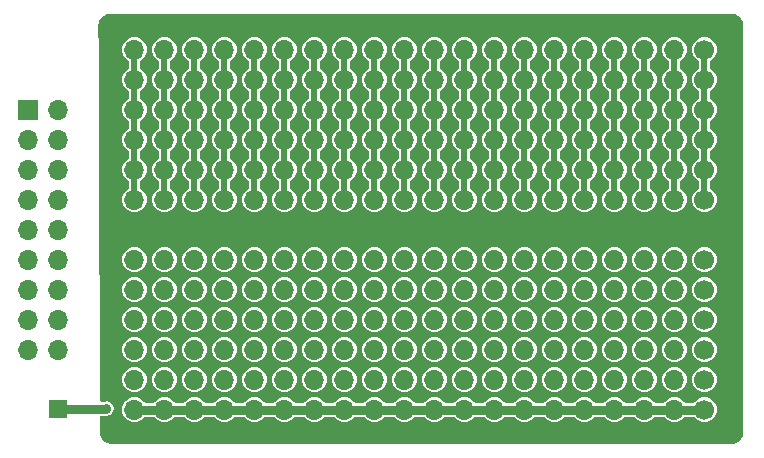
<source format=gtl>
G04 #@! TF.GenerationSoftware,KiCad,Pcbnew,8.0.8*
G04 #@! TF.CreationDate,2025-02-19T13:58:02-05:00*
G04 #@! TF.ProjectId,plot_gerbers,706c6f74-5f67-4657-9262-6572732e6b69,rev?*
G04 #@! TF.SameCoordinates,Original*
G04 #@! TF.FileFunction,Copper,L1,Top*
G04 #@! TF.FilePolarity,Positive*
%FSLAX46Y46*%
G04 Gerber Fmt 4.6, Leading zero omitted, Abs format (unit mm)*
G04 Created by KiCad (PCBNEW 8.0.8) date 2025-02-19 13:58:02*
%MOMM*%
%LPD*%
G01*
G04 APERTURE LIST*
G04 #@! TA.AperFunction,ComponentPad*
%ADD10C,1.700000*%
G04 #@! TD*
G04 #@! TA.AperFunction,ComponentPad*
%ADD11O,1.700000X1.700000*%
G04 #@! TD*
G04 #@! TA.AperFunction,ComponentPad*
%ADD12R,1.700000X1.700000*%
G04 #@! TD*
G04 #@! TA.AperFunction,ComponentPad*
%ADD13R,1.500000X1.500000*%
G04 #@! TD*
G04 #@! TA.AperFunction,ViaPad*
%ADD14C,0.600000*%
G04 #@! TD*
G04 #@! TA.AperFunction,Conductor*
%ADD15C,0.800000*%
G04 #@! TD*
G04 #@! TA.AperFunction,Conductor*
%ADD16C,0.500000*%
G04 #@! TD*
G04 APERTURE END LIST*
D10*
X177500000Y-83090000D03*
X177500000Y-85630000D03*
X177500000Y-88170000D03*
X177500000Y-90710000D03*
X177500000Y-93250000D03*
X177500000Y-95790000D03*
D11*
X174960000Y-83090000D03*
X174960000Y-85630000D03*
X174960000Y-88170000D03*
X174960000Y-90710000D03*
X174960000Y-93250000D03*
X174960000Y-95790000D03*
X172420000Y-83090000D03*
X172420000Y-85630000D03*
X172420000Y-88170000D03*
X172420000Y-90710000D03*
X172420000Y-93250000D03*
X172420000Y-95790000D03*
X169880000Y-83090000D03*
X169880000Y-85630000D03*
X169880000Y-88170000D03*
X169880000Y-90710000D03*
X169880000Y-93250000D03*
X169880000Y-95790000D03*
X167340000Y-83090000D03*
X167340000Y-85630000D03*
X167340000Y-88170000D03*
X167340000Y-90710000D03*
X167340000Y-93250000D03*
X167340000Y-95790000D03*
X164800000Y-83090000D03*
X164800000Y-85630000D03*
X164800000Y-88170000D03*
X164800000Y-90710000D03*
X164800000Y-93250000D03*
X164800000Y-95790000D03*
X162260000Y-83090000D03*
X162260000Y-85630000D03*
X162260000Y-88170000D03*
X162260000Y-90710000D03*
X162260000Y-93250000D03*
X162260000Y-95790000D03*
X159720000Y-83090000D03*
X159720000Y-85630000D03*
X159720000Y-88170000D03*
X159720000Y-90710000D03*
X159720000Y-93250000D03*
X159720000Y-95790000D03*
X157180000Y-83090000D03*
X157180000Y-85630000D03*
X157180000Y-88170000D03*
X157180000Y-90710000D03*
X157180000Y-93250000D03*
X157180000Y-95790000D03*
X154640000Y-83090000D03*
X154640000Y-85630000D03*
X154640000Y-88170000D03*
X154640000Y-90710000D03*
X154640000Y-93250000D03*
X154640000Y-95790000D03*
X152100000Y-83090000D03*
X152100000Y-85630000D03*
X152100000Y-88170000D03*
X152100000Y-90710000D03*
X152100000Y-93250000D03*
X152100000Y-95790000D03*
X149560000Y-83090000D03*
X149560000Y-85630000D03*
X149560000Y-88170000D03*
X149560000Y-90710000D03*
X149560000Y-93250000D03*
X149560000Y-95790000D03*
X147020000Y-83090000D03*
X147020000Y-85630000D03*
X147020000Y-88170000D03*
X147020000Y-90710000D03*
X147020000Y-93250000D03*
X147020000Y-95790000D03*
X144480000Y-83090000D03*
X144480000Y-85630000D03*
X144480000Y-88170000D03*
X144480000Y-90710000D03*
X144480000Y-93250000D03*
X144480000Y-95790000D03*
X141940000Y-83090000D03*
X141940000Y-85630000D03*
X141940000Y-88170000D03*
X141940000Y-90710000D03*
X141940000Y-93250000D03*
X141940000Y-95790000D03*
X139400000Y-83090000D03*
X139400000Y-85630000D03*
X139400000Y-88170000D03*
X139400000Y-90710000D03*
X139400000Y-93250000D03*
X139400000Y-95790000D03*
X136860000Y-83090000D03*
X136860000Y-85630000D03*
X136860000Y-88170000D03*
X136860000Y-90710000D03*
X136860000Y-93250000D03*
X136860000Y-95790000D03*
X134320000Y-83090000D03*
X134320000Y-85630000D03*
X134320000Y-88170000D03*
X134320000Y-90710000D03*
X134320000Y-93250000D03*
X134320000Y-95790000D03*
X131780000Y-83090000D03*
X131780000Y-85630000D03*
X131780000Y-88170000D03*
X131780000Y-90710000D03*
X131780000Y-93250000D03*
X131780000Y-95790000D03*
X129240000Y-83090000D03*
X129240000Y-85630000D03*
X129240000Y-88170000D03*
X129240000Y-90710000D03*
X129240000Y-93250000D03*
X129240000Y-95790000D03*
D10*
X177500000Y-100870000D03*
X177500000Y-103410000D03*
X177500000Y-105950000D03*
X177500000Y-108490000D03*
X177500000Y-111030000D03*
X177500000Y-113570000D03*
D11*
X174960000Y-100870000D03*
X174960000Y-103410000D03*
X174960000Y-105950000D03*
X174960000Y-108490000D03*
X174960000Y-111030000D03*
X174960000Y-113570000D03*
X172420000Y-100870000D03*
X172420000Y-103410000D03*
X172420000Y-105950000D03*
X172420000Y-108490000D03*
X172420000Y-111030000D03*
X172420000Y-113570000D03*
X169880000Y-100870000D03*
X169880000Y-103410000D03*
X169880000Y-105950000D03*
X169880000Y-108490000D03*
X169880000Y-111030000D03*
X169880000Y-113570000D03*
X167340000Y-100870000D03*
X167340000Y-103410000D03*
X167340000Y-105950000D03*
X167340000Y-108490000D03*
X167340000Y-111030000D03*
X167340000Y-113570000D03*
X164800000Y-100870000D03*
X164800000Y-103410000D03*
X164800000Y-105950000D03*
X164800000Y-108490000D03*
X164800000Y-111030000D03*
X164800000Y-113570000D03*
X162260000Y-100870000D03*
X162260000Y-103410000D03*
X162260000Y-105950000D03*
X162260000Y-108490000D03*
X162260000Y-111030000D03*
X162260000Y-113570000D03*
X159720000Y-100870000D03*
X159720000Y-103410000D03*
X159720000Y-105950000D03*
X159720000Y-108490000D03*
X159720000Y-111030000D03*
X159720000Y-113570000D03*
X157180000Y-100870000D03*
X157180000Y-103410000D03*
X157180000Y-105950000D03*
X157180000Y-108490000D03*
X157180000Y-111030000D03*
X157180000Y-113570000D03*
X154640000Y-100870000D03*
X154640000Y-103410000D03*
X154640000Y-105950000D03*
X154640000Y-108490000D03*
X154640000Y-111030000D03*
X154640000Y-113570000D03*
X152100000Y-100870000D03*
X152100000Y-103410000D03*
X152100000Y-105950000D03*
X152100000Y-108490000D03*
X152100000Y-111030000D03*
X152100000Y-113570000D03*
X149560000Y-100870000D03*
X149560000Y-103410000D03*
X149560000Y-105950000D03*
X149560000Y-108490000D03*
X149560000Y-111030000D03*
X149560000Y-113570000D03*
X147020000Y-100870000D03*
X147020000Y-103410000D03*
X147020000Y-105950000D03*
X147020000Y-108490000D03*
X147020000Y-111030000D03*
X147020000Y-113570000D03*
X144480000Y-100870000D03*
X144480000Y-103410000D03*
X144480000Y-105950000D03*
X144480000Y-108490000D03*
X144480000Y-111030000D03*
X144480000Y-113570000D03*
X141940000Y-100870000D03*
X141940000Y-103410000D03*
X141940000Y-105950000D03*
X141940000Y-108490000D03*
X141940000Y-111030000D03*
X141940000Y-113570000D03*
X139400000Y-100870000D03*
X139400000Y-103410000D03*
X139400000Y-105950000D03*
X139400000Y-108490000D03*
X139400000Y-111030000D03*
X139400000Y-113570000D03*
X136860000Y-100870000D03*
X136860000Y-103410000D03*
X136860000Y-105950000D03*
X136860000Y-108490000D03*
X136860000Y-111030000D03*
X136860000Y-113570000D03*
X134320000Y-100870000D03*
X134320000Y-103410000D03*
X134320000Y-105950000D03*
X134320000Y-108490000D03*
X134320000Y-111030000D03*
X134320000Y-113570000D03*
X131780000Y-100870000D03*
X131780000Y-103410000D03*
X131780000Y-105950000D03*
X131780000Y-108490000D03*
X131780000Y-111030000D03*
X131780000Y-113570000D03*
X129240000Y-100870000D03*
X129240000Y-103410000D03*
X129240000Y-105950000D03*
X129240000Y-108490000D03*
X129240000Y-111030000D03*
X129240000Y-113570000D03*
D12*
X120250000Y-88180000D03*
D11*
X122790000Y-88180000D03*
X120250000Y-90720000D03*
X122790000Y-90720000D03*
X120250000Y-93260000D03*
X122790000Y-93260000D03*
X120250000Y-95800000D03*
X122790000Y-95800000D03*
X120250000Y-98340000D03*
X122790000Y-98340000D03*
X120250000Y-100880000D03*
X122790000Y-100880000D03*
X120250000Y-103420000D03*
X122790000Y-103420000D03*
X120250000Y-105960000D03*
X122790000Y-105960000D03*
X120250000Y-108500000D03*
X122790000Y-108500000D03*
D13*
X122750000Y-113510000D03*
D14*
X126870000Y-113470000D03*
D15*
X122740000Y-113490000D02*
X126850000Y-113490000D01*
X126850000Y-113490000D02*
X126870000Y-113470000D01*
D16*
X159720000Y-83090000D02*
X159720000Y-95790000D01*
X152100000Y-83090000D02*
X152100000Y-95790000D01*
X157180000Y-83090000D02*
X157180000Y-95790000D01*
X131780000Y-95790000D02*
X131780000Y-83090000D01*
X134320000Y-83090000D02*
X134320000Y-95790000D01*
X136860000Y-95790000D02*
X136860000Y-83090000D01*
X169880000Y-83090000D02*
X169880000Y-95790000D01*
X164800000Y-83090000D02*
X164800000Y-95790000D01*
X167340000Y-83090000D02*
X167340000Y-95790000D01*
D15*
X129240000Y-113570000D02*
X177500000Y-113570000D01*
D16*
X149560000Y-83090000D02*
X149560000Y-95790000D01*
X172420000Y-83090000D02*
X172420000Y-95790000D01*
X174960000Y-83090000D02*
X174960000Y-95790000D01*
X147020000Y-83090000D02*
X147020000Y-95790000D01*
X162260000Y-83090000D02*
X162260000Y-95790000D01*
X177500000Y-83090000D02*
X177500000Y-95790000D01*
X154640000Y-83090000D02*
X154640000Y-95790000D01*
X141940000Y-95790000D02*
X141940000Y-83090000D01*
X129240000Y-83090000D02*
X129240000Y-95790000D01*
X144480000Y-83090000D02*
X144480000Y-95790000D01*
X139400000Y-83090000D02*
X139400000Y-95790000D01*
G04 #@! TA.AperFunction,NonConductor*
G36*
X179806061Y-80040597D02*
G01*
X179814025Y-80041381D01*
X179982941Y-80058018D01*
X180006769Y-80062757D01*
X180171001Y-80112576D01*
X180193453Y-80121877D01*
X180194262Y-80122309D01*
X180344798Y-80202772D01*
X180365008Y-80216276D01*
X180487684Y-80316953D01*
X180497666Y-80325145D01*
X180514854Y-80342333D01*
X180623722Y-80474989D01*
X180637227Y-80495201D01*
X180718121Y-80646543D01*
X180727424Y-80669001D01*
X180777240Y-80833224D01*
X180781982Y-80857065D01*
X180799403Y-81033938D01*
X180800000Y-81046092D01*
X180800000Y-115483907D01*
X180799403Y-115496061D01*
X180781982Y-115672934D01*
X180777240Y-115696775D01*
X180727424Y-115860998D01*
X180718121Y-115883456D01*
X180637227Y-116034798D01*
X180623722Y-116055010D01*
X180514854Y-116187666D01*
X180497666Y-116204854D01*
X180365010Y-116313722D01*
X180344798Y-116327227D01*
X180193456Y-116408121D01*
X180170998Y-116417424D01*
X180006775Y-116467240D01*
X179982934Y-116471982D01*
X179806061Y-116489403D01*
X179793907Y-116490000D01*
X127344856Y-116490000D01*
X127332735Y-116489406D01*
X127318169Y-116487975D01*
X127156329Y-116472078D01*
X127132550Y-116467361D01*
X126968726Y-116417807D01*
X126946324Y-116408556D01*
X126795268Y-116328069D01*
X126775091Y-116314633D01*
X126642591Y-116206299D01*
X126625413Y-116189193D01*
X126516524Y-116057149D01*
X126503002Y-116037027D01*
X126501802Y-116034798D01*
X126421883Y-115886312D01*
X126412537Y-115863948D01*
X126362295Y-115700335D01*
X126357478Y-115676575D01*
X126339410Y-115500246D01*
X126338765Y-115488127D01*
X126338747Y-115483907D01*
X126333417Y-114215019D01*
X126352820Y-114147899D01*
X126405431Y-114101923D01*
X126457416Y-114090500D01*
X126763331Y-114090500D01*
X126763347Y-114090501D01*
X126770943Y-114090501D01*
X126929054Y-114090501D01*
X126929057Y-114090501D01*
X127081785Y-114049577D01*
X127131904Y-114020639D01*
X127218716Y-113970520D01*
X127330520Y-113858716D01*
X127330520Y-113858714D01*
X127340728Y-113848507D01*
X127340729Y-113848508D01*
X127340733Y-113848501D01*
X127350519Y-113838716D01*
X127429577Y-113701785D01*
X127464889Y-113570000D01*
X128184417Y-113570000D01*
X128204699Y-113775932D01*
X128226715Y-113848508D01*
X128264768Y-113973954D01*
X128362315Y-114156450D01*
X128396969Y-114198677D01*
X128493589Y-114316410D01*
X128590209Y-114395702D01*
X128653550Y-114447685D01*
X128836046Y-114545232D01*
X129034066Y-114605300D01*
X129034065Y-114605300D01*
X129052529Y-114607118D01*
X129240000Y-114625583D01*
X129445934Y-114605300D01*
X129643954Y-114545232D01*
X129826450Y-114447685D01*
X129986410Y-114316410D01*
X130068950Y-114215835D01*
X130126695Y-114176501D01*
X130164803Y-114170500D01*
X130855197Y-114170500D01*
X130922236Y-114190185D01*
X130951050Y-114215835D01*
X131033590Y-114316410D01*
X131193550Y-114447685D01*
X131376046Y-114545232D01*
X131574066Y-114605300D01*
X131574065Y-114605300D01*
X131592529Y-114607118D01*
X131780000Y-114625583D01*
X131985934Y-114605300D01*
X132183954Y-114545232D01*
X132366450Y-114447685D01*
X132526410Y-114316410D01*
X132608950Y-114215835D01*
X132666695Y-114176501D01*
X132704803Y-114170500D01*
X133395197Y-114170500D01*
X133462236Y-114190185D01*
X133491050Y-114215835D01*
X133573590Y-114316410D01*
X133733550Y-114447685D01*
X133916046Y-114545232D01*
X134114066Y-114605300D01*
X134114065Y-114605300D01*
X134132529Y-114607118D01*
X134320000Y-114625583D01*
X134525934Y-114605300D01*
X134723954Y-114545232D01*
X134906450Y-114447685D01*
X135066410Y-114316410D01*
X135148950Y-114215835D01*
X135206695Y-114176501D01*
X135244803Y-114170500D01*
X135935197Y-114170500D01*
X136002236Y-114190185D01*
X136031050Y-114215835D01*
X136113590Y-114316410D01*
X136273550Y-114447685D01*
X136456046Y-114545232D01*
X136654066Y-114605300D01*
X136654065Y-114605300D01*
X136672529Y-114607118D01*
X136860000Y-114625583D01*
X137065934Y-114605300D01*
X137263954Y-114545232D01*
X137446450Y-114447685D01*
X137606410Y-114316410D01*
X137688950Y-114215835D01*
X137746695Y-114176501D01*
X137784803Y-114170500D01*
X138475197Y-114170500D01*
X138542236Y-114190185D01*
X138571050Y-114215835D01*
X138653590Y-114316410D01*
X138813550Y-114447685D01*
X138996046Y-114545232D01*
X139194066Y-114605300D01*
X139194065Y-114605300D01*
X139212529Y-114607118D01*
X139400000Y-114625583D01*
X139605934Y-114605300D01*
X139803954Y-114545232D01*
X139986450Y-114447685D01*
X140146410Y-114316410D01*
X140228950Y-114215835D01*
X140286695Y-114176501D01*
X140324803Y-114170500D01*
X141015197Y-114170500D01*
X141082236Y-114190185D01*
X141111050Y-114215835D01*
X141193590Y-114316410D01*
X141353550Y-114447685D01*
X141536046Y-114545232D01*
X141734066Y-114605300D01*
X141734065Y-114605300D01*
X141752529Y-114607118D01*
X141940000Y-114625583D01*
X142145934Y-114605300D01*
X142343954Y-114545232D01*
X142526450Y-114447685D01*
X142686410Y-114316410D01*
X142768950Y-114215835D01*
X142826695Y-114176501D01*
X142864803Y-114170500D01*
X143555197Y-114170500D01*
X143622236Y-114190185D01*
X143651050Y-114215835D01*
X143733590Y-114316410D01*
X143893550Y-114447685D01*
X144076046Y-114545232D01*
X144274066Y-114605300D01*
X144274065Y-114605300D01*
X144292529Y-114607118D01*
X144480000Y-114625583D01*
X144685934Y-114605300D01*
X144883954Y-114545232D01*
X145066450Y-114447685D01*
X145226410Y-114316410D01*
X145308950Y-114215835D01*
X145366695Y-114176501D01*
X145404803Y-114170500D01*
X146095197Y-114170500D01*
X146162236Y-114190185D01*
X146191050Y-114215835D01*
X146273590Y-114316410D01*
X146433550Y-114447685D01*
X146616046Y-114545232D01*
X146814066Y-114605300D01*
X146814065Y-114605300D01*
X146832529Y-114607118D01*
X147020000Y-114625583D01*
X147225934Y-114605300D01*
X147423954Y-114545232D01*
X147606450Y-114447685D01*
X147766410Y-114316410D01*
X147848950Y-114215835D01*
X147906695Y-114176501D01*
X147944803Y-114170500D01*
X148635197Y-114170500D01*
X148702236Y-114190185D01*
X148731050Y-114215835D01*
X148813590Y-114316410D01*
X148973550Y-114447685D01*
X149156046Y-114545232D01*
X149354066Y-114605300D01*
X149354065Y-114605300D01*
X149372529Y-114607118D01*
X149560000Y-114625583D01*
X149765934Y-114605300D01*
X149963954Y-114545232D01*
X150146450Y-114447685D01*
X150306410Y-114316410D01*
X150388950Y-114215835D01*
X150446695Y-114176501D01*
X150484803Y-114170500D01*
X151175197Y-114170500D01*
X151242236Y-114190185D01*
X151271050Y-114215835D01*
X151353590Y-114316410D01*
X151513550Y-114447685D01*
X151696046Y-114545232D01*
X151894066Y-114605300D01*
X151894065Y-114605300D01*
X151912529Y-114607118D01*
X152100000Y-114625583D01*
X152305934Y-114605300D01*
X152503954Y-114545232D01*
X152686450Y-114447685D01*
X152846410Y-114316410D01*
X152928950Y-114215835D01*
X152986695Y-114176501D01*
X153024803Y-114170500D01*
X153715197Y-114170500D01*
X153782236Y-114190185D01*
X153811050Y-114215835D01*
X153893590Y-114316410D01*
X154053550Y-114447685D01*
X154236046Y-114545232D01*
X154434066Y-114605300D01*
X154434065Y-114605300D01*
X154452529Y-114607118D01*
X154640000Y-114625583D01*
X154845934Y-114605300D01*
X155043954Y-114545232D01*
X155226450Y-114447685D01*
X155386410Y-114316410D01*
X155468950Y-114215835D01*
X155526695Y-114176501D01*
X155564803Y-114170500D01*
X156255197Y-114170500D01*
X156322236Y-114190185D01*
X156351050Y-114215835D01*
X156433590Y-114316410D01*
X156593550Y-114447685D01*
X156776046Y-114545232D01*
X156974066Y-114605300D01*
X156974065Y-114605300D01*
X156992529Y-114607118D01*
X157180000Y-114625583D01*
X157385934Y-114605300D01*
X157583954Y-114545232D01*
X157766450Y-114447685D01*
X157926410Y-114316410D01*
X158008950Y-114215835D01*
X158066695Y-114176501D01*
X158104803Y-114170500D01*
X158795197Y-114170500D01*
X158862236Y-114190185D01*
X158891050Y-114215835D01*
X158973590Y-114316410D01*
X159133550Y-114447685D01*
X159316046Y-114545232D01*
X159514066Y-114605300D01*
X159514065Y-114605300D01*
X159532529Y-114607118D01*
X159720000Y-114625583D01*
X159925934Y-114605300D01*
X160123954Y-114545232D01*
X160306450Y-114447685D01*
X160466410Y-114316410D01*
X160548950Y-114215835D01*
X160606695Y-114176501D01*
X160644803Y-114170500D01*
X161335197Y-114170500D01*
X161402236Y-114190185D01*
X161431050Y-114215835D01*
X161513590Y-114316410D01*
X161673550Y-114447685D01*
X161856046Y-114545232D01*
X162054066Y-114605300D01*
X162054065Y-114605300D01*
X162072529Y-114607118D01*
X162260000Y-114625583D01*
X162465934Y-114605300D01*
X162663954Y-114545232D01*
X162846450Y-114447685D01*
X163006410Y-114316410D01*
X163088950Y-114215835D01*
X163146695Y-114176501D01*
X163184803Y-114170500D01*
X163875197Y-114170500D01*
X163942236Y-114190185D01*
X163971050Y-114215835D01*
X164053590Y-114316410D01*
X164213550Y-114447685D01*
X164396046Y-114545232D01*
X164594066Y-114605300D01*
X164594065Y-114605300D01*
X164612529Y-114607118D01*
X164800000Y-114625583D01*
X165005934Y-114605300D01*
X165203954Y-114545232D01*
X165386450Y-114447685D01*
X165546410Y-114316410D01*
X165628950Y-114215835D01*
X165686695Y-114176501D01*
X165724803Y-114170500D01*
X166415197Y-114170500D01*
X166482236Y-114190185D01*
X166511050Y-114215835D01*
X166593590Y-114316410D01*
X166753550Y-114447685D01*
X166936046Y-114545232D01*
X167134066Y-114605300D01*
X167134065Y-114605300D01*
X167152529Y-114607118D01*
X167340000Y-114625583D01*
X167545934Y-114605300D01*
X167743954Y-114545232D01*
X167926450Y-114447685D01*
X168086410Y-114316410D01*
X168168950Y-114215835D01*
X168226695Y-114176501D01*
X168264803Y-114170500D01*
X168955197Y-114170500D01*
X169022236Y-114190185D01*
X169051050Y-114215835D01*
X169133590Y-114316410D01*
X169293550Y-114447685D01*
X169476046Y-114545232D01*
X169674066Y-114605300D01*
X169674065Y-114605300D01*
X169692529Y-114607118D01*
X169880000Y-114625583D01*
X170085934Y-114605300D01*
X170283954Y-114545232D01*
X170466450Y-114447685D01*
X170626410Y-114316410D01*
X170708950Y-114215835D01*
X170766695Y-114176501D01*
X170804803Y-114170500D01*
X171495197Y-114170500D01*
X171562236Y-114190185D01*
X171591050Y-114215835D01*
X171673590Y-114316410D01*
X171833550Y-114447685D01*
X172016046Y-114545232D01*
X172214066Y-114605300D01*
X172214065Y-114605300D01*
X172232529Y-114607118D01*
X172420000Y-114625583D01*
X172625934Y-114605300D01*
X172823954Y-114545232D01*
X173006450Y-114447685D01*
X173166410Y-114316410D01*
X173248950Y-114215835D01*
X173306695Y-114176501D01*
X173344803Y-114170500D01*
X174035197Y-114170500D01*
X174102236Y-114190185D01*
X174131050Y-114215835D01*
X174213590Y-114316410D01*
X174373550Y-114447685D01*
X174556046Y-114545232D01*
X174754066Y-114605300D01*
X174754065Y-114605300D01*
X174772529Y-114607118D01*
X174960000Y-114625583D01*
X175165934Y-114605300D01*
X175363954Y-114545232D01*
X175546450Y-114447685D01*
X175706410Y-114316410D01*
X175788950Y-114215835D01*
X175846695Y-114176501D01*
X175884803Y-114170500D01*
X176575197Y-114170500D01*
X176642236Y-114190185D01*
X176671050Y-114215835D01*
X176753590Y-114316410D01*
X176913550Y-114447685D01*
X177096046Y-114545232D01*
X177294066Y-114605300D01*
X177294065Y-114605300D01*
X177312529Y-114607118D01*
X177500000Y-114625583D01*
X177705934Y-114605300D01*
X177903954Y-114545232D01*
X178086450Y-114447685D01*
X178246410Y-114316410D01*
X178377685Y-114156450D01*
X178475232Y-113973954D01*
X178535300Y-113775934D01*
X178555583Y-113570000D01*
X178535300Y-113364066D01*
X178475232Y-113166046D01*
X178377685Y-112983550D01*
X178300501Y-112889500D01*
X178246410Y-112823589D01*
X178086452Y-112692317D01*
X178086453Y-112692317D01*
X178086450Y-112692315D01*
X177903954Y-112594768D01*
X177705934Y-112534700D01*
X177705932Y-112534699D01*
X177705934Y-112534699D01*
X177500000Y-112514417D01*
X177294067Y-112534699D01*
X177096043Y-112594769D01*
X176985898Y-112653643D01*
X176913550Y-112692315D01*
X176913548Y-112692316D01*
X176913547Y-112692317D01*
X176753589Y-112823590D01*
X176671050Y-112924165D01*
X176613305Y-112963499D01*
X176575197Y-112969500D01*
X175884803Y-112969500D01*
X175817764Y-112949815D01*
X175788950Y-112924165D01*
X175706410Y-112823590D01*
X175698393Y-112817011D01*
X175546450Y-112692315D01*
X175363954Y-112594768D01*
X175165934Y-112534700D01*
X175165932Y-112534699D01*
X175165934Y-112534699D01*
X174960000Y-112514417D01*
X174754067Y-112534699D01*
X174556043Y-112594769D01*
X174445898Y-112653643D01*
X174373550Y-112692315D01*
X174373548Y-112692316D01*
X174373547Y-112692317D01*
X174213589Y-112823590D01*
X174131050Y-112924165D01*
X174073305Y-112963499D01*
X174035197Y-112969500D01*
X173344803Y-112969500D01*
X173277764Y-112949815D01*
X173248950Y-112924165D01*
X173166410Y-112823590D01*
X173158393Y-112817011D01*
X173006450Y-112692315D01*
X172823954Y-112594768D01*
X172625934Y-112534700D01*
X172625932Y-112534699D01*
X172625934Y-112534699D01*
X172420000Y-112514417D01*
X172214067Y-112534699D01*
X172016043Y-112594769D01*
X171905898Y-112653643D01*
X171833550Y-112692315D01*
X171833548Y-112692316D01*
X171833547Y-112692317D01*
X171673589Y-112823590D01*
X171591050Y-112924165D01*
X171533305Y-112963499D01*
X171495197Y-112969500D01*
X170804803Y-112969500D01*
X170737764Y-112949815D01*
X170708950Y-112924165D01*
X170626410Y-112823590D01*
X170618393Y-112817011D01*
X170466450Y-112692315D01*
X170283954Y-112594768D01*
X170085934Y-112534700D01*
X170085932Y-112534699D01*
X170085934Y-112534699D01*
X169880000Y-112514417D01*
X169674067Y-112534699D01*
X169476043Y-112594769D01*
X169365898Y-112653643D01*
X169293550Y-112692315D01*
X169293548Y-112692316D01*
X169293547Y-112692317D01*
X169133589Y-112823590D01*
X169051050Y-112924165D01*
X168993305Y-112963499D01*
X168955197Y-112969500D01*
X168264803Y-112969500D01*
X168197764Y-112949815D01*
X168168950Y-112924165D01*
X168086410Y-112823590D01*
X168078393Y-112817011D01*
X167926450Y-112692315D01*
X167743954Y-112594768D01*
X167545934Y-112534700D01*
X167545932Y-112534699D01*
X167545934Y-112534699D01*
X167340000Y-112514417D01*
X167134067Y-112534699D01*
X166936043Y-112594769D01*
X166825898Y-112653643D01*
X166753550Y-112692315D01*
X166753548Y-112692316D01*
X166753547Y-112692317D01*
X166593589Y-112823590D01*
X166511050Y-112924165D01*
X166453305Y-112963499D01*
X166415197Y-112969500D01*
X165724803Y-112969500D01*
X165657764Y-112949815D01*
X165628950Y-112924165D01*
X165546410Y-112823590D01*
X165538393Y-112817011D01*
X165386450Y-112692315D01*
X165203954Y-112594768D01*
X165005934Y-112534700D01*
X165005932Y-112534699D01*
X165005934Y-112534699D01*
X164800000Y-112514417D01*
X164594067Y-112534699D01*
X164396043Y-112594769D01*
X164285898Y-112653643D01*
X164213550Y-112692315D01*
X164213548Y-112692316D01*
X164213547Y-112692317D01*
X164053589Y-112823590D01*
X163971050Y-112924165D01*
X163913305Y-112963499D01*
X163875197Y-112969500D01*
X163184803Y-112969500D01*
X163117764Y-112949815D01*
X163088950Y-112924165D01*
X163006410Y-112823590D01*
X162998393Y-112817011D01*
X162846450Y-112692315D01*
X162663954Y-112594768D01*
X162465934Y-112534700D01*
X162465932Y-112534699D01*
X162465934Y-112534699D01*
X162260000Y-112514417D01*
X162054067Y-112534699D01*
X161856043Y-112594769D01*
X161745898Y-112653643D01*
X161673550Y-112692315D01*
X161673548Y-112692316D01*
X161673547Y-112692317D01*
X161513589Y-112823590D01*
X161431050Y-112924165D01*
X161373305Y-112963499D01*
X161335197Y-112969500D01*
X160644803Y-112969500D01*
X160577764Y-112949815D01*
X160548950Y-112924165D01*
X160466410Y-112823590D01*
X160458393Y-112817011D01*
X160306450Y-112692315D01*
X160123954Y-112594768D01*
X159925934Y-112534700D01*
X159925932Y-112534699D01*
X159925934Y-112534699D01*
X159720000Y-112514417D01*
X159514067Y-112534699D01*
X159316043Y-112594769D01*
X159205898Y-112653643D01*
X159133550Y-112692315D01*
X159133548Y-112692316D01*
X159133547Y-112692317D01*
X158973589Y-112823590D01*
X158891050Y-112924165D01*
X158833305Y-112963499D01*
X158795197Y-112969500D01*
X158104803Y-112969500D01*
X158037764Y-112949815D01*
X158008950Y-112924165D01*
X157926410Y-112823590D01*
X157918393Y-112817011D01*
X157766450Y-112692315D01*
X157583954Y-112594768D01*
X157385934Y-112534700D01*
X157385932Y-112534699D01*
X157385934Y-112534699D01*
X157180000Y-112514417D01*
X156974067Y-112534699D01*
X156776043Y-112594769D01*
X156665898Y-112653643D01*
X156593550Y-112692315D01*
X156593548Y-112692316D01*
X156593547Y-112692317D01*
X156433589Y-112823590D01*
X156351050Y-112924165D01*
X156293305Y-112963499D01*
X156255197Y-112969500D01*
X155564803Y-112969500D01*
X155497764Y-112949815D01*
X155468950Y-112924165D01*
X155386410Y-112823590D01*
X155378393Y-112817011D01*
X155226450Y-112692315D01*
X155043954Y-112594768D01*
X154845934Y-112534700D01*
X154845932Y-112534699D01*
X154845934Y-112534699D01*
X154640000Y-112514417D01*
X154434067Y-112534699D01*
X154236043Y-112594769D01*
X154125898Y-112653643D01*
X154053550Y-112692315D01*
X154053548Y-112692316D01*
X154053547Y-112692317D01*
X153893589Y-112823590D01*
X153811050Y-112924165D01*
X153753305Y-112963499D01*
X153715197Y-112969500D01*
X153024803Y-112969500D01*
X152957764Y-112949815D01*
X152928950Y-112924165D01*
X152846410Y-112823590D01*
X152838393Y-112817011D01*
X152686450Y-112692315D01*
X152503954Y-112594768D01*
X152305934Y-112534700D01*
X152305932Y-112534699D01*
X152305934Y-112534699D01*
X152100000Y-112514417D01*
X151894067Y-112534699D01*
X151696043Y-112594769D01*
X151585898Y-112653643D01*
X151513550Y-112692315D01*
X151513548Y-112692316D01*
X151513547Y-112692317D01*
X151353589Y-112823590D01*
X151271050Y-112924165D01*
X151213305Y-112963499D01*
X151175197Y-112969500D01*
X150484803Y-112969500D01*
X150417764Y-112949815D01*
X150388950Y-112924165D01*
X150306410Y-112823590D01*
X150298393Y-112817011D01*
X150146450Y-112692315D01*
X149963954Y-112594768D01*
X149765934Y-112534700D01*
X149765932Y-112534699D01*
X149765934Y-112534699D01*
X149560000Y-112514417D01*
X149354067Y-112534699D01*
X149156043Y-112594769D01*
X149045898Y-112653643D01*
X148973550Y-112692315D01*
X148973548Y-112692316D01*
X148973547Y-112692317D01*
X148813589Y-112823590D01*
X148731050Y-112924165D01*
X148673305Y-112963499D01*
X148635197Y-112969500D01*
X147944803Y-112969500D01*
X147877764Y-112949815D01*
X147848950Y-112924165D01*
X147766410Y-112823590D01*
X147758393Y-112817011D01*
X147606450Y-112692315D01*
X147423954Y-112594768D01*
X147225934Y-112534700D01*
X147225932Y-112534699D01*
X147225934Y-112534699D01*
X147020000Y-112514417D01*
X146814067Y-112534699D01*
X146616043Y-112594769D01*
X146505898Y-112653643D01*
X146433550Y-112692315D01*
X146433548Y-112692316D01*
X146433547Y-112692317D01*
X146273589Y-112823590D01*
X146191050Y-112924165D01*
X146133305Y-112963499D01*
X146095197Y-112969500D01*
X145404803Y-112969500D01*
X145337764Y-112949815D01*
X145308950Y-112924165D01*
X145226410Y-112823590D01*
X145218393Y-112817011D01*
X145066450Y-112692315D01*
X144883954Y-112594768D01*
X144685934Y-112534700D01*
X144685932Y-112534699D01*
X144685934Y-112534699D01*
X144480000Y-112514417D01*
X144274067Y-112534699D01*
X144076043Y-112594769D01*
X143965898Y-112653643D01*
X143893550Y-112692315D01*
X143893548Y-112692316D01*
X143893547Y-112692317D01*
X143733589Y-112823590D01*
X143651050Y-112924165D01*
X143593305Y-112963499D01*
X143555197Y-112969500D01*
X142864803Y-112969500D01*
X142797764Y-112949815D01*
X142768950Y-112924165D01*
X142686410Y-112823590D01*
X142678393Y-112817011D01*
X142526450Y-112692315D01*
X142343954Y-112594768D01*
X142145934Y-112534700D01*
X142145932Y-112534699D01*
X142145934Y-112534699D01*
X141940000Y-112514417D01*
X141734067Y-112534699D01*
X141536043Y-112594769D01*
X141425898Y-112653643D01*
X141353550Y-112692315D01*
X141353548Y-112692316D01*
X141353547Y-112692317D01*
X141193589Y-112823590D01*
X141111050Y-112924165D01*
X141053305Y-112963499D01*
X141015197Y-112969500D01*
X140324803Y-112969500D01*
X140257764Y-112949815D01*
X140228950Y-112924165D01*
X140146410Y-112823590D01*
X140138393Y-112817011D01*
X139986450Y-112692315D01*
X139803954Y-112594768D01*
X139605934Y-112534700D01*
X139605932Y-112534699D01*
X139605934Y-112534699D01*
X139400000Y-112514417D01*
X139194067Y-112534699D01*
X138996043Y-112594769D01*
X138885898Y-112653643D01*
X138813550Y-112692315D01*
X138813548Y-112692316D01*
X138813547Y-112692317D01*
X138653589Y-112823590D01*
X138571050Y-112924165D01*
X138513305Y-112963499D01*
X138475197Y-112969500D01*
X137784803Y-112969500D01*
X137717764Y-112949815D01*
X137688950Y-112924165D01*
X137606410Y-112823590D01*
X137598393Y-112817011D01*
X137446450Y-112692315D01*
X137263954Y-112594768D01*
X137065934Y-112534700D01*
X137065932Y-112534699D01*
X137065934Y-112534699D01*
X136860000Y-112514417D01*
X136654067Y-112534699D01*
X136456043Y-112594769D01*
X136345898Y-112653643D01*
X136273550Y-112692315D01*
X136273548Y-112692316D01*
X136273547Y-112692317D01*
X136113589Y-112823590D01*
X136031050Y-112924165D01*
X135973305Y-112963499D01*
X135935197Y-112969500D01*
X135244803Y-112969500D01*
X135177764Y-112949815D01*
X135148950Y-112924165D01*
X135066410Y-112823590D01*
X135058393Y-112817011D01*
X134906450Y-112692315D01*
X134723954Y-112594768D01*
X134525934Y-112534700D01*
X134525932Y-112534699D01*
X134525934Y-112534699D01*
X134320000Y-112514417D01*
X134114067Y-112534699D01*
X133916043Y-112594769D01*
X133805898Y-112653643D01*
X133733550Y-112692315D01*
X133733548Y-112692316D01*
X133733547Y-112692317D01*
X133573589Y-112823590D01*
X133491050Y-112924165D01*
X133433305Y-112963499D01*
X133395197Y-112969500D01*
X132704803Y-112969500D01*
X132637764Y-112949815D01*
X132608950Y-112924165D01*
X132526410Y-112823590D01*
X132518393Y-112817011D01*
X132366450Y-112692315D01*
X132183954Y-112594768D01*
X131985934Y-112534700D01*
X131985932Y-112534699D01*
X131985934Y-112534699D01*
X131780000Y-112514417D01*
X131574067Y-112534699D01*
X131376043Y-112594769D01*
X131265898Y-112653643D01*
X131193550Y-112692315D01*
X131193548Y-112692316D01*
X131193547Y-112692317D01*
X131033589Y-112823590D01*
X130951050Y-112924165D01*
X130893305Y-112963499D01*
X130855197Y-112969500D01*
X130164803Y-112969500D01*
X130097764Y-112949815D01*
X130068950Y-112924165D01*
X129986410Y-112823590D01*
X129978393Y-112817011D01*
X129826450Y-112692315D01*
X129643954Y-112594768D01*
X129445934Y-112534700D01*
X129445932Y-112534699D01*
X129445934Y-112534699D01*
X129240000Y-112514417D01*
X129034067Y-112534699D01*
X128836043Y-112594769D01*
X128725898Y-112653643D01*
X128653550Y-112692315D01*
X128653548Y-112692316D01*
X128653547Y-112692317D01*
X128493589Y-112823589D01*
X128390000Y-112949815D01*
X128362315Y-112983550D01*
X128359145Y-112989481D01*
X128264769Y-113166043D01*
X128204699Y-113364067D01*
X128184417Y-113570000D01*
X127464889Y-113570000D01*
X127470500Y-113549058D01*
X127470500Y-113390943D01*
X127429577Y-113238216D01*
X127387909Y-113166046D01*
X127350521Y-113101287D01*
X127350516Y-113101281D01*
X127238718Y-112989483D01*
X127238712Y-112989478D01*
X127101786Y-112910424D01*
X127101785Y-112910423D01*
X127101784Y-112910423D01*
X126949057Y-112869500D01*
X126790942Y-112869500D01*
X126790940Y-112869500D01*
X126732067Y-112885275D01*
X126699975Y-112889500D01*
X126451329Y-112889500D01*
X126384290Y-112869815D01*
X126338535Y-112817011D01*
X126327330Y-112766021D01*
X126320037Y-111030000D01*
X128184417Y-111030000D01*
X128204699Y-111235932D01*
X128204700Y-111235934D01*
X128264768Y-111433954D01*
X128362315Y-111616450D01*
X128362317Y-111616452D01*
X128493589Y-111776410D01*
X128590209Y-111855702D01*
X128653550Y-111907685D01*
X128836046Y-112005232D01*
X129034066Y-112065300D01*
X129034065Y-112065300D01*
X129052529Y-112067118D01*
X129240000Y-112085583D01*
X129445934Y-112065300D01*
X129643954Y-112005232D01*
X129826450Y-111907685D01*
X129986410Y-111776410D01*
X130117685Y-111616450D01*
X130215232Y-111433954D01*
X130275300Y-111235934D01*
X130295583Y-111030000D01*
X130724417Y-111030000D01*
X130744699Y-111235932D01*
X130744700Y-111235934D01*
X130804768Y-111433954D01*
X130902315Y-111616450D01*
X130902317Y-111616452D01*
X131033589Y-111776410D01*
X131130209Y-111855702D01*
X131193550Y-111907685D01*
X131376046Y-112005232D01*
X131574066Y-112065300D01*
X131574065Y-112065300D01*
X131592529Y-112067118D01*
X131780000Y-112085583D01*
X131985934Y-112065300D01*
X132183954Y-112005232D01*
X132366450Y-111907685D01*
X132526410Y-111776410D01*
X132657685Y-111616450D01*
X132755232Y-111433954D01*
X132815300Y-111235934D01*
X132835583Y-111030000D01*
X133264417Y-111030000D01*
X133284699Y-111235932D01*
X133284700Y-111235934D01*
X133344768Y-111433954D01*
X133442315Y-111616450D01*
X133442317Y-111616452D01*
X133573589Y-111776410D01*
X133670209Y-111855702D01*
X133733550Y-111907685D01*
X133916046Y-112005232D01*
X134114066Y-112065300D01*
X134114065Y-112065300D01*
X134132529Y-112067118D01*
X134320000Y-112085583D01*
X134525934Y-112065300D01*
X134723954Y-112005232D01*
X134906450Y-111907685D01*
X135066410Y-111776410D01*
X135197685Y-111616450D01*
X135295232Y-111433954D01*
X135355300Y-111235934D01*
X135375583Y-111030000D01*
X135804417Y-111030000D01*
X135824699Y-111235932D01*
X135824700Y-111235934D01*
X135884768Y-111433954D01*
X135982315Y-111616450D01*
X135982317Y-111616452D01*
X136113589Y-111776410D01*
X136210209Y-111855702D01*
X136273550Y-111907685D01*
X136456046Y-112005232D01*
X136654066Y-112065300D01*
X136654065Y-112065300D01*
X136672529Y-112067118D01*
X136860000Y-112085583D01*
X137065934Y-112065300D01*
X137263954Y-112005232D01*
X137446450Y-111907685D01*
X137606410Y-111776410D01*
X137737685Y-111616450D01*
X137835232Y-111433954D01*
X137895300Y-111235934D01*
X137915583Y-111030000D01*
X138344417Y-111030000D01*
X138364699Y-111235932D01*
X138364700Y-111235934D01*
X138424768Y-111433954D01*
X138522315Y-111616450D01*
X138522317Y-111616452D01*
X138653589Y-111776410D01*
X138750209Y-111855702D01*
X138813550Y-111907685D01*
X138996046Y-112005232D01*
X139194066Y-112065300D01*
X139194065Y-112065300D01*
X139212529Y-112067118D01*
X139400000Y-112085583D01*
X139605934Y-112065300D01*
X139803954Y-112005232D01*
X139986450Y-111907685D01*
X140146410Y-111776410D01*
X140277685Y-111616450D01*
X140375232Y-111433954D01*
X140435300Y-111235934D01*
X140455583Y-111030000D01*
X140884417Y-111030000D01*
X140904699Y-111235932D01*
X140904700Y-111235934D01*
X140964768Y-111433954D01*
X141062315Y-111616450D01*
X141062317Y-111616452D01*
X141193589Y-111776410D01*
X141290209Y-111855702D01*
X141353550Y-111907685D01*
X141536046Y-112005232D01*
X141734066Y-112065300D01*
X141734065Y-112065300D01*
X141752529Y-112067118D01*
X141940000Y-112085583D01*
X142145934Y-112065300D01*
X142343954Y-112005232D01*
X142526450Y-111907685D01*
X142686410Y-111776410D01*
X142817685Y-111616450D01*
X142915232Y-111433954D01*
X142975300Y-111235934D01*
X142995583Y-111030000D01*
X143424417Y-111030000D01*
X143444699Y-111235932D01*
X143444700Y-111235934D01*
X143504768Y-111433954D01*
X143602315Y-111616450D01*
X143602317Y-111616452D01*
X143733589Y-111776410D01*
X143830209Y-111855702D01*
X143893550Y-111907685D01*
X144076046Y-112005232D01*
X144274066Y-112065300D01*
X144274065Y-112065300D01*
X144292529Y-112067118D01*
X144480000Y-112085583D01*
X144685934Y-112065300D01*
X144883954Y-112005232D01*
X145066450Y-111907685D01*
X145226410Y-111776410D01*
X145357685Y-111616450D01*
X145455232Y-111433954D01*
X145515300Y-111235934D01*
X145535583Y-111030000D01*
X145964417Y-111030000D01*
X145984699Y-111235932D01*
X145984700Y-111235934D01*
X146044768Y-111433954D01*
X146142315Y-111616450D01*
X146142317Y-111616452D01*
X146273589Y-111776410D01*
X146370209Y-111855702D01*
X146433550Y-111907685D01*
X146616046Y-112005232D01*
X146814066Y-112065300D01*
X146814065Y-112065300D01*
X146832529Y-112067118D01*
X147020000Y-112085583D01*
X147225934Y-112065300D01*
X147423954Y-112005232D01*
X147606450Y-111907685D01*
X147766410Y-111776410D01*
X147897685Y-111616450D01*
X147995232Y-111433954D01*
X148055300Y-111235934D01*
X148075583Y-111030000D01*
X148504417Y-111030000D01*
X148524699Y-111235932D01*
X148524700Y-111235934D01*
X148584768Y-111433954D01*
X148682315Y-111616450D01*
X148682317Y-111616452D01*
X148813589Y-111776410D01*
X148910209Y-111855702D01*
X148973550Y-111907685D01*
X149156046Y-112005232D01*
X149354066Y-112065300D01*
X149354065Y-112065300D01*
X149372529Y-112067118D01*
X149560000Y-112085583D01*
X149765934Y-112065300D01*
X149963954Y-112005232D01*
X150146450Y-111907685D01*
X150306410Y-111776410D01*
X150437685Y-111616450D01*
X150535232Y-111433954D01*
X150595300Y-111235934D01*
X150615583Y-111030000D01*
X151044417Y-111030000D01*
X151064699Y-111235932D01*
X151064700Y-111235934D01*
X151124768Y-111433954D01*
X151222315Y-111616450D01*
X151222317Y-111616452D01*
X151353589Y-111776410D01*
X151450209Y-111855702D01*
X151513550Y-111907685D01*
X151696046Y-112005232D01*
X151894066Y-112065300D01*
X151894065Y-112065300D01*
X151912529Y-112067118D01*
X152100000Y-112085583D01*
X152305934Y-112065300D01*
X152503954Y-112005232D01*
X152686450Y-111907685D01*
X152846410Y-111776410D01*
X152977685Y-111616450D01*
X153075232Y-111433954D01*
X153135300Y-111235934D01*
X153155583Y-111030000D01*
X153584417Y-111030000D01*
X153604699Y-111235932D01*
X153604700Y-111235934D01*
X153664768Y-111433954D01*
X153762315Y-111616450D01*
X153762317Y-111616452D01*
X153893589Y-111776410D01*
X153990209Y-111855702D01*
X154053550Y-111907685D01*
X154236046Y-112005232D01*
X154434066Y-112065300D01*
X154434065Y-112065300D01*
X154452529Y-112067118D01*
X154640000Y-112085583D01*
X154845934Y-112065300D01*
X155043954Y-112005232D01*
X155226450Y-111907685D01*
X155386410Y-111776410D01*
X155517685Y-111616450D01*
X155615232Y-111433954D01*
X155675300Y-111235934D01*
X155695583Y-111030000D01*
X156124417Y-111030000D01*
X156144699Y-111235932D01*
X156144700Y-111235934D01*
X156204768Y-111433954D01*
X156302315Y-111616450D01*
X156302317Y-111616452D01*
X156433589Y-111776410D01*
X156530209Y-111855702D01*
X156593550Y-111907685D01*
X156776046Y-112005232D01*
X156974066Y-112065300D01*
X156974065Y-112065300D01*
X156992529Y-112067118D01*
X157180000Y-112085583D01*
X157385934Y-112065300D01*
X157583954Y-112005232D01*
X157766450Y-111907685D01*
X157926410Y-111776410D01*
X158057685Y-111616450D01*
X158155232Y-111433954D01*
X158215300Y-111235934D01*
X158235583Y-111030000D01*
X158664417Y-111030000D01*
X158684699Y-111235932D01*
X158684700Y-111235934D01*
X158744768Y-111433954D01*
X158842315Y-111616450D01*
X158842317Y-111616452D01*
X158973589Y-111776410D01*
X159070209Y-111855702D01*
X159133550Y-111907685D01*
X159316046Y-112005232D01*
X159514066Y-112065300D01*
X159514065Y-112065300D01*
X159532529Y-112067118D01*
X159720000Y-112085583D01*
X159925934Y-112065300D01*
X160123954Y-112005232D01*
X160306450Y-111907685D01*
X160466410Y-111776410D01*
X160597685Y-111616450D01*
X160695232Y-111433954D01*
X160755300Y-111235934D01*
X160775583Y-111030000D01*
X161204417Y-111030000D01*
X161224699Y-111235932D01*
X161224700Y-111235934D01*
X161284768Y-111433954D01*
X161382315Y-111616450D01*
X161382317Y-111616452D01*
X161513589Y-111776410D01*
X161610209Y-111855702D01*
X161673550Y-111907685D01*
X161856046Y-112005232D01*
X162054066Y-112065300D01*
X162054065Y-112065300D01*
X162072529Y-112067118D01*
X162260000Y-112085583D01*
X162465934Y-112065300D01*
X162663954Y-112005232D01*
X162846450Y-111907685D01*
X163006410Y-111776410D01*
X163137685Y-111616450D01*
X163235232Y-111433954D01*
X163295300Y-111235934D01*
X163315583Y-111030000D01*
X163744417Y-111030000D01*
X163764699Y-111235932D01*
X163764700Y-111235934D01*
X163824768Y-111433954D01*
X163922315Y-111616450D01*
X163922317Y-111616452D01*
X164053589Y-111776410D01*
X164150209Y-111855702D01*
X164213550Y-111907685D01*
X164396046Y-112005232D01*
X164594066Y-112065300D01*
X164594065Y-112065300D01*
X164612529Y-112067118D01*
X164800000Y-112085583D01*
X165005934Y-112065300D01*
X165203954Y-112005232D01*
X165386450Y-111907685D01*
X165546410Y-111776410D01*
X165677685Y-111616450D01*
X165775232Y-111433954D01*
X165835300Y-111235934D01*
X165855583Y-111030000D01*
X166284417Y-111030000D01*
X166304699Y-111235932D01*
X166304700Y-111235934D01*
X166364768Y-111433954D01*
X166462315Y-111616450D01*
X166462317Y-111616452D01*
X166593589Y-111776410D01*
X166690209Y-111855702D01*
X166753550Y-111907685D01*
X166936046Y-112005232D01*
X167134066Y-112065300D01*
X167134065Y-112065300D01*
X167152529Y-112067118D01*
X167340000Y-112085583D01*
X167545934Y-112065300D01*
X167743954Y-112005232D01*
X167926450Y-111907685D01*
X168086410Y-111776410D01*
X168217685Y-111616450D01*
X168315232Y-111433954D01*
X168375300Y-111235934D01*
X168395583Y-111030000D01*
X168824417Y-111030000D01*
X168844699Y-111235932D01*
X168844700Y-111235934D01*
X168904768Y-111433954D01*
X169002315Y-111616450D01*
X169002317Y-111616452D01*
X169133589Y-111776410D01*
X169230209Y-111855702D01*
X169293550Y-111907685D01*
X169476046Y-112005232D01*
X169674066Y-112065300D01*
X169674065Y-112065300D01*
X169692529Y-112067118D01*
X169880000Y-112085583D01*
X170085934Y-112065300D01*
X170283954Y-112005232D01*
X170466450Y-111907685D01*
X170626410Y-111776410D01*
X170757685Y-111616450D01*
X170855232Y-111433954D01*
X170915300Y-111235934D01*
X170935583Y-111030000D01*
X171364417Y-111030000D01*
X171384699Y-111235932D01*
X171384700Y-111235934D01*
X171444768Y-111433954D01*
X171542315Y-111616450D01*
X171542317Y-111616452D01*
X171673589Y-111776410D01*
X171770209Y-111855702D01*
X171833550Y-111907685D01*
X172016046Y-112005232D01*
X172214066Y-112065300D01*
X172214065Y-112065300D01*
X172232529Y-112067118D01*
X172420000Y-112085583D01*
X172625934Y-112065300D01*
X172823954Y-112005232D01*
X173006450Y-111907685D01*
X173166410Y-111776410D01*
X173297685Y-111616450D01*
X173395232Y-111433954D01*
X173455300Y-111235934D01*
X173475583Y-111030000D01*
X173904417Y-111030000D01*
X173924699Y-111235932D01*
X173924700Y-111235934D01*
X173984768Y-111433954D01*
X174082315Y-111616450D01*
X174082317Y-111616452D01*
X174213589Y-111776410D01*
X174310209Y-111855702D01*
X174373550Y-111907685D01*
X174556046Y-112005232D01*
X174754066Y-112065300D01*
X174754065Y-112065300D01*
X174772529Y-112067118D01*
X174960000Y-112085583D01*
X175165934Y-112065300D01*
X175363954Y-112005232D01*
X175546450Y-111907685D01*
X175706410Y-111776410D01*
X175837685Y-111616450D01*
X175935232Y-111433954D01*
X175995300Y-111235934D01*
X176015583Y-111030000D01*
X176444417Y-111030000D01*
X176464699Y-111235932D01*
X176464700Y-111235934D01*
X176524768Y-111433954D01*
X176622315Y-111616450D01*
X176622317Y-111616452D01*
X176753589Y-111776410D01*
X176850209Y-111855702D01*
X176913550Y-111907685D01*
X177096046Y-112005232D01*
X177294066Y-112065300D01*
X177294065Y-112065300D01*
X177312529Y-112067118D01*
X177500000Y-112085583D01*
X177705934Y-112065300D01*
X177903954Y-112005232D01*
X178086450Y-111907685D01*
X178246410Y-111776410D01*
X178377685Y-111616450D01*
X178475232Y-111433954D01*
X178535300Y-111235934D01*
X178555583Y-111030000D01*
X178535300Y-110824066D01*
X178475232Y-110626046D01*
X178377685Y-110443550D01*
X178325702Y-110380209D01*
X178246410Y-110283589D01*
X178086452Y-110152317D01*
X178086453Y-110152317D01*
X178086450Y-110152315D01*
X177903954Y-110054768D01*
X177705934Y-109994700D01*
X177705932Y-109994699D01*
X177705934Y-109994699D01*
X177500000Y-109974417D01*
X177294067Y-109994699D01*
X177096043Y-110054769D01*
X176985898Y-110113643D01*
X176913550Y-110152315D01*
X176913548Y-110152316D01*
X176913547Y-110152317D01*
X176753589Y-110283589D01*
X176622317Y-110443547D01*
X176524769Y-110626043D01*
X176464699Y-110824067D01*
X176444417Y-111030000D01*
X176015583Y-111030000D01*
X175995300Y-110824066D01*
X175935232Y-110626046D01*
X175837685Y-110443550D01*
X175785702Y-110380209D01*
X175706410Y-110283589D01*
X175546452Y-110152317D01*
X175546453Y-110152317D01*
X175546450Y-110152315D01*
X175363954Y-110054768D01*
X175165934Y-109994700D01*
X175165932Y-109994699D01*
X175165934Y-109994699D01*
X174960000Y-109974417D01*
X174754067Y-109994699D01*
X174556043Y-110054769D01*
X174445898Y-110113643D01*
X174373550Y-110152315D01*
X174373548Y-110152316D01*
X174373547Y-110152317D01*
X174213589Y-110283589D01*
X174082317Y-110443547D01*
X173984769Y-110626043D01*
X173924699Y-110824067D01*
X173904417Y-111030000D01*
X173475583Y-111030000D01*
X173455300Y-110824066D01*
X173395232Y-110626046D01*
X173297685Y-110443550D01*
X173245702Y-110380209D01*
X173166410Y-110283589D01*
X173006452Y-110152317D01*
X173006453Y-110152317D01*
X173006450Y-110152315D01*
X172823954Y-110054768D01*
X172625934Y-109994700D01*
X172625932Y-109994699D01*
X172625934Y-109994699D01*
X172420000Y-109974417D01*
X172214067Y-109994699D01*
X172016043Y-110054769D01*
X171905898Y-110113643D01*
X171833550Y-110152315D01*
X171833548Y-110152316D01*
X171833547Y-110152317D01*
X171673589Y-110283589D01*
X171542317Y-110443547D01*
X171444769Y-110626043D01*
X171384699Y-110824067D01*
X171364417Y-111030000D01*
X170935583Y-111030000D01*
X170915300Y-110824066D01*
X170855232Y-110626046D01*
X170757685Y-110443550D01*
X170705702Y-110380209D01*
X170626410Y-110283589D01*
X170466452Y-110152317D01*
X170466453Y-110152317D01*
X170466450Y-110152315D01*
X170283954Y-110054768D01*
X170085934Y-109994700D01*
X170085932Y-109994699D01*
X170085934Y-109994699D01*
X169880000Y-109974417D01*
X169674067Y-109994699D01*
X169476043Y-110054769D01*
X169365898Y-110113643D01*
X169293550Y-110152315D01*
X169293548Y-110152316D01*
X169293547Y-110152317D01*
X169133589Y-110283589D01*
X169002317Y-110443547D01*
X168904769Y-110626043D01*
X168844699Y-110824067D01*
X168824417Y-111030000D01*
X168395583Y-111030000D01*
X168375300Y-110824066D01*
X168315232Y-110626046D01*
X168217685Y-110443550D01*
X168165702Y-110380209D01*
X168086410Y-110283589D01*
X167926452Y-110152317D01*
X167926453Y-110152317D01*
X167926450Y-110152315D01*
X167743954Y-110054768D01*
X167545934Y-109994700D01*
X167545932Y-109994699D01*
X167545934Y-109994699D01*
X167340000Y-109974417D01*
X167134067Y-109994699D01*
X166936043Y-110054769D01*
X166825898Y-110113643D01*
X166753550Y-110152315D01*
X166753548Y-110152316D01*
X166753547Y-110152317D01*
X166593589Y-110283589D01*
X166462317Y-110443547D01*
X166364769Y-110626043D01*
X166304699Y-110824067D01*
X166284417Y-111030000D01*
X165855583Y-111030000D01*
X165835300Y-110824066D01*
X165775232Y-110626046D01*
X165677685Y-110443550D01*
X165625702Y-110380209D01*
X165546410Y-110283589D01*
X165386452Y-110152317D01*
X165386453Y-110152317D01*
X165386450Y-110152315D01*
X165203954Y-110054768D01*
X165005934Y-109994700D01*
X165005932Y-109994699D01*
X165005934Y-109994699D01*
X164800000Y-109974417D01*
X164594067Y-109994699D01*
X164396043Y-110054769D01*
X164285898Y-110113643D01*
X164213550Y-110152315D01*
X164213548Y-110152316D01*
X164213547Y-110152317D01*
X164053589Y-110283589D01*
X163922317Y-110443547D01*
X163824769Y-110626043D01*
X163764699Y-110824067D01*
X163744417Y-111030000D01*
X163315583Y-111030000D01*
X163295300Y-110824066D01*
X163235232Y-110626046D01*
X163137685Y-110443550D01*
X163085702Y-110380209D01*
X163006410Y-110283589D01*
X162846452Y-110152317D01*
X162846453Y-110152317D01*
X162846450Y-110152315D01*
X162663954Y-110054768D01*
X162465934Y-109994700D01*
X162465932Y-109994699D01*
X162465934Y-109994699D01*
X162260000Y-109974417D01*
X162054067Y-109994699D01*
X161856043Y-110054769D01*
X161745898Y-110113643D01*
X161673550Y-110152315D01*
X161673548Y-110152316D01*
X161673547Y-110152317D01*
X161513589Y-110283589D01*
X161382317Y-110443547D01*
X161284769Y-110626043D01*
X161224699Y-110824067D01*
X161204417Y-111030000D01*
X160775583Y-111030000D01*
X160755300Y-110824066D01*
X160695232Y-110626046D01*
X160597685Y-110443550D01*
X160545702Y-110380209D01*
X160466410Y-110283589D01*
X160306452Y-110152317D01*
X160306453Y-110152317D01*
X160306450Y-110152315D01*
X160123954Y-110054768D01*
X159925934Y-109994700D01*
X159925932Y-109994699D01*
X159925934Y-109994699D01*
X159720000Y-109974417D01*
X159514067Y-109994699D01*
X159316043Y-110054769D01*
X159205898Y-110113643D01*
X159133550Y-110152315D01*
X159133548Y-110152316D01*
X159133547Y-110152317D01*
X158973589Y-110283589D01*
X158842317Y-110443547D01*
X158744769Y-110626043D01*
X158684699Y-110824067D01*
X158664417Y-111030000D01*
X158235583Y-111030000D01*
X158215300Y-110824066D01*
X158155232Y-110626046D01*
X158057685Y-110443550D01*
X158005702Y-110380209D01*
X157926410Y-110283589D01*
X157766452Y-110152317D01*
X157766453Y-110152317D01*
X157766450Y-110152315D01*
X157583954Y-110054768D01*
X157385934Y-109994700D01*
X157385932Y-109994699D01*
X157385934Y-109994699D01*
X157180000Y-109974417D01*
X156974067Y-109994699D01*
X156776043Y-110054769D01*
X156665898Y-110113643D01*
X156593550Y-110152315D01*
X156593548Y-110152316D01*
X156593547Y-110152317D01*
X156433589Y-110283589D01*
X156302317Y-110443547D01*
X156204769Y-110626043D01*
X156144699Y-110824067D01*
X156124417Y-111030000D01*
X155695583Y-111030000D01*
X155675300Y-110824066D01*
X155615232Y-110626046D01*
X155517685Y-110443550D01*
X155465702Y-110380209D01*
X155386410Y-110283589D01*
X155226452Y-110152317D01*
X155226453Y-110152317D01*
X155226450Y-110152315D01*
X155043954Y-110054768D01*
X154845934Y-109994700D01*
X154845932Y-109994699D01*
X154845934Y-109994699D01*
X154640000Y-109974417D01*
X154434067Y-109994699D01*
X154236043Y-110054769D01*
X154125898Y-110113643D01*
X154053550Y-110152315D01*
X154053548Y-110152316D01*
X154053547Y-110152317D01*
X153893589Y-110283589D01*
X153762317Y-110443547D01*
X153664769Y-110626043D01*
X153604699Y-110824067D01*
X153584417Y-111030000D01*
X153155583Y-111030000D01*
X153135300Y-110824066D01*
X153075232Y-110626046D01*
X152977685Y-110443550D01*
X152925702Y-110380209D01*
X152846410Y-110283589D01*
X152686452Y-110152317D01*
X152686453Y-110152317D01*
X152686450Y-110152315D01*
X152503954Y-110054768D01*
X152305934Y-109994700D01*
X152305932Y-109994699D01*
X152305934Y-109994699D01*
X152100000Y-109974417D01*
X151894067Y-109994699D01*
X151696043Y-110054769D01*
X151585898Y-110113643D01*
X151513550Y-110152315D01*
X151513548Y-110152316D01*
X151513547Y-110152317D01*
X151353589Y-110283589D01*
X151222317Y-110443547D01*
X151124769Y-110626043D01*
X151064699Y-110824067D01*
X151044417Y-111030000D01*
X150615583Y-111030000D01*
X150595300Y-110824066D01*
X150535232Y-110626046D01*
X150437685Y-110443550D01*
X150385702Y-110380209D01*
X150306410Y-110283589D01*
X150146452Y-110152317D01*
X150146453Y-110152317D01*
X150146450Y-110152315D01*
X149963954Y-110054768D01*
X149765934Y-109994700D01*
X149765932Y-109994699D01*
X149765934Y-109994699D01*
X149560000Y-109974417D01*
X149354067Y-109994699D01*
X149156043Y-110054769D01*
X149045898Y-110113643D01*
X148973550Y-110152315D01*
X148973548Y-110152316D01*
X148973547Y-110152317D01*
X148813589Y-110283589D01*
X148682317Y-110443547D01*
X148584769Y-110626043D01*
X148524699Y-110824067D01*
X148504417Y-111030000D01*
X148075583Y-111030000D01*
X148055300Y-110824066D01*
X147995232Y-110626046D01*
X147897685Y-110443550D01*
X147845702Y-110380209D01*
X147766410Y-110283589D01*
X147606452Y-110152317D01*
X147606453Y-110152317D01*
X147606450Y-110152315D01*
X147423954Y-110054768D01*
X147225934Y-109994700D01*
X147225932Y-109994699D01*
X147225934Y-109994699D01*
X147020000Y-109974417D01*
X146814067Y-109994699D01*
X146616043Y-110054769D01*
X146505898Y-110113643D01*
X146433550Y-110152315D01*
X146433548Y-110152316D01*
X146433547Y-110152317D01*
X146273589Y-110283589D01*
X146142317Y-110443547D01*
X146044769Y-110626043D01*
X145984699Y-110824067D01*
X145964417Y-111030000D01*
X145535583Y-111030000D01*
X145515300Y-110824066D01*
X145455232Y-110626046D01*
X145357685Y-110443550D01*
X145305702Y-110380209D01*
X145226410Y-110283589D01*
X145066452Y-110152317D01*
X145066453Y-110152317D01*
X145066450Y-110152315D01*
X144883954Y-110054768D01*
X144685934Y-109994700D01*
X144685932Y-109994699D01*
X144685934Y-109994699D01*
X144480000Y-109974417D01*
X144274067Y-109994699D01*
X144076043Y-110054769D01*
X143965898Y-110113643D01*
X143893550Y-110152315D01*
X143893548Y-110152316D01*
X143893547Y-110152317D01*
X143733589Y-110283589D01*
X143602317Y-110443547D01*
X143504769Y-110626043D01*
X143444699Y-110824067D01*
X143424417Y-111030000D01*
X142995583Y-111030000D01*
X142975300Y-110824066D01*
X142915232Y-110626046D01*
X142817685Y-110443550D01*
X142765702Y-110380209D01*
X142686410Y-110283589D01*
X142526452Y-110152317D01*
X142526453Y-110152317D01*
X142526450Y-110152315D01*
X142343954Y-110054768D01*
X142145934Y-109994700D01*
X142145932Y-109994699D01*
X142145934Y-109994699D01*
X141940000Y-109974417D01*
X141734067Y-109994699D01*
X141536043Y-110054769D01*
X141425898Y-110113643D01*
X141353550Y-110152315D01*
X141353548Y-110152316D01*
X141353547Y-110152317D01*
X141193589Y-110283589D01*
X141062317Y-110443547D01*
X140964769Y-110626043D01*
X140904699Y-110824067D01*
X140884417Y-111030000D01*
X140455583Y-111030000D01*
X140435300Y-110824066D01*
X140375232Y-110626046D01*
X140277685Y-110443550D01*
X140225702Y-110380209D01*
X140146410Y-110283589D01*
X139986452Y-110152317D01*
X139986453Y-110152317D01*
X139986450Y-110152315D01*
X139803954Y-110054768D01*
X139605934Y-109994700D01*
X139605932Y-109994699D01*
X139605934Y-109994699D01*
X139400000Y-109974417D01*
X139194067Y-109994699D01*
X138996043Y-110054769D01*
X138885898Y-110113643D01*
X138813550Y-110152315D01*
X138813548Y-110152316D01*
X138813547Y-110152317D01*
X138653589Y-110283589D01*
X138522317Y-110443547D01*
X138424769Y-110626043D01*
X138364699Y-110824067D01*
X138344417Y-111030000D01*
X137915583Y-111030000D01*
X137895300Y-110824066D01*
X137835232Y-110626046D01*
X137737685Y-110443550D01*
X137685702Y-110380209D01*
X137606410Y-110283589D01*
X137446452Y-110152317D01*
X137446453Y-110152317D01*
X137446450Y-110152315D01*
X137263954Y-110054768D01*
X137065934Y-109994700D01*
X137065932Y-109994699D01*
X137065934Y-109994699D01*
X136860000Y-109974417D01*
X136654067Y-109994699D01*
X136456043Y-110054769D01*
X136345898Y-110113643D01*
X136273550Y-110152315D01*
X136273548Y-110152316D01*
X136273547Y-110152317D01*
X136113589Y-110283589D01*
X135982317Y-110443547D01*
X135884769Y-110626043D01*
X135824699Y-110824067D01*
X135804417Y-111030000D01*
X135375583Y-111030000D01*
X135355300Y-110824066D01*
X135295232Y-110626046D01*
X135197685Y-110443550D01*
X135145702Y-110380209D01*
X135066410Y-110283589D01*
X134906452Y-110152317D01*
X134906453Y-110152317D01*
X134906450Y-110152315D01*
X134723954Y-110054768D01*
X134525934Y-109994700D01*
X134525932Y-109994699D01*
X134525934Y-109994699D01*
X134320000Y-109974417D01*
X134114067Y-109994699D01*
X133916043Y-110054769D01*
X133805898Y-110113643D01*
X133733550Y-110152315D01*
X133733548Y-110152316D01*
X133733547Y-110152317D01*
X133573589Y-110283589D01*
X133442317Y-110443547D01*
X133344769Y-110626043D01*
X133284699Y-110824067D01*
X133264417Y-111030000D01*
X132835583Y-111030000D01*
X132815300Y-110824066D01*
X132755232Y-110626046D01*
X132657685Y-110443550D01*
X132605702Y-110380209D01*
X132526410Y-110283589D01*
X132366452Y-110152317D01*
X132366453Y-110152317D01*
X132366450Y-110152315D01*
X132183954Y-110054768D01*
X131985934Y-109994700D01*
X131985932Y-109994699D01*
X131985934Y-109994699D01*
X131780000Y-109974417D01*
X131574067Y-109994699D01*
X131376043Y-110054769D01*
X131265898Y-110113643D01*
X131193550Y-110152315D01*
X131193548Y-110152316D01*
X131193547Y-110152317D01*
X131033589Y-110283589D01*
X130902317Y-110443547D01*
X130804769Y-110626043D01*
X130744699Y-110824067D01*
X130724417Y-111030000D01*
X130295583Y-111030000D01*
X130275300Y-110824066D01*
X130215232Y-110626046D01*
X130117685Y-110443550D01*
X130065702Y-110380209D01*
X129986410Y-110283589D01*
X129826452Y-110152317D01*
X129826453Y-110152317D01*
X129826450Y-110152315D01*
X129643954Y-110054768D01*
X129445934Y-109994700D01*
X129445932Y-109994699D01*
X129445934Y-109994699D01*
X129240000Y-109974417D01*
X129034067Y-109994699D01*
X128836043Y-110054769D01*
X128725898Y-110113643D01*
X128653550Y-110152315D01*
X128653548Y-110152316D01*
X128653547Y-110152317D01*
X128493589Y-110283589D01*
X128362317Y-110443547D01*
X128264769Y-110626043D01*
X128204699Y-110824067D01*
X128184417Y-111030000D01*
X126320037Y-111030000D01*
X126309367Y-108490000D01*
X128184417Y-108490000D01*
X128204699Y-108695932D01*
X128204700Y-108695934D01*
X128264768Y-108893954D01*
X128362315Y-109076450D01*
X128362317Y-109076452D01*
X128493589Y-109236410D01*
X128590209Y-109315702D01*
X128653550Y-109367685D01*
X128836046Y-109465232D01*
X129034066Y-109525300D01*
X129034065Y-109525300D01*
X129052529Y-109527118D01*
X129240000Y-109545583D01*
X129445934Y-109525300D01*
X129643954Y-109465232D01*
X129826450Y-109367685D01*
X129986410Y-109236410D01*
X130117685Y-109076450D01*
X130215232Y-108893954D01*
X130275300Y-108695934D01*
X130295583Y-108490000D01*
X130724417Y-108490000D01*
X130744699Y-108695932D01*
X130744700Y-108695934D01*
X130804768Y-108893954D01*
X130902315Y-109076450D01*
X130902317Y-109076452D01*
X131033589Y-109236410D01*
X131130209Y-109315702D01*
X131193550Y-109367685D01*
X131376046Y-109465232D01*
X131574066Y-109525300D01*
X131574065Y-109525300D01*
X131592529Y-109527118D01*
X131780000Y-109545583D01*
X131985934Y-109525300D01*
X132183954Y-109465232D01*
X132366450Y-109367685D01*
X132526410Y-109236410D01*
X132657685Y-109076450D01*
X132755232Y-108893954D01*
X132815300Y-108695934D01*
X132835583Y-108490000D01*
X133264417Y-108490000D01*
X133284699Y-108695932D01*
X133284700Y-108695934D01*
X133344768Y-108893954D01*
X133442315Y-109076450D01*
X133442317Y-109076452D01*
X133573589Y-109236410D01*
X133670209Y-109315702D01*
X133733550Y-109367685D01*
X133916046Y-109465232D01*
X134114066Y-109525300D01*
X134114065Y-109525300D01*
X134132529Y-109527118D01*
X134320000Y-109545583D01*
X134525934Y-109525300D01*
X134723954Y-109465232D01*
X134906450Y-109367685D01*
X135066410Y-109236410D01*
X135197685Y-109076450D01*
X135295232Y-108893954D01*
X135355300Y-108695934D01*
X135375583Y-108490000D01*
X135804417Y-108490000D01*
X135824699Y-108695932D01*
X135824700Y-108695934D01*
X135884768Y-108893954D01*
X135982315Y-109076450D01*
X135982317Y-109076452D01*
X136113589Y-109236410D01*
X136210209Y-109315702D01*
X136273550Y-109367685D01*
X136456046Y-109465232D01*
X136654066Y-109525300D01*
X136654065Y-109525300D01*
X136672529Y-109527118D01*
X136860000Y-109545583D01*
X137065934Y-109525300D01*
X137263954Y-109465232D01*
X137446450Y-109367685D01*
X137606410Y-109236410D01*
X137737685Y-109076450D01*
X137835232Y-108893954D01*
X137895300Y-108695934D01*
X137915583Y-108490000D01*
X138344417Y-108490000D01*
X138364699Y-108695932D01*
X138364700Y-108695934D01*
X138424768Y-108893954D01*
X138522315Y-109076450D01*
X138522317Y-109076452D01*
X138653589Y-109236410D01*
X138750209Y-109315702D01*
X138813550Y-109367685D01*
X138996046Y-109465232D01*
X139194066Y-109525300D01*
X139194065Y-109525300D01*
X139212529Y-109527118D01*
X139400000Y-109545583D01*
X139605934Y-109525300D01*
X139803954Y-109465232D01*
X139986450Y-109367685D01*
X140146410Y-109236410D01*
X140277685Y-109076450D01*
X140375232Y-108893954D01*
X140435300Y-108695934D01*
X140455583Y-108490000D01*
X140884417Y-108490000D01*
X140904699Y-108695932D01*
X140904700Y-108695934D01*
X140964768Y-108893954D01*
X141062315Y-109076450D01*
X141062317Y-109076452D01*
X141193589Y-109236410D01*
X141290209Y-109315702D01*
X141353550Y-109367685D01*
X141536046Y-109465232D01*
X141734066Y-109525300D01*
X141734065Y-109525300D01*
X141752529Y-109527118D01*
X141940000Y-109545583D01*
X142145934Y-109525300D01*
X142343954Y-109465232D01*
X142526450Y-109367685D01*
X142686410Y-109236410D01*
X142817685Y-109076450D01*
X142915232Y-108893954D01*
X142975300Y-108695934D01*
X142995583Y-108490000D01*
X143424417Y-108490000D01*
X143444699Y-108695932D01*
X143444700Y-108695934D01*
X143504768Y-108893954D01*
X143602315Y-109076450D01*
X143602317Y-109076452D01*
X143733589Y-109236410D01*
X143830209Y-109315702D01*
X143893550Y-109367685D01*
X144076046Y-109465232D01*
X144274066Y-109525300D01*
X144274065Y-109525300D01*
X144292529Y-109527118D01*
X144480000Y-109545583D01*
X144685934Y-109525300D01*
X144883954Y-109465232D01*
X145066450Y-109367685D01*
X145226410Y-109236410D01*
X145357685Y-109076450D01*
X145455232Y-108893954D01*
X145515300Y-108695934D01*
X145535583Y-108490000D01*
X145964417Y-108490000D01*
X145984699Y-108695932D01*
X145984700Y-108695934D01*
X146044768Y-108893954D01*
X146142315Y-109076450D01*
X146142317Y-109076452D01*
X146273589Y-109236410D01*
X146370209Y-109315702D01*
X146433550Y-109367685D01*
X146616046Y-109465232D01*
X146814066Y-109525300D01*
X146814065Y-109525300D01*
X146832529Y-109527118D01*
X147020000Y-109545583D01*
X147225934Y-109525300D01*
X147423954Y-109465232D01*
X147606450Y-109367685D01*
X147766410Y-109236410D01*
X147897685Y-109076450D01*
X147995232Y-108893954D01*
X148055300Y-108695934D01*
X148075583Y-108490000D01*
X148504417Y-108490000D01*
X148524699Y-108695932D01*
X148524700Y-108695934D01*
X148584768Y-108893954D01*
X148682315Y-109076450D01*
X148682317Y-109076452D01*
X148813589Y-109236410D01*
X148910209Y-109315702D01*
X148973550Y-109367685D01*
X149156046Y-109465232D01*
X149354066Y-109525300D01*
X149354065Y-109525300D01*
X149372529Y-109527118D01*
X149560000Y-109545583D01*
X149765934Y-109525300D01*
X149963954Y-109465232D01*
X150146450Y-109367685D01*
X150306410Y-109236410D01*
X150437685Y-109076450D01*
X150535232Y-108893954D01*
X150595300Y-108695934D01*
X150615583Y-108490000D01*
X151044417Y-108490000D01*
X151064699Y-108695932D01*
X151064700Y-108695934D01*
X151124768Y-108893954D01*
X151222315Y-109076450D01*
X151222317Y-109076452D01*
X151353589Y-109236410D01*
X151450209Y-109315702D01*
X151513550Y-109367685D01*
X151696046Y-109465232D01*
X151894066Y-109525300D01*
X151894065Y-109525300D01*
X151912529Y-109527118D01*
X152100000Y-109545583D01*
X152305934Y-109525300D01*
X152503954Y-109465232D01*
X152686450Y-109367685D01*
X152846410Y-109236410D01*
X152977685Y-109076450D01*
X153075232Y-108893954D01*
X153135300Y-108695934D01*
X153155583Y-108490000D01*
X153584417Y-108490000D01*
X153604699Y-108695932D01*
X153604700Y-108695934D01*
X153664768Y-108893954D01*
X153762315Y-109076450D01*
X153762317Y-109076452D01*
X153893589Y-109236410D01*
X153990209Y-109315702D01*
X154053550Y-109367685D01*
X154236046Y-109465232D01*
X154434066Y-109525300D01*
X154434065Y-109525300D01*
X154452529Y-109527118D01*
X154640000Y-109545583D01*
X154845934Y-109525300D01*
X155043954Y-109465232D01*
X155226450Y-109367685D01*
X155386410Y-109236410D01*
X155517685Y-109076450D01*
X155615232Y-108893954D01*
X155675300Y-108695934D01*
X155695583Y-108490000D01*
X156124417Y-108490000D01*
X156144699Y-108695932D01*
X156144700Y-108695934D01*
X156204768Y-108893954D01*
X156302315Y-109076450D01*
X156302317Y-109076452D01*
X156433589Y-109236410D01*
X156530209Y-109315702D01*
X156593550Y-109367685D01*
X156776046Y-109465232D01*
X156974066Y-109525300D01*
X156974065Y-109525300D01*
X156992529Y-109527118D01*
X157180000Y-109545583D01*
X157385934Y-109525300D01*
X157583954Y-109465232D01*
X157766450Y-109367685D01*
X157926410Y-109236410D01*
X158057685Y-109076450D01*
X158155232Y-108893954D01*
X158215300Y-108695934D01*
X158235583Y-108490000D01*
X158664417Y-108490000D01*
X158684699Y-108695932D01*
X158684700Y-108695934D01*
X158744768Y-108893954D01*
X158842315Y-109076450D01*
X158842317Y-109076452D01*
X158973589Y-109236410D01*
X159070209Y-109315702D01*
X159133550Y-109367685D01*
X159316046Y-109465232D01*
X159514066Y-109525300D01*
X159514065Y-109525300D01*
X159532529Y-109527118D01*
X159720000Y-109545583D01*
X159925934Y-109525300D01*
X160123954Y-109465232D01*
X160306450Y-109367685D01*
X160466410Y-109236410D01*
X160597685Y-109076450D01*
X160695232Y-108893954D01*
X160755300Y-108695934D01*
X160775583Y-108490000D01*
X161204417Y-108490000D01*
X161224699Y-108695932D01*
X161224700Y-108695934D01*
X161284768Y-108893954D01*
X161382315Y-109076450D01*
X161382317Y-109076452D01*
X161513589Y-109236410D01*
X161610209Y-109315702D01*
X161673550Y-109367685D01*
X161856046Y-109465232D01*
X162054066Y-109525300D01*
X162054065Y-109525300D01*
X162072529Y-109527118D01*
X162260000Y-109545583D01*
X162465934Y-109525300D01*
X162663954Y-109465232D01*
X162846450Y-109367685D01*
X163006410Y-109236410D01*
X163137685Y-109076450D01*
X163235232Y-108893954D01*
X163295300Y-108695934D01*
X163315583Y-108490000D01*
X163744417Y-108490000D01*
X163764699Y-108695932D01*
X163764700Y-108695934D01*
X163824768Y-108893954D01*
X163922315Y-109076450D01*
X163922317Y-109076452D01*
X164053589Y-109236410D01*
X164150209Y-109315702D01*
X164213550Y-109367685D01*
X164396046Y-109465232D01*
X164594066Y-109525300D01*
X164594065Y-109525300D01*
X164612529Y-109527118D01*
X164800000Y-109545583D01*
X165005934Y-109525300D01*
X165203954Y-109465232D01*
X165386450Y-109367685D01*
X165546410Y-109236410D01*
X165677685Y-109076450D01*
X165775232Y-108893954D01*
X165835300Y-108695934D01*
X165855583Y-108490000D01*
X166284417Y-108490000D01*
X166304699Y-108695932D01*
X166304700Y-108695934D01*
X166364768Y-108893954D01*
X166462315Y-109076450D01*
X166462317Y-109076452D01*
X166593589Y-109236410D01*
X166690209Y-109315702D01*
X166753550Y-109367685D01*
X166936046Y-109465232D01*
X167134066Y-109525300D01*
X167134065Y-109525300D01*
X167152529Y-109527118D01*
X167340000Y-109545583D01*
X167545934Y-109525300D01*
X167743954Y-109465232D01*
X167926450Y-109367685D01*
X168086410Y-109236410D01*
X168217685Y-109076450D01*
X168315232Y-108893954D01*
X168375300Y-108695934D01*
X168395583Y-108490000D01*
X168824417Y-108490000D01*
X168844699Y-108695932D01*
X168844700Y-108695934D01*
X168904768Y-108893954D01*
X169002315Y-109076450D01*
X169002317Y-109076452D01*
X169133589Y-109236410D01*
X169230209Y-109315702D01*
X169293550Y-109367685D01*
X169476046Y-109465232D01*
X169674066Y-109525300D01*
X169674065Y-109525300D01*
X169692529Y-109527118D01*
X169880000Y-109545583D01*
X170085934Y-109525300D01*
X170283954Y-109465232D01*
X170466450Y-109367685D01*
X170626410Y-109236410D01*
X170757685Y-109076450D01*
X170855232Y-108893954D01*
X170915300Y-108695934D01*
X170935583Y-108490000D01*
X171364417Y-108490000D01*
X171384699Y-108695932D01*
X171384700Y-108695934D01*
X171444768Y-108893954D01*
X171542315Y-109076450D01*
X171542317Y-109076452D01*
X171673589Y-109236410D01*
X171770209Y-109315702D01*
X171833550Y-109367685D01*
X172016046Y-109465232D01*
X172214066Y-109525300D01*
X172214065Y-109525300D01*
X172232529Y-109527118D01*
X172420000Y-109545583D01*
X172625934Y-109525300D01*
X172823954Y-109465232D01*
X173006450Y-109367685D01*
X173166410Y-109236410D01*
X173297685Y-109076450D01*
X173395232Y-108893954D01*
X173455300Y-108695934D01*
X173475583Y-108490000D01*
X173904417Y-108490000D01*
X173924699Y-108695932D01*
X173924700Y-108695934D01*
X173984768Y-108893954D01*
X174082315Y-109076450D01*
X174082317Y-109076452D01*
X174213589Y-109236410D01*
X174310209Y-109315702D01*
X174373550Y-109367685D01*
X174556046Y-109465232D01*
X174754066Y-109525300D01*
X174754065Y-109525300D01*
X174772529Y-109527118D01*
X174960000Y-109545583D01*
X175165934Y-109525300D01*
X175363954Y-109465232D01*
X175546450Y-109367685D01*
X175706410Y-109236410D01*
X175837685Y-109076450D01*
X175935232Y-108893954D01*
X175995300Y-108695934D01*
X176015583Y-108490000D01*
X176444417Y-108490000D01*
X176464699Y-108695932D01*
X176464700Y-108695934D01*
X176524768Y-108893954D01*
X176622315Y-109076450D01*
X176622317Y-109076452D01*
X176753589Y-109236410D01*
X176850209Y-109315702D01*
X176913550Y-109367685D01*
X177096046Y-109465232D01*
X177294066Y-109525300D01*
X177294065Y-109525300D01*
X177312529Y-109527118D01*
X177500000Y-109545583D01*
X177705934Y-109525300D01*
X177903954Y-109465232D01*
X178086450Y-109367685D01*
X178246410Y-109236410D01*
X178377685Y-109076450D01*
X178475232Y-108893954D01*
X178535300Y-108695934D01*
X178555583Y-108490000D01*
X178535300Y-108284066D01*
X178475232Y-108086046D01*
X178377685Y-107903550D01*
X178325702Y-107840209D01*
X178246410Y-107743589D01*
X178086452Y-107612317D01*
X178086453Y-107612317D01*
X178086450Y-107612315D01*
X177903954Y-107514768D01*
X177705934Y-107454700D01*
X177705932Y-107454699D01*
X177705934Y-107454699D01*
X177500000Y-107434417D01*
X177294067Y-107454699D01*
X177096043Y-107514769D01*
X176985898Y-107573643D01*
X176913550Y-107612315D01*
X176913548Y-107612316D01*
X176913547Y-107612317D01*
X176753589Y-107743589D01*
X176622317Y-107903547D01*
X176524769Y-108086043D01*
X176464699Y-108284067D01*
X176444417Y-108490000D01*
X176015583Y-108490000D01*
X175995300Y-108284066D01*
X175935232Y-108086046D01*
X175837685Y-107903550D01*
X175785702Y-107840209D01*
X175706410Y-107743589D01*
X175546452Y-107612317D01*
X175546453Y-107612317D01*
X175546450Y-107612315D01*
X175363954Y-107514768D01*
X175165934Y-107454700D01*
X175165932Y-107454699D01*
X175165934Y-107454699D01*
X174960000Y-107434417D01*
X174754067Y-107454699D01*
X174556043Y-107514769D01*
X174445898Y-107573643D01*
X174373550Y-107612315D01*
X174373548Y-107612316D01*
X174373547Y-107612317D01*
X174213589Y-107743589D01*
X174082317Y-107903547D01*
X173984769Y-108086043D01*
X173924699Y-108284067D01*
X173904417Y-108490000D01*
X173475583Y-108490000D01*
X173455300Y-108284066D01*
X173395232Y-108086046D01*
X173297685Y-107903550D01*
X173245702Y-107840209D01*
X173166410Y-107743589D01*
X173006452Y-107612317D01*
X173006453Y-107612317D01*
X173006450Y-107612315D01*
X172823954Y-107514768D01*
X172625934Y-107454700D01*
X172625932Y-107454699D01*
X172625934Y-107454699D01*
X172420000Y-107434417D01*
X172214067Y-107454699D01*
X172016043Y-107514769D01*
X171905898Y-107573643D01*
X171833550Y-107612315D01*
X171833548Y-107612316D01*
X171833547Y-107612317D01*
X171673589Y-107743589D01*
X171542317Y-107903547D01*
X171444769Y-108086043D01*
X171384699Y-108284067D01*
X171364417Y-108490000D01*
X170935583Y-108490000D01*
X170915300Y-108284066D01*
X170855232Y-108086046D01*
X170757685Y-107903550D01*
X170705702Y-107840209D01*
X170626410Y-107743589D01*
X170466452Y-107612317D01*
X170466453Y-107612317D01*
X170466450Y-107612315D01*
X170283954Y-107514768D01*
X170085934Y-107454700D01*
X170085932Y-107454699D01*
X170085934Y-107454699D01*
X169880000Y-107434417D01*
X169674067Y-107454699D01*
X169476043Y-107514769D01*
X169365898Y-107573643D01*
X169293550Y-107612315D01*
X169293548Y-107612316D01*
X169293547Y-107612317D01*
X169133589Y-107743589D01*
X169002317Y-107903547D01*
X168904769Y-108086043D01*
X168844699Y-108284067D01*
X168824417Y-108490000D01*
X168395583Y-108490000D01*
X168375300Y-108284066D01*
X168315232Y-108086046D01*
X168217685Y-107903550D01*
X168165702Y-107840209D01*
X168086410Y-107743589D01*
X167926452Y-107612317D01*
X167926453Y-107612317D01*
X167926450Y-107612315D01*
X167743954Y-107514768D01*
X167545934Y-107454700D01*
X167545932Y-107454699D01*
X167545934Y-107454699D01*
X167340000Y-107434417D01*
X167134067Y-107454699D01*
X166936043Y-107514769D01*
X166825898Y-107573643D01*
X166753550Y-107612315D01*
X166753548Y-107612316D01*
X166753547Y-107612317D01*
X166593589Y-107743589D01*
X166462317Y-107903547D01*
X166364769Y-108086043D01*
X166304699Y-108284067D01*
X166284417Y-108490000D01*
X165855583Y-108490000D01*
X165835300Y-108284066D01*
X165775232Y-108086046D01*
X165677685Y-107903550D01*
X165625702Y-107840209D01*
X165546410Y-107743589D01*
X165386452Y-107612317D01*
X165386453Y-107612317D01*
X165386450Y-107612315D01*
X165203954Y-107514768D01*
X165005934Y-107454700D01*
X165005932Y-107454699D01*
X165005934Y-107454699D01*
X164800000Y-107434417D01*
X164594067Y-107454699D01*
X164396043Y-107514769D01*
X164285898Y-107573643D01*
X164213550Y-107612315D01*
X164213548Y-107612316D01*
X164213547Y-107612317D01*
X164053589Y-107743589D01*
X163922317Y-107903547D01*
X163824769Y-108086043D01*
X163764699Y-108284067D01*
X163744417Y-108490000D01*
X163315583Y-108490000D01*
X163295300Y-108284066D01*
X163235232Y-108086046D01*
X163137685Y-107903550D01*
X163085702Y-107840209D01*
X163006410Y-107743589D01*
X162846452Y-107612317D01*
X162846453Y-107612317D01*
X162846450Y-107612315D01*
X162663954Y-107514768D01*
X162465934Y-107454700D01*
X162465932Y-107454699D01*
X162465934Y-107454699D01*
X162260000Y-107434417D01*
X162054067Y-107454699D01*
X161856043Y-107514769D01*
X161745898Y-107573643D01*
X161673550Y-107612315D01*
X161673548Y-107612316D01*
X161673547Y-107612317D01*
X161513589Y-107743589D01*
X161382317Y-107903547D01*
X161284769Y-108086043D01*
X161224699Y-108284067D01*
X161204417Y-108490000D01*
X160775583Y-108490000D01*
X160755300Y-108284066D01*
X160695232Y-108086046D01*
X160597685Y-107903550D01*
X160545702Y-107840209D01*
X160466410Y-107743589D01*
X160306452Y-107612317D01*
X160306453Y-107612317D01*
X160306450Y-107612315D01*
X160123954Y-107514768D01*
X159925934Y-107454700D01*
X159925932Y-107454699D01*
X159925934Y-107454699D01*
X159720000Y-107434417D01*
X159514067Y-107454699D01*
X159316043Y-107514769D01*
X159205898Y-107573643D01*
X159133550Y-107612315D01*
X159133548Y-107612316D01*
X159133547Y-107612317D01*
X158973589Y-107743589D01*
X158842317Y-107903547D01*
X158744769Y-108086043D01*
X158684699Y-108284067D01*
X158664417Y-108490000D01*
X158235583Y-108490000D01*
X158215300Y-108284066D01*
X158155232Y-108086046D01*
X158057685Y-107903550D01*
X158005702Y-107840209D01*
X157926410Y-107743589D01*
X157766452Y-107612317D01*
X157766453Y-107612317D01*
X157766450Y-107612315D01*
X157583954Y-107514768D01*
X157385934Y-107454700D01*
X157385932Y-107454699D01*
X157385934Y-107454699D01*
X157180000Y-107434417D01*
X156974067Y-107454699D01*
X156776043Y-107514769D01*
X156665898Y-107573643D01*
X156593550Y-107612315D01*
X156593548Y-107612316D01*
X156593547Y-107612317D01*
X156433589Y-107743589D01*
X156302317Y-107903547D01*
X156204769Y-108086043D01*
X156144699Y-108284067D01*
X156124417Y-108490000D01*
X155695583Y-108490000D01*
X155675300Y-108284066D01*
X155615232Y-108086046D01*
X155517685Y-107903550D01*
X155465702Y-107840209D01*
X155386410Y-107743589D01*
X155226452Y-107612317D01*
X155226453Y-107612317D01*
X155226450Y-107612315D01*
X155043954Y-107514768D01*
X154845934Y-107454700D01*
X154845932Y-107454699D01*
X154845934Y-107454699D01*
X154640000Y-107434417D01*
X154434067Y-107454699D01*
X154236043Y-107514769D01*
X154125898Y-107573643D01*
X154053550Y-107612315D01*
X154053548Y-107612316D01*
X154053547Y-107612317D01*
X153893589Y-107743589D01*
X153762317Y-107903547D01*
X153664769Y-108086043D01*
X153604699Y-108284067D01*
X153584417Y-108490000D01*
X153155583Y-108490000D01*
X153135300Y-108284066D01*
X153075232Y-108086046D01*
X152977685Y-107903550D01*
X152925702Y-107840209D01*
X152846410Y-107743589D01*
X152686452Y-107612317D01*
X152686453Y-107612317D01*
X152686450Y-107612315D01*
X152503954Y-107514768D01*
X152305934Y-107454700D01*
X152305932Y-107454699D01*
X152305934Y-107454699D01*
X152100000Y-107434417D01*
X151894067Y-107454699D01*
X151696043Y-107514769D01*
X151585898Y-107573643D01*
X151513550Y-107612315D01*
X151513548Y-107612316D01*
X151513547Y-107612317D01*
X151353589Y-107743589D01*
X151222317Y-107903547D01*
X151124769Y-108086043D01*
X151064699Y-108284067D01*
X151044417Y-108490000D01*
X150615583Y-108490000D01*
X150595300Y-108284066D01*
X150535232Y-108086046D01*
X150437685Y-107903550D01*
X150385702Y-107840209D01*
X150306410Y-107743589D01*
X150146452Y-107612317D01*
X150146453Y-107612317D01*
X150146450Y-107612315D01*
X149963954Y-107514768D01*
X149765934Y-107454700D01*
X149765932Y-107454699D01*
X149765934Y-107454699D01*
X149560000Y-107434417D01*
X149354067Y-107454699D01*
X149156043Y-107514769D01*
X149045898Y-107573643D01*
X148973550Y-107612315D01*
X148973548Y-107612316D01*
X148973547Y-107612317D01*
X148813589Y-107743589D01*
X148682317Y-107903547D01*
X148584769Y-108086043D01*
X148524699Y-108284067D01*
X148504417Y-108490000D01*
X148075583Y-108490000D01*
X148055300Y-108284066D01*
X147995232Y-108086046D01*
X147897685Y-107903550D01*
X147845702Y-107840209D01*
X147766410Y-107743589D01*
X147606452Y-107612317D01*
X147606453Y-107612317D01*
X147606450Y-107612315D01*
X147423954Y-107514768D01*
X147225934Y-107454700D01*
X147225932Y-107454699D01*
X147225934Y-107454699D01*
X147020000Y-107434417D01*
X146814067Y-107454699D01*
X146616043Y-107514769D01*
X146505898Y-107573643D01*
X146433550Y-107612315D01*
X146433548Y-107612316D01*
X146433547Y-107612317D01*
X146273589Y-107743589D01*
X146142317Y-107903547D01*
X146044769Y-108086043D01*
X145984699Y-108284067D01*
X145964417Y-108490000D01*
X145535583Y-108490000D01*
X145515300Y-108284066D01*
X145455232Y-108086046D01*
X145357685Y-107903550D01*
X145305702Y-107840209D01*
X145226410Y-107743589D01*
X145066452Y-107612317D01*
X145066453Y-107612317D01*
X145066450Y-107612315D01*
X144883954Y-107514768D01*
X144685934Y-107454700D01*
X144685932Y-107454699D01*
X144685934Y-107454699D01*
X144480000Y-107434417D01*
X144274067Y-107454699D01*
X144076043Y-107514769D01*
X143965898Y-107573643D01*
X143893550Y-107612315D01*
X143893548Y-107612316D01*
X143893547Y-107612317D01*
X143733589Y-107743589D01*
X143602317Y-107903547D01*
X143504769Y-108086043D01*
X143444699Y-108284067D01*
X143424417Y-108490000D01*
X142995583Y-108490000D01*
X142975300Y-108284066D01*
X142915232Y-108086046D01*
X142817685Y-107903550D01*
X142765702Y-107840209D01*
X142686410Y-107743589D01*
X142526452Y-107612317D01*
X142526453Y-107612317D01*
X142526450Y-107612315D01*
X142343954Y-107514768D01*
X142145934Y-107454700D01*
X142145932Y-107454699D01*
X142145934Y-107454699D01*
X141940000Y-107434417D01*
X141734067Y-107454699D01*
X141536043Y-107514769D01*
X141425898Y-107573643D01*
X141353550Y-107612315D01*
X141353548Y-107612316D01*
X141353547Y-107612317D01*
X141193589Y-107743589D01*
X141062317Y-107903547D01*
X140964769Y-108086043D01*
X140904699Y-108284067D01*
X140884417Y-108490000D01*
X140455583Y-108490000D01*
X140435300Y-108284066D01*
X140375232Y-108086046D01*
X140277685Y-107903550D01*
X140225702Y-107840209D01*
X140146410Y-107743589D01*
X139986452Y-107612317D01*
X139986453Y-107612317D01*
X139986450Y-107612315D01*
X139803954Y-107514768D01*
X139605934Y-107454700D01*
X139605932Y-107454699D01*
X139605934Y-107454699D01*
X139400000Y-107434417D01*
X139194067Y-107454699D01*
X138996043Y-107514769D01*
X138885898Y-107573643D01*
X138813550Y-107612315D01*
X138813548Y-107612316D01*
X138813547Y-107612317D01*
X138653589Y-107743589D01*
X138522317Y-107903547D01*
X138424769Y-108086043D01*
X138364699Y-108284067D01*
X138344417Y-108490000D01*
X137915583Y-108490000D01*
X137895300Y-108284066D01*
X137835232Y-108086046D01*
X137737685Y-107903550D01*
X137685702Y-107840209D01*
X137606410Y-107743589D01*
X137446452Y-107612317D01*
X137446453Y-107612317D01*
X137446450Y-107612315D01*
X137263954Y-107514768D01*
X137065934Y-107454700D01*
X137065932Y-107454699D01*
X137065934Y-107454699D01*
X136860000Y-107434417D01*
X136654067Y-107454699D01*
X136456043Y-107514769D01*
X136345898Y-107573643D01*
X136273550Y-107612315D01*
X136273548Y-107612316D01*
X136273547Y-107612317D01*
X136113589Y-107743589D01*
X135982317Y-107903547D01*
X135884769Y-108086043D01*
X135824699Y-108284067D01*
X135804417Y-108490000D01*
X135375583Y-108490000D01*
X135355300Y-108284066D01*
X135295232Y-108086046D01*
X135197685Y-107903550D01*
X135145702Y-107840209D01*
X135066410Y-107743589D01*
X134906452Y-107612317D01*
X134906453Y-107612317D01*
X134906450Y-107612315D01*
X134723954Y-107514768D01*
X134525934Y-107454700D01*
X134525932Y-107454699D01*
X134525934Y-107454699D01*
X134320000Y-107434417D01*
X134114067Y-107454699D01*
X133916043Y-107514769D01*
X133805898Y-107573643D01*
X133733550Y-107612315D01*
X133733548Y-107612316D01*
X133733547Y-107612317D01*
X133573589Y-107743589D01*
X133442317Y-107903547D01*
X133344769Y-108086043D01*
X133284699Y-108284067D01*
X133264417Y-108490000D01*
X132835583Y-108490000D01*
X132815300Y-108284066D01*
X132755232Y-108086046D01*
X132657685Y-107903550D01*
X132605702Y-107840209D01*
X132526410Y-107743589D01*
X132366452Y-107612317D01*
X132366453Y-107612317D01*
X132366450Y-107612315D01*
X132183954Y-107514768D01*
X131985934Y-107454700D01*
X131985932Y-107454699D01*
X131985934Y-107454699D01*
X131780000Y-107434417D01*
X131574067Y-107454699D01*
X131376043Y-107514769D01*
X131265898Y-107573643D01*
X131193550Y-107612315D01*
X131193548Y-107612316D01*
X131193547Y-107612317D01*
X131033589Y-107743589D01*
X130902317Y-107903547D01*
X130804769Y-108086043D01*
X130744699Y-108284067D01*
X130724417Y-108490000D01*
X130295583Y-108490000D01*
X130275300Y-108284066D01*
X130215232Y-108086046D01*
X130117685Y-107903550D01*
X130065702Y-107840209D01*
X129986410Y-107743589D01*
X129826452Y-107612317D01*
X129826453Y-107612317D01*
X129826450Y-107612315D01*
X129643954Y-107514768D01*
X129445934Y-107454700D01*
X129445932Y-107454699D01*
X129445934Y-107454699D01*
X129240000Y-107434417D01*
X129034067Y-107454699D01*
X128836043Y-107514769D01*
X128725898Y-107573643D01*
X128653550Y-107612315D01*
X128653548Y-107612316D01*
X128653547Y-107612317D01*
X128493589Y-107743589D01*
X128362317Y-107903547D01*
X128264769Y-108086043D01*
X128204699Y-108284067D01*
X128184417Y-108490000D01*
X126309367Y-108490000D01*
X126298697Y-105950000D01*
X128184417Y-105950000D01*
X128204699Y-106155932D01*
X128204700Y-106155934D01*
X128264768Y-106353954D01*
X128362315Y-106536450D01*
X128362317Y-106536452D01*
X128493589Y-106696410D01*
X128590209Y-106775702D01*
X128653550Y-106827685D01*
X128836046Y-106925232D01*
X129034066Y-106985300D01*
X129034065Y-106985300D01*
X129052529Y-106987118D01*
X129240000Y-107005583D01*
X129445934Y-106985300D01*
X129643954Y-106925232D01*
X129826450Y-106827685D01*
X129986410Y-106696410D01*
X130117685Y-106536450D01*
X130215232Y-106353954D01*
X130275300Y-106155934D01*
X130295583Y-105950000D01*
X130724417Y-105950000D01*
X130744699Y-106155932D01*
X130744700Y-106155934D01*
X130804768Y-106353954D01*
X130902315Y-106536450D01*
X130902317Y-106536452D01*
X131033589Y-106696410D01*
X131130209Y-106775702D01*
X131193550Y-106827685D01*
X131376046Y-106925232D01*
X131574066Y-106985300D01*
X131574065Y-106985300D01*
X131592529Y-106987118D01*
X131780000Y-107005583D01*
X131985934Y-106985300D01*
X132183954Y-106925232D01*
X132366450Y-106827685D01*
X132526410Y-106696410D01*
X132657685Y-106536450D01*
X132755232Y-106353954D01*
X132815300Y-106155934D01*
X132835583Y-105950000D01*
X133264417Y-105950000D01*
X133284699Y-106155932D01*
X133284700Y-106155934D01*
X133344768Y-106353954D01*
X133442315Y-106536450D01*
X133442317Y-106536452D01*
X133573589Y-106696410D01*
X133670209Y-106775702D01*
X133733550Y-106827685D01*
X133916046Y-106925232D01*
X134114066Y-106985300D01*
X134114065Y-106985300D01*
X134132529Y-106987118D01*
X134320000Y-107005583D01*
X134525934Y-106985300D01*
X134723954Y-106925232D01*
X134906450Y-106827685D01*
X135066410Y-106696410D01*
X135197685Y-106536450D01*
X135295232Y-106353954D01*
X135355300Y-106155934D01*
X135375583Y-105950000D01*
X135804417Y-105950000D01*
X135824699Y-106155932D01*
X135824700Y-106155934D01*
X135884768Y-106353954D01*
X135982315Y-106536450D01*
X135982317Y-106536452D01*
X136113589Y-106696410D01*
X136210209Y-106775702D01*
X136273550Y-106827685D01*
X136456046Y-106925232D01*
X136654066Y-106985300D01*
X136654065Y-106985300D01*
X136672529Y-106987118D01*
X136860000Y-107005583D01*
X137065934Y-106985300D01*
X137263954Y-106925232D01*
X137446450Y-106827685D01*
X137606410Y-106696410D01*
X137737685Y-106536450D01*
X137835232Y-106353954D01*
X137895300Y-106155934D01*
X137915583Y-105950000D01*
X138344417Y-105950000D01*
X138364699Y-106155932D01*
X138364700Y-106155934D01*
X138424768Y-106353954D01*
X138522315Y-106536450D01*
X138522317Y-106536452D01*
X138653589Y-106696410D01*
X138750209Y-106775702D01*
X138813550Y-106827685D01*
X138996046Y-106925232D01*
X139194066Y-106985300D01*
X139194065Y-106985300D01*
X139212529Y-106987118D01*
X139400000Y-107005583D01*
X139605934Y-106985300D01*
X139803954Y-106925232D01*
X139986450Y-106827685D01*
X140146410Y-106696410D01*
X140277685Y-106536450D01*
X140375232Y-106353954D01*
X140435300Y-106155934D01*
X140455583Y-105950000D01*
X140884417Y-105950000D01*
X140904699Y-106155932D01*
X140904700Y-106155934D01*
X140964768Y-106353954D01*
X141062315Y-106536450D01*
X141062317Y-106536452D01*
X141193589Y-106696410D01*
X141290209Y-106775702D01*
X141353550Y-106827685D01*
X141536046Y-106925232D01*
X141734066Y-106985300D01*
X141734065Y-106985300D01*
X141752529Y-106987118D01*
X141940000Y-107005583D01*
X142145934Y-106985300D01*
X142343954Y-106925232D01*
X142526450Y-106827685D01*
X142686410Y-106696410D01*
X142817685Y-106536450D01*
X142915232Y-106353954D01*
X142975300Y-106155934D01*
X142995583Y-105950000D01*
X143424417Y-105950000D01*
X143444699Y-106155932D01*
X143444700Y-106155934D01*
X143504768Y-106353954D01*
X143602315Y-106536450D01*
X143602317Y-106536452D01*
X143733589Y-106696410D01*
X143830209Y-106775702D01*
X143893550Y-106827685D01*
X144076046Y-106925232D01*
X144274066Y-106985300D01*
X144274065Y-106985300D01*
X144292529Y-106987118D01*
X144480000Y-107005583D01*
X144685934Y-106985300D01*
X144883954Y-106925232D01*
X145066450Y-106827685D01*
X145226410Y-106696410D01*
X145357685Y-106536450D01*
X145455232Y-106353954D01*
X145515300Y-106155934D01*
X145535583Y-105950000D01*
X145964417Y-105950000D01*
X145984699Y-106155932D01*
X145984700Y-106155934D01*
X146044768Y-106353954D01*
X146142315Y-106536450D01*
X146142317Y-106536452D01*
X146273589Y-106696410D01*
X146370209Y-106775702D01*
X146433550Y-106827685D01*
X146616046Y-106925232D01*
X146814066Y-106985300D01*
X146814065Y-106985300D01*
X146832529Y-106987118D01*
X147020000Y-107005583D01*
X147225934Y-106985300D01*
X147423954Y-106925232D01*
X147606450Y-106827685D01*
X147766410Y-106696410D01*
X147897685Y-106536450D01*
X147995232Y-106353954D01*
X148055300Y-106155934D01*
X148075583Y-105950000D01*
X148504417Y-105950000D01*
X148524699Y-106155932D01*
X148524700Y-106155934D01*
X148584768Y-106353954D01*
X148682315Y-106536450D01*
X148682317Y-106536452D01*
X148813589Y-106696410D01*
X148910209Y-106775702D01*
X148973550Y-106827685D01*
X149156046Y-106925232D01*
X149354066Y-106985300D01*
X149354065Y-106985300D01*
X149372529Y-106987118D01*
X149560000Y-107005583D01*
X149765934Y-106985300D01*
X149963954Y-106925232D01*
X150146450Y-106827685D01*
X150306410Y-106696410D01*
X150437685Y-106536450D01*
X150535232Y-106353954D01*
X150595300Y-106155934D01*
X150615583Y-105950000D01*
X151044417Y-105950000D01*
X151064699Y-106155932D01*
X151064700Y-106155934D01*
X151124768Y-106353954D01*
X151222315Y-106536450D01*
X151222317Y-106536452D01*
X151353589Y-106696410D01*
X151450209Y-106775702D01*
X151513550Y-106827685D01*
X151696046Y-106925232D01*
X151894066Y-106985300D01*
X151894065Y-106985300D01*
X151912529Y-106987118D01*
X152100000Y-107005583D01*
X152305934Y-106985300D01*
X152503954Y-106925232D01*
X152686450Y-106827685D01*
X152846410Y-106696410D01*
X152977685Y-106536450D01*
X153075232Y-106353954D01*
X153135300Y-106155934D01*
X153155583Y-105950000D01*
X153584417Y-105950000D01*
X153604699Y-106155932D01*
X153604700Y-106155934D01*
X153664768Y-106353954D01*
X153762315Y-106536450D01*
X153762317Y-106536452D01*
X153893589Y-106696410D01*
X153990209Y-106775702D01*
X154053550Y-106827685D01*
X154236046Y-106925232D01*
X154434066Y-106985300D01*
X154434065Y-106985300D01*
X154452529Y-106987118D01*
X154640000Y-107005583D01*
X154845934Y-106985300D01*
X155043954Y-106925232D01*
X155226450Y-106827685D01*
X155386410Y-106696410D01*
X155517685Y-106536450D01*
X155615232Y-106353954D01*
X155675300Y-106155934D01*
X155695583Y-105950000D01*
X156124417Y-105950000D01*
X156144699Y-106155932D01*
X156144700Y-106155934D01*
X156204768Y-106353954D01*
X156302315Y-106536450D01*
X156302317Y-106536452D01*
X156433589Y-106696410D01*
X156530209Y-106775702D01*
X156593550Y-106827685D01*
X156776046Y-106925232D01*
X156974066Y-106985300D01*
X156974065Y-106985300D01*
X156992529Y-106987118D01*
X157180000Y-107005583D01*
X157385934Y-106985300D01*
X157583954Y-106925232D01*
X157766450Y-106827685D01*
X157926410Y-106696410D01*
X158057685Y-106536450D01*
X158155232Y-106353954D01*
X158215300Y-106155934D01*
X158235583Y-105950000D01*
X158664417Y-105950000D01*
X158684699Y-106155932D01*
X158684700Y-106155934D01*
X158744768Y-106353954D01*
X158842315Y-106536450D01*
X158842317Y-106536452D01*
X158973589Y-106696410D01*
X159070209Y-106775702D01*
X159133550Y-106827685D01*
X159316046Y-106925232D01*
X159514066Y-106985300D01*
X159514065Y-106985300D01*
X159532529Y-106987118D01*
X159720000Y-107005583D01*
X159925934Y-106985300D01*
X160123954Y-106925232D01*
X160306450Y-106827685D01*
X160466410Y-106696410D01*
X160597685Y-106536450D01*
X160695232Y-106353954D01*
X160755300Y-106155934D01*
X160775583Y-105950000D01*
X161204417Y-105950000D01*
X161224699Y-106155932D01*
X161224700Y-106155934D01*
X161284768Y-106353954D01*
X161382315Y-106536450D01*
X161382317Y-106536452D01*
X161513589Y-106696410D01*
X161610209Y-106775702D01*
X161673550Y-106827685D01*
X161856046Y-106925232D01*
X162054066Y-106985300D01*
X162054065Y-106985300D01*
X162072529Y-106987118D01*
X162260000Y-107005583D01*
X162465934Y-106985300D01*
X162663954Y-106925232D01*
X162846450Y-106827685D01*
X163006410Y-106696410D01*
X163137685Y-106536450D01*
X163235232Y-106353954D01*
X163295300Y-106155934D01*
X163315583Y-105950000D01*
X163744417Y-105950000D01*
X163764699Y-106155932D01*
X163764700Y-106155934D01*
X163824768Y-106353954D01*
X163922315Y-106536450D01*
X163922317Y-106536452D01*
X164053589Y-106696410D01*
X164150209Y-106775702D01*
X164213550Y-106827685D01*
X164396046Y-106925232D01*
X164594066Y-106985300D01*
X164594065Y-106985300D01*
X164612529Y-106987118D01*
X164800000Y-107005583D01*
X165005934Y-106985300D01*
X165203954Y-106925232D01*
X165386450Y-106827685D01*
X165546410Y-106696410D01*
X165677685Y-106536450D01*
X165775232Y-106353954D01*
X165835300Y-106155934D01*
X165855583Y-105950000D01*
X166284417Y-105950000D01*
X166304699Y-106155932D01*
X166304700Y-106155934D01*
X166364768Y-106353954D01*
X166462315Y-106536450D01*
X166462317Y-106536452D01*
X166593589Y-106696410D01*
X166690209Y-106775702D01*
X166753550Y-106827685D01*
X166936046Y-106925232D01*
X167134066Y-106985300D01*
X167134065Y-106985300D01*
X167152529Y-106987118D01*
X167340000Y-107005583D01*
X167545934Y-106985300D01*
X167743954Y-106925232D01*
X167926450Y-106827685D01*
X168086410Y-106696410D01*
X168217685Y-106536450D01*
X168315232Y-106353954D01*
X168375300Y-106155934D01*
X168395583Y-105950000D01*
X168824417Y-105950000D01*
X168844699Y-106155932D01*
X168844700Y-106155934D01*
X168904768Y-106353954D01*
X169002315Y-106536450D01*
X169002317Y-106536452D01*
X169133589Y-106696410D01*
X169230209Y-106775702D01*
X169293550Y-106827685D01*
X169476046Y-106925232D01*
X169674066Y-106985300D01*
X169674065Y-106985300D01*
X169692529Y-106987118D01*
X169880000Y-107005583D01*
X170085934Y-106985300D01*
X170283954Y-106925232D01*
X170466450Y-106827685D01*
X170626410Y-106696410D01*
X170757685Y-106536450D01*
X170855232Y-106353954D01*
X170915300Y-106155934D01*
X170935583Y-105950000D01*
X171364417Y-105950000D01*
X171384699Y-106155932D01*
X171384700Y-106155934D01*
X171444768Y-106353954D01*
X171542315Y-106536450D01*
X171542317Y-106536452D01*
X171673589Y-106696410D01*
X171770209Y-106775702D01*
X171833550Y-106827685D01*
X172016046Y-106925232D01*
X172214066Y-106985300D01*
X172214065Y-106985300D01*
X172232529Y-106987118D01*
X172420000Y-107005583D01*
X172625934Y-106985300D01*
X172823954Y-106925232D01*
X173006450Y-106827685D01*
X173166410Y-106696410D01*
X173297685Y-106536450D01*
X173395232Y-106353954D01*
X173455300Y-106155934D01*
X173475583Y-105950000D01*
X173904417Y-105950000D01*
X173924699Y-106155932D01*
X173924700Y-106155934D01*
X173984768Y-106353954D01*
X174082315Y-106536450D01*
X174082317Y-106536452D01*
X174213589Y-106696410D01*
X174310209Y-106775702D01*
X174373550Y-106827685D01*
X174556046Y-106925232D01*
X174754066Y-106985300D01*
X174754065Y-106985300D01*
X174772529Y-106987118D01*
X174960000Y-107005583D01*
X175165934Y-106985300D01*
X175363954Y-106925232D01*
X175546450Y-106827685D01*
X175706410Y-106696410D01*
X175837685Y-106536450D01*
X175935232Y-106353954D01*
X175995300Y-106155934D01*
X176015583Y-105950000D01*
X176444417Y-105950000D01*
X176464699Y-106155932D01*
X176464700Y-106155934D01*
X176524768Y-106353954D01*
X176622315Y-106536450D01*
X176622317Y-106536452D01*
X176753589Y-106696410D01*
X176850209Y-106775702D01*
X176913550Y-106827685D01*
X177096046Y-106925232D01*
X177294066Y-106985300D01*
X177294065Y-106985300D01*
X177312529Y-106987118D01*
X177500000Y-107005583D01*
X177705934Y-106985300D01*
X177903954Y-106925232D01*
X178086450Y-106827685D01*
X178246410Y-106696410D01*
X178377685Y-106536450D01*
X178475232Y-106353954D01*
X178535300Y-106155934D01*
X178555583Y-105950000D01*
X178535300Y-105744066D01*
X178475232Y-105546046D01*
X178377685Y-105363550D01*
X178325702Y-105300209D01*
X178246410Y-105203589D01*
X178086452Y-105072317D01*
X178086453Y-105072317D01*
X178086450Y-105072315D01*
X177903954Y-104974768D01*
X177705934Y-104914700D01*
X177705932Y-104914699D01*
X177705934Y-104914699D01*
X177500000Y-104894417D01*
X177294067Y-104914699D01*
X177096043Y-104974769D01*
X176985898Y-105033643D01*
X176913550Y-105072315D01*
X176913548Y-105072316D01*
X176913547Y-105072317D01*
X176753589Y-105203589D01*
X176622317Y-105363547D01*
X176524769Y-105546043D01*
X176464699Y-105744067D01*
X176444417Y-105950000D01*
X176015583Y-105950000D01*
X175995300Y-105744066D01*
X175935232Y-105546046D01*
X175837685Y-105363550D01*
X175785702Y-105300209D01*
X175706410Y-105203589D01*
X175546452Y-105072317D01*
X175546453Y-105072317D01*
X175546450Y-105072315D01*
X175363954Y-104974768D01*
X175165934Y-104914700D01*
X175165932Y-104914699D01*
X175165934Y-104914699D01*
X174960000Y-104894417D01*
X174754067Y-104914699D01*
X174556043Y-104974769D01*
X174445898Y-105033643D01*
X174373550Y-105072315D01*
X174373548Y-105072316D01*
X174373547Y-105072317D01*
X174213589Y-105203589D01*
X174082317Y-105363547D01*
X173984769Y-105546043D01*
X173924699Y-105744067D01*
X173904417Y-105950000D01*
X173475583Y-105950000D01*
X173455300Y-105744066D01*
X173395232Y-105546046D01*
X173297685Y-105363550D01*
X173245702Y-105300209D01*
X173166410Y-105203589D01*
X173006452Y-105072317D01*
X173006453Y-105072317D01*
X173006450Y-105072315D01*
X172823954Y-104974768D01*
X172625934Y-104914700D01*
X172625932Y-104914699D01*
X172625934Y-104914699D01*
X172420000Y-104894417D01*
X172214067Y-104914699D01*
X172016043Y-104974769D01*
X171905898Y-105033643D01*
X171833550Y-105072315D01*
X171833548Y-105072316D01*
X171833547Y-105072317D01*
X171673589Y-105203589D01*
X171542317Y-105363547D01*
X171444769Y-105546043D01*
X171384699Y-105744067D01*
X171364417Y-105950000D01*
X170935583Y-105950000D01*
X170915300Y-105744066D01*
X170855232Y-105546046D01*
X170757685Y-105363550D01*
X170705702Y-105300209D01*
X170626410Y-105203589D01*
X170466452Y-105072317D01*
X170466453Y-105072317D01*
X170466450Y-105072315D01*
X170283954Y-104974768D01*
X170085934Y-104914700D01*
X170085932Y-104914699D01*
X170085934Y-104914699D01*
X169880000Y-104894417D01*
X169674067Y-104914699D01*
X169476043Y-104974769D01*
X169365898Y-105033643D01*
X169293550Y-105072315D01*
X169293548Y-105072316D01*
X169293547Y-105072317D01*
X169133589Y-105203589D01*
X169002317Y-105363547D01*
X168904769Y-105546043D01*
X168844699Y-105744067D01*
X168824417Y-105950000D01*
X168395583Y-105950000D01*
X168375300Y-105744066D01*
X168315232Y-105546046D01*
X168217685Y-105363550D01*
X168165702Y-105300209D01*
X168086410Y-105203589D01*
X167926452Y-105072317D01*
X167926453Y-105072317D01*
X167926450Y-105072315D01*
X167743954Y-104974768D01*
X167545934Y-104914700D01*
X167545932Y-104914699D01*
X167545934Y-104914699D01*
X167340000Y-104894417D01*
X167134067Y-104914699D01*
X166936043Y-104974769D01*
X166825898Y-105033643D01*
X166753550Y-105072315D01*
X166753548Y-105072316D01*
X166753547Y-105072317D01*
X166593589Y-105203589D01*
X166462317Y-105363547D01*
X166364769Y-105546043D01*
X166304699Y-105744067D01*
X166284417Y-105950000D01*
X165855583Y-105950000D01*
X165835300Y-105744066D01*
X165775232Y-105546046D01*
X165677685Y-105363550D01*
X165625702Y-105300209D01*
X165546410Y-105203589D01*
X165386452Y-105072317D01*
X165386453Y-105072317D01*
X165386450Y-105072315D01*
X165203954Y-104974768D01*
X165005934Y-104914700D01*
X165005932Y-104914699D01*
X165005934Y-104914699D01*
X164800000Y-104894417D01*
X164594067Y-104914699D01*
X164396043Y-104974769D01*
X164285898Y-105033643D01*
X164213550Y-105072315D01*
X164213548Y-105072316D01*
X164213547Y-105072317D01*
X164053589Y-105203589D01*
X163922317Y-105363547D01*
X163824769Y-105546043D01*
X163764699Y-105744067D01*
X163744417Y-105950000D01*
X163315583Y-105950000D01*
X163295300Y-105744066D01*
X163235232Y-105546046D01*
X163137685Y-105363550D01*
X163085702Y-105300209D01*
X163006410Y-105203589D01*
X162846452Y-105072317D01*
X162846453Y-105072317D01*
X162846450Y-105072315D01*
X162663954Y-104974768D01*
X162465934Y-104914700D01*
X162465932Y-104914699D01*
X162465934Y-104914699D01*
X162260000Y-104894417D01*
X162054067Y-104914699D01*
X161856043Y-104974769D01*
X161745898Y-105033643D01*
X161673550Y-105072315D01*
X161673548Y-105072316D01*
X161673547Y-105072317D01*
X161513589Y-105203589D01*
X161382317Y-105363547D01*
X161284769Y-105546043D01*
X161224699Y-105744067D01*
X161204417Y-105950000D01*
X160775583Y-105950000D01*
X160755300Y-105744066D01*
X160695232Y-105546046D01*
X160597685Y-105363550D01*
X160545702Y-105300209D01*
X160466410Y-105203589D01*
X160306452Y-105072317D01*
X160306453Y-105072317D01*
X160306450Y-105072315D01*
X160123954Y-104974768D01*
X159925934Y-104914700D01*
X159925932Y-104914699D01*
X159925934Y-104914699D01*
X159720000Y-104894417D01*
X159514067Y-104914699D01*
X159316043Y-104974769D01*
X159205898Y-105033643D01*
X159133550Y-105072315D01*
X159133548Y-105072316D01*
X159133547Y-105072317D01*
X158973589Y-105203589D01*
X158842317Y-105363547D01*
X158744769Y-105546043D01*
X158684699Y-105744067D01*
X158664417Y-105950000D01*
X158235583Y-105950000D01*
X158215300Y-105744066D01*
X158155232Y-105546046D01*
X158057685Y-105363550D01*
X158005702Y-105300209D01*
X157926410Y-105203589D01*
X157766452Y-105072317D01*
X157766453Y-105072317D01*
X157766450Y-105072315D01*
X157583954Y-104974768D01*
X157385934Y-104914700D01*
X157385932Y-104914699D01*
X157385934Y-104914699D01*
X157180000Y-104894417D01*
X156974067Y-104914699D01*
X156776043Y-104974769D01*
X156665898Y-105033643D01*
X156593550Y-105072315D01*
X156593548Y-105072316D01*
X156593547Y-105072317D01*
X156433589Y-105203589D01*
X156302317Y-105363547D01*
X156204769Y-105546043D01*
X156144699Y-105744067D01*
X156124417Y-105950000D01*
X155695583Y-105950000D01*
X155675300Y-105744066D01*
X155615232Y-105546046D01*
X155517685Y-105363550D01*
X155465702Y-105300209D01*
X155386410Y-105203589D01*
X155226452Y-105072317D01*
X155226453Y-105072317D01*
X155226450Y-105072315D01*
X155043954Y-104974768D01*
X154845934Y-104914700D01*
X154845932Y-104914699D01*
X154845934Y-104914699D01*
X154640000Y-104894417D01*
X154434067Y-104914699D01*
X154236043Y-104974769D01*
X154125898Y-105033643D01*
X154053550Y-105072315D01*
X154053548Y-105072316D01*
X154053547Y-105072317D01*
X153893589Y-105203589D01*
X153762317Y-105363547D01*
X153664769Y-105546043D01*
X153604699Y-105744067D01*
X153584417Y-105950000D01*
X153155583Y-105950000D01*
X153135300Y-105744066D01*
X153075232Y-105546046D01*
X152977685Y-105363550D01*
X152925702Y-105300209D01*
X152846410Y-105203589D01*
X152686452Y-105072317D01*
X152686453Y-105072317D01*
X152686450Y-105072315D01*
X152503954Y-104974768D01*
X152305934Y-104914700D01*
X152305932Y-104914699D01*
X152305934Y-104914699D01*
X152100000Y-104894417D01*
X151894067Y-104914699D01*
X151696043Y-104974769D01*
X151585898Y-105033643D01*
X151513550Y-105072315D01*
X151513548Y-105072316D01*
X151513547Y-105072317D01*
X151353589Y-105203589D01*
X151222317Y-105363547D01*
X151124769Y-105546043D01*
X151064699Y-105744067D01*
X151044417Y-105950000D01*
X150615583Y-105950000D01*
X150595300Y-105744066D01*
X150535232Y-105546046D01*
X150437685Y-105363550D01*
X150385702Y-105300209D01*
X150306410Y-105203589D01*
X150146452Y-105072317D01*
X150146453Y-105072317D01*
X150146450Y-105072315D01*
X149963954Y-104974768D01*
X149765934Y-104914700D01*
X149765932Y-104914699D01*
X149765934Y-104914699D01*
X149560000Y-104894417D01*
X149354067Y-104914699D01*
X149156043Y-104974769D01*
X149045898Y-105033643D01*
X148973550Y-105072315D01*
X148973548Y-105072316D01*
X148973547Y-105072317D01*
X148813589Y-105203589D01*
X148682317Y-105363547D01*
X148584769Y-105546043D01*
X148524699Y-105744067D01*
X148504417Y-105950000D01*
X148075583Y-105950000D01*
X148055300Y-105744066D01*
X147995232Y-105546046D01*
X147897685Y-105363550D01*
X147845702Y-105300209D01*
X147766410Y-105203589D01*
X147606452Y-105072317D01*
X147606453Y-105072317D01*
X147606450Y-105072315D01*
X147423954Y-104974768D01*
X147225934Y-104914700D01*
X147225932Y-104914699D01*
X147225934Y-104914699D01*
X147020000Y-104894417D01*
X146814067Y-104914699D01*
X146616043Y-104974769D01*
X146505898Y-105033643D01*
X146433550Y-105072315D01*
X146433548Y-105072316D01*
X146433547Y-105072317D01*
X146273589Y-105203589D01*
X146142317Y-105363547D01*
X146044769Y-105546043D01*
X145984699Y-105744067D01*
X145964417Y-105950000D01*
X145535583Y-105950000D01*
X145515300Y-105744066D01*
X145455232Y-105546046D01*
X145357685Y-105363550D01*
X145305702Y-105300209D01*
X145226410Y-105203589D01*
X145066452Y-105072317D01*
X145066453Y-105072317D01*
X145066450Y-105072315D01*
X144883954Y-104974768D01*
X144685934Y-104914700D01*
X144685932Y-104914699D01*
X144685934Y-104914699D01*
X144480000Y-104894417D01*
X144274067Y-104914699D01*
X144076043Y-104974769D01*
X143965898Y-105033643D01*
X143893550Y-105072315D01*
X143893548Y-105072316D01*
X143893547Y-105072317D01*
X143733589Y-105203589D01*
X143602317Y-105363547D01*
X143504769Y-105546043D01*
X143444699Y-105744067D01*
X143424417Y-105950000D01*
X142995583Y-105950000D01*
X142975300Y-105744066D01*
X142915232Y-105546046D01*
X142817685Y-105363550D01*
X142765702Y-105300209D01*
X142686410Y-105203589D01*
X142526452Y-105072317D01*
X142526453Y-105072317D01*
X142526450Y-105072315D01*
X142343954Y-104974768D01*
X142145934Y-104914700D01*
X142145932Y-104914699D01*
X142145934Y-104914699D01*
X141940000Y-104894417D01*
X141734067Y-104914699D01*
X141536043Y-104974769D01*
X141425898Y-105033643D01*
X141353550Y-105072315D01*
X141353548Y-105072316D01*
X141353547Y-105072317D01*
X141193589Y-105203589D01*
X141062317Y-105363547D01*
X140964769Y-105546043D01*
X140904699Y-105744067D01*
X140884417Y-105950000D01*
X140455583Y-105950000D01*
X140435300Y-105744066D01*
X140375232Y-105546046D01*
X140277685Y-105363550D01*
X140225702Y-105300209D01*
X140146410Y-105203589D01*
X139986452Y-105072317D01*
X139986453Y-105072317D01*
X139986450Y-105072315D01*
X139803954Y-104974768D01*
X139605934Y-104914700D01*
X139605932Y-104914699D01*
X139605934Y-104914699D01*
X139400000Y-104894417D01*
X139194067Y-104914699D01*
X138996043Y-104974769D01*
X138885898Y-105033643D01*
X138813550Y-105072315D01*
X138813548Y-105072316D01*
X138813547Y-105072317D01*
X138653589Y-105203589D01*
X138522317Y-105363547D01*
X138424769Y-105546043D01*
X138364699Y-105744067D01*
X138344417Y-105950000D01*
X137915583Y-105950000D01*
X137895300Y-105744066D01*
X137835232Y-105546046D01*
X137737685Y-105363550D01*
X137685702Y-105300209D01*
X137606410Y-105203589D01*
X137446452Y-105072317D01*
X137446453Y-105072317D01*
X137446450Y-105072315D01*
X137263954Y-104974768D01*
X137065934Y-104914700D01*
X137065932Y-104914699D01*
X137065934Y-104914699D01*
X136860000Y-104894417D01*
X136654067Y-104914699D01*
X136456043Y-104974769D01*
X136345898Y-105033643D01*
X136273550Y-105072315D01*
X136273548Y-105072316D01*
X136273547Y-105072317D01*
X136113589Y-105203589D01*
X135982317Y-105363547D01*
X135884769Y-105546043D01*
X135824699Y-105744067D01*
X135804417Y-105950000D01*
X135375583Y-105950000D01*
X135355300Y-105744066D01*
X135295232Y-105546046D01*
X135197685Y-105363550D01*
X135145702Y-105300209D01*
X135066410Y-105203589D01*
X134906452Y-105072317D01*
X134906453Y-105072317D01*
X134906450Y-105072315D01*
X134723954Y-104974768D01*
X134525934Y-104914700D01*
X134525932Y-104914699D01*
X134525934Y-104914699D01*
X134320000Y-104894417D01*
X134114067Y-104914699D01*
X133916043Y-104974769D01*
X133805898Y-105033643D01*
X133733550Y-105072315D01*
X133733548Y-105072316D01*
X133733547Y-105072317D01*
X133573589Y-105203589D01*
X133442317Y-105363547D01*
X133344769Y-105546043D01*
X133284699Y-105744067D01*
X133264417Y-105950000D01*
X132835583Y-105950000D01*
X132815300Y-105744066D01*
X132755232Y-105546046D01*
X132657685Y-105363550D01*
X132605702Y-105300209D01*
X132526410Y-105203589D01*
X132366452Y-105072317D01*
X132366453Y-105072317D01*
X132366450Y-105072315D01*
X132183954Y-104974768D01*
X131985934Y-104914700D01*
X131985932Y-104914699D01*
X131985934Y-104914699D01*
X131780000Y-104894417D01*
X131574067Y-104914699D01*
X131376043Y-104974769D01*
X131265898Y-105033643D01*
X131193550Y-105072315D01*
X131193548Y-105072316D01*
X131193547Y-105072317D01*
X131033589Y-105203589D01*
X130902317Y-105363547D01*
X130804769Y-105546043D01*
X130744699Y-105744067D01*
X130724417Y-105950000D01*
X130295583Y-105950000D01*
X130275300Y-105744066D01*
X130215232Y-105546046D01*
X130117685Y-105363550D01*
X130065702Y-105300209D01*
X129986410Y-105203589D01*
X129826452Y-105072317D01*
X129826453Y-105072317D01*
X129826450Y-105072315D01*
X129643954Y-104974768D01*
X129445934Y-104914700D01*
X129445932Y-104914699D01*
X129445934Y-104914699D01*
X129240000Y-104894417D01*
X129034067Y-104914699D01*
X128836043Y-104974769D01*
X128725898Y-105033643D01*
X128653550Y-105072315D01*
X128653548Y-105072316D01*
X128653547Y-105072317D01*
X128493589Y-105203589D01*
X128362317Y-105363547D01*
X128264769Y-105546043D01*
X128204699Y-105744067D01*
X128184417Y-105950000D01*
X126298697Y-105950000D01*
X126288027Y-103410000D01*
X128184417Y-103410000D01*
X128204699Y-103615932D01*
X128204700Y-103615934D01*
X128264768Y-103813954D01*
X128362315Y-103996450D01*
X128362317Y-103996452D01*
X128493589Y-104156410D01*
X128590209Y-104235702D01*
X128653550Y-104287685D01*
X128836046Y-104385232D01*
X129034066Y-104445300D01*
X129034065Y-104445300D01*
X129052529Y-104447118D01*
X129240000Y-104465583D01*
X129445934Y-104445300D01*
X129643954Y-104385232D01*
X129826450Y-104287685D01*
X129986410Y-104156410D01*
X130117685Y-103996450D01*
X130215232Y-103813954D01*
X130275300Y-103615934D01*
X130295583Y-103410000D01*
X130724417Y-103410000D01*
X130744699Y-103615932D01*
X130744700Y-103615934D01*
X130804768Y-103813954D01*
X130902315Y-103996450D01*
X130902317Y-103996452D01*
X131033589Y-104156410D01*
X131130209Y-104235702D01*
X131193550Y-104287685D01*
X131376046Y-104385232D01*
X131574066Y-104445300D01*
X131574065Y-104445300D01*
X131592529Y-104447118D01*
X131780000Y-104465583D01*
X131985934Y-104445300D01*
X132183954Y-104385232D01*
X132366450Y-104287685D01*
X132526410Y-104156410D01*
X132657685Y-103996450D01*
X132755232Y-103813954D01*
X132815300Y-103615934D01*
X132835583Y-103410000D01*
X133264417Y-103410000D01*
X133284699Y-103615932D01*
X133284700Y-103615934D01*
X133344768Y-103813954D01*
X133442315Y-103996450D01*
X133442317Y-103996452D01*
X133573589Y-104156410D01*
X133670209Y-104235702D01*
X133733550Y-104287685D01*
X133916046Y-104385232D01*
X134114066Y-104445300D01*
X134114065Y-104445300D01*
X134132529Y-104447118D01*
X134320000Y-104465583D01*
X134525934Y-104445300D01*
X134723954Y-104385232D01*
X134906450Y-104287685D01*
X135066410Y-104156410D01*
X135197685Y-103996450D01*
X135295232Y-103813954D01*
X135355300Y-103615934D01*
X135375583Y-103410000D01*
X135804417Y-103410000D01*
X135824699Y-103615932D01*
X135824700Y-103615934D01*
X135884768Y-103813954D01*
X135982315Y-103996450D01*
X135982317Y-103996452D01*
X136113589Y-104156410D01*
X136210209Y-104235702D01*
X136273550Y-104287685D01*
X136456046Y-104385232D01*
X136654066Y-104445300D01*
X136654065Y-104445300D01*
X136672529Y-104447118D01*
X136860000Y-104465583D01*
X137065934Y-104445300D01*
X137263954Y-104385232D01*
X137446450Y-104287685D01*
X137606410Y-104156410D01*
X137737685Y-103996450D01*
X137835232Y-103813954D01*
X137895300Y-103615934D01*
X137915583Y-103410000D01*
X138344417Y-103410000D01*
X138364699Y-103615932D01*
X138364700Y-103615934D01*
X138424768Y-103813954D01*
X138522315Y-103996450D01*
X138522317Y-103996452D01*
X138653589Y-104156410D01*
X138750209Y-104235702D01*
X138813550Y-104287685D01*
X138996046Y-104385232D01*
X139194066Y-104445300D01*
X139194065Y-104445300D01*
X139212529Y-104447118D01*
X139400000Y-104465583D01*
X139605934Y-104445300D01*
X139803954Y-104385232D01*
X139986450Y-104287685D01*
X140146410Y-104156410D01*
X140277685Y-103996450D01*
X140375232Y-103813954D01*
X140435300Y-103615934D01*
X140455583Y-103410000D01*
X140884417Y-103410000D01*
X140904699Y-103615932D01*
X140904700Y-103615934D01*
X140964768Y-103813954D01*
X141062315Y-103996450D01*
X141062317Y-103996452D01*
X141193589Y-104156410D01*
X141290209Y-104235702D01*
X141353550Y-104287685D01*
X141536046Y-104385232D01*
X141734066Y-104445300D01*
X141734065Y-104445300D01*
X141752529Y-104447118D01*
X141940000Y-104465583D01*
X142145934Y-104445300D01*
X142343954Y-104385232D01*
X142526450Y-104287685D01*
X142686410Y-104156410D01*
X142817685Y-103996450D01*
X142915232Y-103813954D01*
X142975300Y-103615934D01*
X142995583Y-103410000D01*
X143424417Y-103410000D01*
X143444699Y-103615932D01*
X143444700Y-103615934D01*
X143504768Y-103813954D01*
X143602315Y-103996450D01*
X143602317Y-103996452D01*
X143733589Y-104156410D01*
X143830209Y-104235702D01*
X143893550Y-104287685D01*
X144076046Y-104385232D01*
X144274066Y-104445300D01*
X144274065Y-104445300D01*
X144292529Y-104447118D01*
X144480000Y-104465583D01*
X144685934Y-104445300D01*
X144883954Y-104385232D01*
X145066450Y-104287685D01*
X145226410Y-104156410D01*
X145357685Y-103996450D01*
X145455232Y-103813954D01*
X145515300Y-103615934D01*
X145535583Y-103410000D01*
X145964417Y-103410000D01*
X145984699Y-103615932D01*
X145984700Y-103615934D01*
X146044768Y-103813954D01*
X146142315Y-103996450D01*
X146142317Y-103996452D01*
X146273589Y-104156410D01*
X146370209Y-104235702D01*
X146433550Y-104287685D01*
X146616046Y-104385232D01*
X146814066Y-104445300D01*
X146814065Y-104445300D01*
X146832529Y-104447118D01*
X147020000Y-104465583D01*
X147225934Y-104445300D01*
X147423954Y-104385232D01*
X147606450Y-104287685D01*
X147766410Y-104156410D01*
X147897685Y-103996450D01*
X147995232Y-103813954D01*
X148055300Y-103615934D01*
X148075583Y-103410000D01*
X148504417Y-103410000D01*
X148524699Y-103615932D01*
X148524700Y-103615934D01*
X148584768Y-103813954D01*
X148682315Y-103996450D01*
X148682317Y-103996452D01*
X148813589Y-104156410D01*
X148910209Y-104235702D01*
X148973550Y-104287685D01*
X149156046Y-104385232D01*
X149354066Y-104445300D01*
X149354065Y-104445300D01*
X149372529Y-104447118D01*
X149560000Y-104465583D01*
X149765934Y-104445300D01*
X149963954Y-104385232D01*
X150146450Y-104287685D01*
X150306410Y-104156410D01*
X150437685Y-103996450D01*
X150535232Y-103813954D01*
X150595300Y-103615934D01*
X150615583Y-103410000D01*
X151044417Y-103410000D01*
X151064699Y-103615932D01*
X151064700Y-103615934D01*
X151124768Y-103813954D01*
X151222315Y-103996450D01*
X151222317Y-103996452D01*
X151353589Y-104156410D01*
X151450209Y-104235702D01*
X151513550Y-104287685D01*
X151696046Y-104385232D01*
X151894066Y-104445300D01*
X151894065Y-104445300D01*
X151912529Y-104447118D01*
X152100000Y-104465583D01*
X152305934Y-104445300D01*
X152503954Y-104385232D01*
X152686450Y-104287685D01*
X152846410Y-104156410D01*
X152977685Y-103996450D01*
X153075232Y-103813954D01*
X153135300Y-103615934D01*
X153155583Y-103410000D01*
X153584417Y-103410000D01*
X153604699Y-103615932D01*
X153604700Y-103615934D01*
X153664768Y-103813954D01*
X153762315Y-103996450D01*
X153762317Y-103996452D01*
X153893589Y-104156410D01*
X153990209Y-104235702D01*
X154053550Y-104287685D01*
X154236046Y-104385232D01*
X154434066Y-104445300D01*
X154434065Y-104445300D01*
X154452529Y-104447118D01*
X154640000Y-104465583D01*
X154845934Y-104445300D01*
X155043954Y-104385232D01*
X155226450Y-104287685D01*
X155386410Y-104156410D01*
X155517685Y-103996450D01*
X155615232Y-103813954D01*
X155675300Y-103615934D01*
X155695583Y-103410000D01*
X156124417Y-103410000D01*
X156144699Y-103615932D01*
X156144700Y-103615934D01*
X156204768Y-103813954D01*
X156302315Y-103996450D01*
X156302317Y-103996452D01*
X156433589Y-104156410D01*
X156530209Y-104235702D01*
X156593550Y-104287685D01*
X156776046Y-104385232D01*
X156974066Y-104445300D01*
X156974065Y-104445300D01*
X156992529Y-104447118D01*
X157180000Y-104465583D01*
X157385934Y-104445300D01*
X157583954Y-104385232D01*
X157766450Y-104287685D01*
X157926410Y-104156410D01*
X158057685Y-103996450D01*
X158155232Y-103813954D01*
X158215300Y-103615934D01*
X158235583Y-103410000D01*
X158664417Y-103410000D01*
X158684699Y-103615932D01*
X158684700Y-103615934D01*
X158744768Y-103813954D01*
X158842315Y-103996450D01*
X158842317Y-103996452D01*
X158973589Y-104156410D01*
X159070209Y-104235702D01*
X159133550Y-104287685D01*
X159316046Y-104385232D01*
X159514066Y-104445300D01*
X159514065Y-104445300D01*
X159532529Y-104447118D01*
X159720000Y-104465583D01*
X159925934Y-104445300D01*
X160123954Y-104385232D01*
X160306450Y-104287685D01*
X160466410Y-104156410D01*
X160597685Y-103996450D01*
X160695232Y-103813954D01*
X160755300Y-103615934D01*
X160775583Y-103410000D01*
X161204417Y-103410000D01*
X161224699Y-103615932D01*
X161224700Y-103615934D01*
X161284768Y-103813954D01*
X161382315Y-103996450D01*
X161382317Y-103996452D01*
X161513589Y-104156410D01*
X161610209Y-104235702D01*
X161673550Y-104287685D01*
X161856046Y-104385232D01*
X162054066Y-104445300D01*
X162054065Y-104445300D01*
X162072529Y-104447118D01*
X162260000Y-104465583D01*
X162465934Y-104445300D01*
X162663954Y-104385232D01*
X162846450Y-104287685D01*
X163006410Y-104156410D01*
X163137685Y-103996450D01*
X163235232Y-103813954D01*
X163295300Y-103615934D01*
X163315583Y-103410000D01*
X163744417Y-103410000D01*
X163764699Y-103615932D01*
X163764700Y-103615934D01*
X163824768Y-103813954D01*
X163922315Y-103996450D01*
X163922317Y-103996452D01*
X164053589Y-104156410D01*
X164150209Y-104235702D01*
X164213550Y-104287685D01*
X164396046Y-104385232D01*
X164594066Y-104445300D01*
X164594065Y-104445300D01*
X164612529Y-104447118D01*
X164800000Y-104465583D01*
X165005934Y-104445300D01*
X165203954Y-104385232D01*
X165386450Y-104287685D01*
X165546410Y-104156410D01*
X165677685Y-103996450D01*
X165775232Y-103813954D01*
X165835300Y-103615934D01*
X165855583Y-103410000D01*
X166284417Y-103410000D01*
X166304699Y-103615932D01*
X166304700Y-103615934D01*
X166364768Y-103813954D01*
X166462315Y-103996450D01*
X166462317Y-103996452D01*
X166593589Y-104156410D01*
X166690209Y-104235702D01*
X166753550Y-104287685D01*
X166936046Y-104385232D01*
X167134066Y-104445300D01*
X167134065Y-104445300D01*
X167152529Y-104447118D01*
X167340000Y-104465583D01*
X167545934Y-104445300D01*
X167743954Y-104385232D01*
X167926450Y-104287685D01*
X168086410Y-104156410D01*
X168217685Y-103996450D01*
X168315232Y-103813954D01*
X168375300Y-103615934D01*
X168395583Y-103410000D01*
X168824417Y-103410000D01*
X168844699Y-103615932D01*
X168844700Y-103615934D01*
X168904768Y-103813954D01*
X169002315Y-103996450D01*
X169002317Y-103996452D01*
X169133589Y-104156410D01*
X169230209Y-104235702D01*
X169293550Y-104287685D01*
X169476046Y-104385232D01*
X169674066Y-104445300D01*
X169674065Y-104445300D01*
X169692529Y-104447118D01*
X169880000Y-104465583D01*
X170085934Y-104445300D01*
X170283954Y-104385232D01*
X170466450Y-104287685D01*
X170626410Y-104156410D01*
X170757685Y-103996450D01*
X170855232Y-103813954D01*
X170915300Y-103615934D01*
X170935583Y-103410000D01*
X171364417Y-103410000D01*
X171384699Y-103615932D01*
X171384700Y-103615934D01*
X171444768Y-103813954D01*
X171542315Y-103996450D01*
X171542317Y-103996452D01*
X171673589Y-104156410D01*
X171770209Y-104235702D01*
X171833550Y-104287685D01*
X172016046Y-104385232D01*
X172214066Y-104445300D01*
X172214065Y-104445300D01*
X172232529Y-104447118D01*
X172420000Y-104465583D01*
X172625934Y-104445300D01*
X172823954Y-104385232D01*
X173006450Y-104287685D01*
X173166410Y-104156410D01*
X173297685Y-103996450D01*
X173395232Y-103813954D01*
X173455300Y-103615934D01*
X173475583Y-103410000D01*
X173904417Y-103410000D01*
X173924699Y-103615932D01*
X173924700Y-103615934D01*
X173984768Y-103813954D01*
X174082315Y-103996450D01*
X174082317Y-103996452D01*
X174213589Y-104156410D01*
X174310209Y-104235702D01*
X174373550Y-104287685D01*
X174556046Y-104385232D01*
X174754066Y-104445300D01*
X174754065Y-104445300D01*
X174772529Y-104447118D01*
X174960000Y-104465583D01*
X175165934Y-104445300D01*
X175363954Y-104385232D01*
X175546450Y-104287685D01*
X175706410Y-104156410D01*
X175837685Y-103996450D01*
X175935232Y-103813954D01*
X175995300Y-103615934D01*
X176015583Y-103410000D01*
X176444417Y-103410000D01*
X176464699Y-103615932D01*
X176464700Y-103615934D01*
X176524768Y-103813954D01*
X176622315Y-103996450D01*
X176622317Y-103996452D01*
X176753589Y-104156410D01*
X176850209Y-104235702D01*
X176913550Y-104287685D01*
X177096046Y-104385232D01*
X177294066Y-104445300D01*
X177294065Y-104445300D01*
X177312529Y-104447118D01*
X177500000Y-104465583D01*
X177705934Y-104445300D01*
X177903954Y-104385232D01*
X178086450Y-104287685D01*
X178246410Y-104156410D01*
X178377685Y-103996450D01*
X178475232Y-103813954D01*
X178535300Y-103615934D01*
X178555583Y-103410000D01*
X178535300Y-103204066D01*
X178475232Y-103006046D01*
X178377685Y-102823550D01*
X178325702Y-102760209D01*
X178246410Y-102663589D01*
X178086452Y-102532317D01*
X178086453Y-102532317D01*
X178086450Y-102532315D01*
X177903954Y-102434768D01*
X177705934Y-102374700D01*
X177705932Y-102374699D01*
X177705934Y-102374699D01*
X177500000Y-102354417D01*
X177294067Y-102374699D01*
X177096043Y-102434769D01*
X176985898Y-102493643D01*
X176913550Y-102532315D01*
X176913548Y-102532316D01*
X176913547Y-102532317D01*
X176753589Y-102663589D01*
X176622317Y-102823547D01*
X176524769Y-103006043D01*
X176464699Y-103204067D01*
X176444417Y-103410000D01*
X176015583Y-103410000D01*
X175995300Y-103204066D01*
X175935232Y-103006046D01*
X175837685Y-102823550D01*
X175785702Y-102760209D01*
X175706410Y-102663589D01*
X175546452Y-102532317D01*
X175546453Y-102532317D01*
X175546450Y-102532315D01*
X175363954Y-102434768D01*
X175165934Y-102374700D01*
X175165932Y-102374699D01*
X175165934Y-102374699D01*
X174960000Y-102354417D01*
X174754067Y-102374699D01*
X174556043Y-102434769D01*
X174445898Y-102493643D01*
X174373550Y-102532315D01*
X174373548Y-102532316D01*
X174373547Y-102532317D01*
X174213589Y-102663589D01*
X174082317Y-102823547D01*
X173984769Y-103006043D01*
X173924699Y-103204067D01*
X173904417Y-103410000D01*
X173475583Y-103410000D01*
X173455300Y-103204066D01*
X173395232Y-103006046D01*
X173297685Y-102823550D01*
X173245702Y-102760209D01*
X173166410Y-102663589D01*
X173006452Y-102532317D01*
X173006453Y-102532317D01*
X173006450Y-102532315D01*
X172823954Y-102434768D01*
X172625934Y-102374700D01*
X172625932Y-102374699D01*
X172625934Y-102374699D01*
X172420000Y-102354417D01*
X172214067Y-102374699D01*
X172016043Y-102434769D01*
X171905898Y-102493643D01*
X171833550Y-102532315D01*
X171833548Y-102532316D01*
X171833547Y-102532317D01*
X171673589Y-102663589D01*
X171542317Y-102823547D01*
X171444769Y-103006043D01*
X171384699Y-103204067D01*
X171364417Y-103410000D01*
X170935583Y-103410000D01*
X170915300Y-103204066D01*
X170855232Y-103006046D01*
X170757685Y-102823550D01*
X170705702Y-102760209D01*
X170626410Y-102663589D01*
X170466452Y-102532317D01*
X170466453Y-102532317D01*
X170466450Y-102532315D01*
X170283954Y-102434768D01*
X170085934Y-102374700D01*
X170085932Y-102374699D01*
X170085934Y-102374699D01*
X169880000Y-102354417D01*
X169674067Y-102374699D01*
X169476043Y-102434769D01*
X169365898Y-102493643D01*
X169293550Y-102532315D01*
X169293548Y-102532316D01*
X169293547Y-102532317D01*
X169133589Y-102663589D01*
X169002317Y-102823547D01*
X168904769Y-103006043D01*
X168844699Y-103204067D01*
X168824417Y-103410000D01*
X168395583Y-103410000D01*
X168375300Y-103204066D01*
X168315232Y-103006046D01*
X168217685Y-102823550D01*
X168165702Y-102760209D01*
X168086410Y-102663589D01*
X167926452Y-102532317D01*
X167926453Y-102532317D01*
X167926450Y-102532315D01*
X167743954Y-102434768D01*
X167545934Y-102374700D01*
X167545932Y-102374699D01*
X167545934Y-102374699D01*
X167340000Y-102354417D01*
X167134067Y-102374699D01*
X166936043Y-102434769D01*
X166825898Y-102493643D01*
X166753550Y-102532315D01*
X166753548Y-102532316D01*
X166753547Y-102532317D01*
X166593589Y-102663589D01*
X166462317Y-102823547D01*
X166364769Y-103006043D01*
X166304699Y-103204067D01*
X166284417Y-103410000D01*
X165855583Y-103410000D01*
X165835300Y-103204066D01*
X165775232Y-103006046D01*
X165677685Y-102823550D01*
X165625702Y-102760209D01*
X165546410Y-102663589D01*
X165386452Y-102532317D01*
X165386453Y-102532317D01*
X165386450Y-102532315D01*
X165203954Y-102434768D01*
X165005934Y-102374700D01*
X165005932Y-102374699D01*
X165005934Y-102374699D01*
X164800000Y-102354417D01*
X164594067Y-102374699D01*
X164396043Y-102434769D01*
X164285898Y-102493643D01*
X164213550Y-102532315D01*
X164213548Y-102532316D01*
X164213547Y-102532317D01*
X164053589Y-102663589D01*
X163922317Y-102823547D01*
X163824769Y-103006043D01*
X163764699Y-103204067D01*
X163744417Y-103410000D01*
X163315583Y-103410000D01*
X163295300Y-103204066D01*
X163235232Y-103006046D01*
X163137685Y-102823550D01*
X163085702Y-102760209D01*
X163006410Y-102663589D01*
X162846452Y-102532317D01*
X162846453Y-102532317D01*
X162846450Y-102532315D01*
X162663954Y-102434768D01*
X162465934Y-102374700D01*
X162465932Y-102374699D01*
X162465934Y-102374699D01*
X162260000Y-102354417D01*
X162054067Y-102374699D01*
X161856043Y-102434769D01*
X161745898Y-102493643D01*
X161673550Y-102532315D01*
X161673548Y-102532316D01*
X161673547Y-102532317D01*
X161513589Y-102663589D01*
X161382317Y-102823547D01*
X161284769Y-103006043D01*
X161224699Y-103204067D01*
X161204417Y-103410000D01*
X160775583Y-103410000D01*
X160755300Y-103204066D01*
X160695232Y-103006046D01*
X160597685Y-102823550D01*
X160545702Y-102760209D01*
X160466410Y-102663589D01*
X160306452Y-102532317D01*
X160306453Y-102532317D01*
X160306450Y-102532315D01*
X160123954Y-102434768D01*
X159925934Y-102374700D01*
X159925932Y-102374699D01*
X159925934Y-102374699D01*
X159720000Y-102354417D01*
X159514067Y-102374699D01*
X159316043Y-102434769D01*
X159205898Y-102493643D01*
X159133550Y-102532315D01*
X159133548Y-102532316D01*
X159133547Y-102532317D01*
X158973589Y-102663589D01*
X158842317Y-102823547D01*
X158744769Y-103006043D01*
X158684699Y-103204067D01*
X158664417Y-103410000D01*
X158235583Y-103410000D01*
X158215300Y-103204066D01*
X158155232Y-103006046D01*
X158057685Y-102823550D01*
X158005702Y-102760209D01*
X157926410Y-102663589D01*
X157766452Y-102532317D01*
X157766453Y-102532317D01*
X157766450Y-102532315D01*
X157583954Y-102434768D01*
X157385934Y-102374700D01*
X157385932Y-102374699D01*
X157385934Y-102374699D01*
X157180000Y-102354417D01*
X156974067Y-102374699D01*
X156776043Y-102434769D01*
X156665898Y-102493643D01*
X156593550Y-102532315D01*
X156593548Y-102532316D01*
X156593547Y-102532317D01*
X156433589Y-102663589D01*
X156302317Y-102823547D01*
X156204769Y-103006043D01*
X156144699Y-103204067D01*
X156124417Y-103410000D01*
X155695583Y-103410000D01*
X155675300Y-103204066D01*
X155615232Y-103006046D01*
X155517685Y-102823550D01*
X155465702Y-102760209D01*
X155386410Y-102663589D01*
X155226452Y-102532317D01*
X155226453Y-102532317D01*
X155226450Y-102532315D01*
X155043954Y-102434768D01*
X154845934Y-102374700D01*
X154845932Y-102374699D01*
X154845934Y-102374699D01*
X154640000Y-102354417D01*
X154434067Y-102374699D01*
X154236043Y-102434769D01*
X154125898Y-102493643D01*
X154053550Y-102532315D01*
X154053548Y-102532316D01*
X154053547Y-102532317D01*
X153893589Y-102663589D01*
X153762317Y-102823547D01*
X153664769Y-103006043D01*
X153604699Y-103204067D01*
X153584417Y-103410000D01*
X153155583Y-103410000D01*
X153135300Y-103204066D01*
X153075232Y-103006046D01*
X152977685Y-102823550D01*
X152925702Y-102760209D01*
X152846410Y-102663589D01*
X152686452Y-102532317D01*
X152686453Y-102532317D01*
X152686450Y-102532315D01*
X152503954Y-102434768D01*
X152305934Y-102374700D01*
X152305932Y-102374699D01*
X152305934Y-102374699D01*
X152100000Y-102354417D01*
X151894067Y-102374699D01*
X151696043Y-102434769D01*
X151585898Y-102493643D01*
X151513550Y-102532315D01*
X151513548Y-102532316D01*
X151513547Y-102532317D01*
X151353589Y-102663589D01*
X151222317Y-102823547D01*
X151124769Y-103006043D01*
X151064699Y-103204067D01*
X151044417Y-103410000D01*
X150615583Y-103410000D01*
X150595300Y-103204066D01*
X150535232Y-103006046D01*
X150437685Y-102823550D01*
X150385702Y-102760209D01*
X150306410Y-102663589D01*
X150146452Y-102532317D01*
X150146453Y-102532317D01*
X150146450Y-102532315D01*
X149963954Y-102434768D01*
X149765934Y-102374700D01*
X149765932Y-102374699D01*
X149765934Y-102374699D01*
X149560000Y-102354417D01*
X149354067Y-102374699D01*
X149156043Y-102434769D01*
X149045898Y-102493643D01*
X148973550Y-102532315D01*
X148973548Y-102532316D01*
X148973547Y-102532317D01*
X148813589Y-102663589D01*
X148682317Y-102823547D01*
X148584769Y-103006043D01*
X148524699Y-103204067D01*
X148504417Y-103410000D01*
X148075583Y-103410000D01*
X148055300Y-103204066D01*
X147995232Y-103006046D01*
X147897685Y-102823550D01*
X147845702Y-102760209D01*
X147766410Y-102663589D01*
X147606452Y-102532317D01*
X147606453Y-102532317D01*
X147606450Y-102532315D01*
X147423954Y-102434768D01*
X147225934Y-102374700D01*
X147225932Y-102374699D01*
X147225934Y-102374699D01*
X147020000Y-102354417D01*
X146814067Y-102374699D01*
X146616043Y-102434769D01*
X146505898Y-102493643D01*
X146433550Y-102532315D01*
X146433548Y-102532316D01*
X146433547Y-102532317D01*
X146273589Y-102663589D01*
X146142317Y-102823547D01*
X146044769Y-103006043D01*
X145984699Y-103204067D01*
X145964417Y-103410000D01*
X145535583Y-103410000D01*
X145515300Y-103204066D01*
X145455232Y-103006046D01*
X145357685Y-102823550D01*
X145305702Y-102760209D01*
X145226410Y-102663589D01*
X145066452Y-102532317D01*
X145066453Y-102532317D01*
X145066450Y-102532315D01*
X144883954Y-102434768D01*
X144685934Y-102374700D01*
X144685932Y-102374699D01*
X144685934Y-102374699D01*
X144480000Y-102354417D01*
X144274067Y-102374699D01*
X144076043Y-102434769D01*
X143965898Y-102493643D01*
X143893550Y-102532315D01*
X143893548Y-102532316D01*
X143893547Y-102532317D01*
X143733589Y-102663589D01*
X143602317Y-102823547D01*
X143504769Y-103006043D01*
X143444699Y-103204067D01*
X143424417Y-103410000D01*
X142995583Y-103410000D01*
X142975300Y-103204066D01*
X142915232Y-103006046D01*
X142817685Y-102823550D01*
X142765702Y-102760209D01*
X142686410Y-102663589D01*
X142526452Y-102532317D01*
X142526453Y-102532317D01*
X142526450Y-102532315D01*
X142343954Y-102434768D01*
X142145934Y-102374700D01*
X142145932Y-102374699D01*
X142145934Y-102374699D01*
X141940000Y-102354417D01*
X141734067Y-102374699D01*
X141536043Y-102434769D01*
X141425898Y-102493643D01*
X141353550Y-102532315D01*
X141353548Y-102532316D01*
X141353547Y-102532317D01*
X141193589Y-102663589D01*
X141062317Y-102823547D01*
X140964769Y-103006043D01*
X140904699Y-103204067D01*
X140884417Y-103410000D01*
X140455583Y-103410000D01*
X140435300Y-103204066D01*
X140375232Y-103006046D01*
X140277685Y-102823550D01*
X140225702Y-102760209D01*
X140146410Y-102663589D01*
X139986452Y-102532317D01*
X139986453Y-102532317D01*
X139986450Y-102532315D01*
X139803954Y-102434768D01*
X139605934Y-102374700D01*
X139605932Y-102374699D01*
X139605934Y-102374699D01*
X139400000Y-102354417D01*
X139194067Y-102374699D01*
X138996043Y-102434769D01*
X138885898Y-102493643D01*
X138813550Y-102532315D01*
X138813548Y-102532316D01*
X138813547Y-102532317D01*
X138653589Y-102663589D01*
X138522317Y-102823547D01*
X138424769Y-103006043D01*
X138364699Y-103204067D01*
X138344417Y-103410000D01*
X137915583Y-103410000D01*
X137895300Y-103204066D01*
X137835232Y-103006046D01*
X137737685Y-102823550D01*
X137685702Y-102760209D01*
X137606410Y-102663589D01*
X137446452Y-102532317D01*
X137446453Y-102532317D01*
X137446450Y-102532315D01*
X137263954Y-102434768D01*
X137065934Y-102374700D01*
X137065932Y-102374699D01*
X137065934Y-102374699D01*
X136860000Y-102354417D01*
X136654067Y-102374699D01*
X136456043Y-102434769D01*
X136345898Y-102493643D01*
X136273550Y-102532315D01*
X136273548Y-102532316D01*
X136273547Y-102532317D01*
X136113589Y-102663589D01*
X135982317Y-102823547D01*
X135884769Y-103006043D01*
X135824699Y-103204067D01*
X135804417Y-103410000D01*
X135375583Y-103410000D01*
X135355300Y-103204066D01*
X135295232Y-103006046D01*
X135197685Y-102823550D01*
X135145702Y-102760209D01*
X135066410Y-102663589D01*
X134906452Y-102532317D01*
X134906453Y-102532317D01*
X134906450Y-102532315D01*
X134723954Y-102434768D01*
X134525934Y-102374700D01*
X134525932Y-102374699D01*
X134525934Y-102374699D01*
X134320000Y-102354417D01*
X134114067Y-102374699D01*
X133916043Y-102434769D01*
X133805898Y-102493643D01*
X133733550Y-102532315D01*
X133733548Y-102532316D01*
X133733547Y-102532317D01*
X133573589Y-102663589D01*
X133442317Y-102823547D01*
X133344769Y-103006043D01*
X133284699Y-103204067D01*
X133264417Y-103410000D01*
X132835583Y-103410000D01*
X132815300Y-103204066D01*
X132755232Y-103006046D01*
X132657685Y-102823550D01*
X132605702Y-102760209D01*
X132526410Y-102663589D01*
X132366452Y-102532317D01*
X132366453Y-102532317D01*
X132366450Y-102532315D01*
X132183954Y-102434768D01*
X131985934Y-102374700D01*
X131985932Y-102374699D01*
X131985934Y-102374699D01*
X131780000Y-102354417D01*
X131574067Y-102374699D01*
X131376043Y-102434769D01*
X131265898Y-102493643D01*
X131193550Y-102532315D01*
X131193548Y-102532316D01*
X131193547Y-102532317D01*
X131033589Y-102663589D01*
X130902317Y-102823547D01*
X130804769Y-103006043D01*
X130744699Y-103204067D01*
X130724417Y-103410000D01*
X130295583Y-103410000D01*
X130275300Y-103204066D01*
X130215232Y-103006046D01*
X130117685Y-102823550D01*
X130065702Y-102760209D01*
X129986410Y-102663589D01*
X129826452Y-102532317D01*
X129826453Y-102532317D01*
X129826450Y-102532315D01*
X129643954Y-102434768D01*
X129445934Y-102374700D01*
X129445932Y-102374699D01*
X129445934Y-102374699D01*
X129240000Y-102354417D01*
X129034067Y-102374699D01*
X128836043Y-102434769D01*
X128725898Y-102493643D01*
X128653550Y-102532315D01*
X128653548Y-102532316D01*
X128653547Y-102532317D01*
X128493589Y-102663589D01*
X128362317Y-102823547D01*
X128264769Y-103006043D01*
X128204699Y-103204067D01*
X128184417Y-103410000D01*
X126288027Y-103410000D01*
X126277357Y-100870000D01*
X128184417Y-100870000D01*
X128204699Y-101075932D01*
X128204700Y-101075934D01*
X128264768Y-101273954D01*
X128362315Y-101456450D01*
X128362317Y-101456452D01*
X128493589Y-101616410D01*
X128590209Y-101695702D01*
X128653550Y-101747685D01*
X128836046Y-101845232D01*
X129034066Y-101905300D01*
X129034065Y-101905300D01*
X129052529Y-101907118D01*
X129240000Y-101925583D01*
X129445934Y-101905300D01*
X129643954Y-101845232D01*
X129826450Y-101747685D01*
X129986410Y-101616410D01*
X130117685Y-101456450D01*
X130215232Y-101273954D01*
X130275300Y-101075934D01*
X130295583Y-100870000D01*
X130724417Y-100870000D01*
X130744699Y-101075932D01*
X130744700Y-101075934D01*
X130804768Y-101273954D01*
X130902315Y-101456450D01*
X130902317Y-101456452D01*
X131033589Y-101616410D01*
X131130209Y-101695702D01*
X131193550Y-101747685D01*
X131376046Y-101845232D01*
X131574066Y-101905300D01*
X131574065Y-101905300D01*
X131592529Y-101907118D01*
X131780000Y-101925583D01*
X131985934Y-101905300D01*
X132183954Y-101845232D01*
X132366450Y-101747685D01*
X132526410Y-101616410D01*
X132657685Y-101456450D01*
X132755232Y-101273954D01*
X132815300Y-101075934D01*
X132835583Y-100870000D01*
X133264417Y-100870000D01*
X133284699Y-101075932D01*
X133284700Y-101075934D01*
X133344768Y-101273954D01*
X133442315Y-101456450D01*
X133442317Y-101456452D01*
X133573589Y-101616410D01*
X133670209Y-101695702D01*
X133733550Y-101747685D01*
X133916046Y-101845232D01*
X134114066Y-101905300D01*
X134114065Y-101905300D01*
X134132529Y-101907118D01*
X134320000Y-101925583D01*
X134525934Y-101905300D01*
X134723954Y-101845232D01*
X134906450Y-101747685D01*
X135066410Y-101616410D01*
X135197685Y-101456450D01*
X135295232Y-101273954D01*
X135355300Y-101075934D01*
X135375583Y-100870000D01*
X135804417Y-100870000D01*
X135824699Y-101075932D01*
X135824700Y-101075934D01*
X135884768Y-101273954D01*
X135982315Y-101456450D01*
X135982317Y-101456452D01*
X136113589Y-101616410D01*
X136210209Y-101695702D01*
X136273550Y-101747685D01*
X136456046Y-101845232D01*
X136654066Y-101905300D01*
X136654065Y-101905300D01*
X136672529Y-101907118D01*
X136860000Y-101925583D01*
X137065934Y-101905300D01*
X137263954Y-101845232D01*
X137446450Y-101747685D01*
X137606410Y-101616410D01*
X137737685Y-101456450D01*
X137835232Y-101273954D01*
X137895300Y-101075934D01*
X137915583Y-100870000D01*
X138344417Y-100870000D01*
X138364699Y-101075932D01*
X138364700Y-101075934D01*
X138424768Y-101273954D01*
X138522315Y-101456450D01*
X138522317Y-101456452D01*
X138653589Y-101616410D01*
X138750209Y-101695702D01*
X138813550Y-101747685D01*
X138996046Y-101845232D01*
X139194066Y-101905300D01*
X139194065Y-101905300D01*
X139212529Y-101907118D01*
X139400000Y-101925583D01*
X139605934Y-101905300D01*
X139803954Y-101845232D01*
X139986450Y-101747685D01*
X140146410Y-101616410D01*
X140277685Y-101456450D01*
X140375232Y-101273954D01*
X140435300Y-101075934D01*
X140455583Y-100870000D01*
X140884417Y-100870000D01*
X140904699Y-101075932D01*
X140904700Y-101075934D01*
X140964768Y-101273954D01*
X141062315Y-101456450D01*
X141062317Y-101456452D01*
X141193589Y-101616410D01*
X141290209Y-101695702D01*
X141353550Y-101747685D01*
X141536046Y-101845232D01*
X141734066Y-101905300D01*
X141734065Y-101905300D01*
X141752529Y-101907118D01*
X141940000Y-101925583D01*
X142145934Y-101905300D01*
X142343954Y-101845232D01*
X142526450Y-101747685D01*
X142686410Y-101616410D01*
X142817685Y-101456450D01*
X142915232Y-101273954D01*
X142975300Y-101075934D01*
X142995583Y-100870000D01*
X143424417Y-100870000D01*
X143444699Y-101075932D01*
X143444700Y-101075934D01*
X143504768Y-101273954D01*
X143602315Y-101456450D01*
X143602317Y-101456452D01*
X143733589Y-101616410D01*
X143830209Y-101695702D01*
X143893550Y-101747685D01*
X144076046Y-101845232D01*
X144274066Y-101905300D01*
X144274065Y-101905300D01*
X144292529Y-101907118D01*
X144480000Y-101925583D01*
X144685934Y-101905300D01*
X144883954Y-101845232D01*
X145066450Y-101747685D01*
X145226410Y-101616410D01*
X145357685Y-101456450D01*
X145455232Y-101273954D01*
X145515300Y-101075934D01*
X145535583Y-100870000D01*
X145964417Y-100870000D01*
X145984699Y-101075932D01*
X145984700Y-101075934D01*
X146044768Y-101273954D01*
X146142315Y-101456450D01*
X146142317Y-101456452D01*
X146273589Y-101616410D01*
X146370209Y-101695702D01*
X146433550Y-101747685D01*
X146616046Y-101845232D01*
X146814066Y-101905300D01*
X146814065Y-101905300D01*
X146832529Y-101907118D01*
X147020000Y-101925583D01*
X147225934Y-101905300D01*
X147423954Y-101845232D01*
X147606450Y-101747685D01*
X147766410Y-101616410D01*
X147897685Y-101456450D01*
X147995232Y-101273954D01*
X148055300Y-101075934D01*
X148075583Y-100870000D01*
X148504417Y-100870000D01*
X148524699Y-101075932D01*
X148524700Y-101075934D01*
X148584768Y-101273954D01*
X148682315Y-101456450D01*
X148682317Y-101456452D01*
X148813589Y-101616410D01*
X148910209Y-101695702D01*
X148973550Y-101747685D01*
X149156046Y-101845232D01*
X149354066Y-101905300D01*
X149354065Y-101905300D01*
X149372529Y-101907118D01*
X149560000Y-101925583D01*
X149765934Y-101905300D01*
X149963954Y-101845232D01*
X150146450Y-101747685D01*
X150306410Y-101616410D01*
X150437685Y-101456450D01*
X150535232Y-101273954D01*
X150595300Y-101075934D01*
X150615583Y-100870000D01*
X151044417Y-100870000D01*
X151064699Y-101075932D01*
X151064700Y-101075934D01*
X151124768Y-101273954D01*
X151222315Y-101456450D01*
X151222317Y-101456452D01*
X151353589Y-101616410D01*
X151450209Y-101695702D01*
X151513550Y-101747685D01*
X151696046Y-101845232D01*
X151894066Y-101905300D01*
X151894065Y-101905300D01*
X151912529Y-101907118D01*
X152100000Y-101925583D01*
X152305934Y-101905300D01*
X152503954Y-101845232D01*
X152686450Y-101747685D01*
X152846410Y-101616410D01*
X152977685Y-101456450D01*
X153075232Y-101273954D01*
X153135300Y-101075934D01*
X153155583Y-100870000D01*
X153584417Y-100870000D01*
X153604699Y-101075932D01*
X153604700Y-101075934D01*
X153664768Y-101273954D01*
X153762315Y-101456450D01*
X153762317Y-101456452D01*
X153893589Y-101616410D01*
X153990209Y-101695702D01*
X154053550Y-101747685D01*
X154236046Y-101845232D01*
X154434066Y-101905300D01*
X154434065Y-101905300D01*
X154452529Y-101907118D01*
X154640000Y-101925583D01*
X154845934Y-101905300D01*
X155043954Y-101845232D01*
X155226450Y-101747685D01*
X155386410Y-101616410D01*
X155517685Y-101456450D01*
X155615232Y-101273954D01*
X155675300Y-101075934D01*
X155695583Y-100870000D01*
X156124417Y-100870000D01*
X156144699Y-101075932D01*
X156144700Y-101075934D01*
X156204768Y-101273954D01*
X156302315Y-101456450D01*
X156302317Y-101456452D01*
X156433589Y-101616410D01*
X156530209Y-101695702D01*
X156593550Y-101747685D01*
X156776046Y-101845232D01*
X156974066Y-101905300D01*
X156974065Y-101905300D01*
X156992529Y-101907118D01*
X157180000Y-101925583D01*
X157385934Y-101905300D01*
X157583954Y-101845232D01*
X157766450Y-101747685D01*
X157926410Y-101616410D01*
X158057685Y-101456450D01*
X158155232Y-101273954D01*
X158215300Y-101075934D01*
X158235583Y-100870000D01*
X158664417Y-100870000D01*
X158684699Y-101075932D01*
X158684700Y-101075934D01*
X158744768Y-101273954D01*
X158842315Y-101456450D01*
X158842317Y-101456452D01*
X158973589Y-101616410D01*
X159070209Y-101695702D01*
X159133550Y-101747685D01*
X159316046Y-101845232D01*
X159514066Y-101905300D01*
X159514065Y-101905300D01*
X159532529Y-101907118D01*
X159720000Y-101925583D01*
X159925934Y-101905300D01*
X160123954Y-101845232D01*
X160306450Y-101747685D01*
X160466410Y-101616410D01*
X160597685Y-101456450D01*
X160695232Y-101273954D01*
X160755300Y-101075934D01*
X160775583Y-100870000D01*
X161204417Y-100870000D01*
X161224699Y-101075932D01*
X161224700Y-101075934D01*
X161284768Y-101273954D01*
X161382315Y-101456450D01*
X161382317Y-101456452D01*
X161513589Y-101616410D01*
X161610209Y-101695702D01*
X161673550Y-101747685D01*
X161856046Y-101845232D01*
X162054066Y-101905300D01*
X162054065Y-101905300D01*
X162072529Y-101907118D01*
X162260000Y-101925583D01*
X162465934Y-101905300D01*
X162663954Y-101845232D01*
X162846450Y-101747685D01*
X163006410Y-101616410D01*
X163137685Y-101456450D01*
X163235232Y-101273954D01*
X163295300Y-101075934D01*
X163315583Y-100870000D01*
X163744417Y-100870000D01*
X163764699Y-101075932D01*
X163764700Y-101075934D01*
X163824768Y-101273954D01*
X163922315Y-101456450D01*
X163922317Y-101456452D01*
X164053589Y-101616410D01*
X164150209Y-101695702D01*
X164213550Y-101747685D01*
X164396046Y-101845232D01*
X164594066Y-101905300D01*
X164594065Y-101905300D01*
X164612529Y-101907118D01*
X164800000Y-101925583D01*
X165005934Y-101905300D01*
X165203954Y-101845232D01*
X165386450Y-101747685D01*
X165546410Y-101616410D01*
X165677685Y-101456450D01*
X165775232Y-101273954D01*
X165835300Y-101075934D01*
X165855583Y-100870000D01*
X166284417Y-100870000D01*
X166304699Y-101075932D01*
X166304700Y-101075934D01*
X166364768Y-101273954D01*
X166462315Y-101456450D01*
X166462317Y-101456452D01*
X166593589Y-101616410D01*
X166690209Y-101695702D01*
X166753550Y-101747685D01*
X166936046Y-101845232D01*
X167134066Y-101905300D01*
X167134065Y-101905300D01*
X167152529Y-101907118D01*
X167340000Y-101925583D01*
X167545934Y-101905300D01*
X167743954Y-101845232D01*
X167926450Y-101747685D01*
X168086410Y-101616410D01*
X168217685Y-101456450D01*
X168315232Y-101273954D01*
X168375300Y-101075934D01*
X168395583Y-100870000D01*
X168824417Y-100870000D01*
X168844699Y-101075932D01*
X168844700Y-101075934D01*
X168904768Y-101273954D01*
X169002315Y-101456450D01*
X169002317Y-101456452D01*
X169133589Y-101616410D01*
X169230209Y-101695702D01*
X169293550Y-101747685D01*
X169476046Y-101845232D01*
X169674066Y-101905300D01*
X169674065Y-101905300D01*
X169692529Y-101907118D01*
X169880000Y-101925583D01*
X170085934Y-101905300D01*
X170283954Y-101845232D01*
X170466450Y-101747685D01*
X170626410Y-101616410D01*
X170757685Y-101456450D01*
X170855232Y-101273954D01*
X170915300Y-101075934D01*
X170935583Y-100870000D01*
X171364417Y-100870000D01*
X171384699Y-101075932D01*
X171384700Y-101075934D01*
X171444768Y-101273954D01*
X171542315Y-101456450D01*
X171542317Y-101456452D01*
X171673589Y-101616410D01*
X171770209Y-101695702D01*
X171833550Y-101747685D01*
X172016046Y-101845232D01*
X172214066Y-101905300D01*
X172214065Y-101905300D01*
X172232529Y-101907118D01*
X172420000Y-101925583D01*
X172625934Y-101905300D01*
X172823954Y-101845232D01*
X173006450Y-101747685D01*
X173166410Y-101616410D01*
X173297685Y-101456450D01*
X173395232Y-101273954D01*
X173455300Y-101075934D01*
X173475583Y-100870000D01*
X173904417Y-100870000D01*
X173924699Y-101075932D01*
X173924700Y-101075934D01*
X173984768Y-101273954D01*
X174082315Y-101456450D01*
X174082317Y-101456452D01*
X174213589Y-101616410D01*
X174310209Y-101695702D01*
X174373550Y-101747685D01*
X174556046Y-101845232D01*
X174754066Y-101905300D01*
X174754065Y-101905300D01*
X174772529Y-101907118D01*
X174960000Y-101925583D01*
X175165934Y-101905300D01*
X175363954Y-101845232D01*
X175546450Y-101747685D01*
X175706410Y-101616410D01*
X175837685Y-101456450D01*
X175935232Y-101273954D01*
X175995300Y-101075934D01*
X176015583Y-100870000D01*
X176444417Y-100870000D01*
X176464699Y-101075932D01*
X176464700Y-101075934D01*
X176524768Y-101273954D01*
X176622315Y-101456450D01*
X176622317Y-101456452D01*
X176753589Y-101616410D01*
X176850209Y-101695702D01*
X176913550Y-101747685D01*
X177096046Y-101845232D01*
X177294066Y-101905300D01*
X177294065Y-101905300D01*
X177312529Y-101907118D01*
X177500000Y-101925583D01*
X177705934Y-101905300D01*
X177903954Y-101845232D01*
X178086450Y-101747685D01*
X178246410Y-101616410D01*
X178377685Y-101456450D01*
X178475232Y-101273954D01*
X178535300Y-101075934D01*
X178555583Y-100870000D01*
X178535300Y-100664066D01*
X178475232Y-100466046D01*
X178377685Y-100283550D01*
X178325702Y-100220209D01*
X178246410Y-100123589D01*
X178086452Y-99992317D01*
X178086453Y-99992317D01*
X178086450Y-99992315D01*
X177903954Y-99894768D01*
X177705934Y-99834700D01*
X177705932Y-99834699D01*
X177705934Y-99834699D01*
X177500000Y-99814417D01*
X177294067Y-99834699D01*
X177096043Y-99894769D01*
X176985898Y-99953643D01*
X176913550Y-99992315D01*
X176913548Y-99992316D01*
X176913547Y-99992317D01*
X176753589Y-100123589D01*
X176622317Y-100283547D01*
X176524769Y-100466043D01*
X176464699Y-100664067D01*
X176444417Y-100870000D01*
X176015583Y-100870000D01*
X175995300Y-100664066D01*
X175935232Y-100466046D01*
X175837685Y-100283550D01*
X175785702Y-100220209D01*
X175706410Y-100123589D01*
X175546452Y-99992317D01*
X175546453Y-99992317D01*
X175546450Y-99992315D01*
X175363954Y-99894768D01*
X175165934Y-99834700D01*
X175165932Y-99834699D01*
X175165934Y-99834699D01*
X174960000Y-99814417D01*
X174754067Y-99834699D01*
X174556043Y-99894769D01*
X174445898Y-99953643D01*
X174373550Y-99992315D01*
X174373548Y-99992316D01*
X174373547Y-99992317D01*
X174213589Y-100123589D01*
X174082317Y-100283547D01*
X173984769Y-100466043D01*
X173924699Y-100664067D01*
X173904417Y-100870000D01*
X173475583Y-100870000D01*
X173455300Y-100664066D01*
X173395232Y-100466046D01*
X173297685Y-100283550D01*
X173245702Y-100220209D01*
X173166410Y-100123589D01*
X173006452Y-99992317D01*
X173006453Y-99992317D01*
X173006450Y-99992315D01*
X172823954Y-99894768D01*
X172625934Y-99834700D01*
X172625932Y-99834699D01*
X172625934Y-99834699D01*
X172420000Y-99814417D01*
X172214067Y-99834699D01*
X172016043Y-99894769D01*
X171905898Y-99953643D01*
X171833550Y-99992315D01*
X171833548Y-99992316D01*
X171833547Y-99992317D01*
X171673589Y-100123589D01*
X171542317Y-100283547D01*
X171444769Y-100466043D01*
X171384699Y-100664067D01*
X171364417Y-100870000D01*
X170935583Y-100870000D01*
X170915300Y-100664066D01*
X170855232Y-100466046D01*
X170757685Y-100283550D01*
X170705702Y-100220209D01*
X170626410Y-100123589D01*
X170466452Y-99992317D01*
X170466453Y-99992317D01*
X170466450Y-99992315D01*
X170283954Y-99894768D01*
X170085934Y-99834700D01*
X170085932Y-99834699D01*
X170085934Y-99834699D01*
X169880000Y-99814417D01*
X169674067Y-99834699D01*
X169476043Y-99894769D01*
X169365898Y-99953643D01*
X169293550Y-99992315D01*
X169293548Y-99992316D01*
X169293547Y-99992317D01*
X169133589Y-100123589D01*
X169002317Y-100283547D01*
X168904769Y-100466043D01*
X168844699Y-100664067D01*
X168824417Y-100870000D01*
X168395583Y-100870000D01*
X168375300Y-100664066D01*
X168315232Y-100466046D01*
X168217685Y-100283550D01*
X168165702Y-100220209D01*
X168086410Y-100123589D01*
X167926452Y-99992317D01*
X167926453Y-99992317D01*
X167926450Y-99992315D01*
X167743954Y-99894768D01*
X167545934Y-99834700D01*
X167545932Y-99834699D01*
X167545934Y-99834699D01*
X167340000Y-99814417D01*
X167134067Y-99834699D01*
X166936043Y-99894769D01*
X166825898Y-99953643D01*
X166753550Y-99992315D01*
X166753548Y-99992316D01*
X166753547Y-99992317D01*
X166593589Y-100123589D01*
X166462317Y-100283547D01*
X166364769Y-100466043D01*
X166304699Y-100664067D01*
X166284417Y-100870000D01*
X165855583Y-100870000D01*
X165835300Y-100664066D01*
X165775232Y-100466046D01*
X165677685Y-100283550D01*
X165625702Y-100220209D01*
X165546410Y-100123589D01*
X165386452Y-99992317D01*
X165386453Y-99992317D01*
X165386450Y-99992315D01*
X165203954Y-99894768D01*
X165005934Y-99834700D01*
X165005932Y-99834699D01*
X165005934Y-99834699D01*
X164800000Y-99814417D01*
X164594067Y-99834699D01*
X164396043Y-99894769D01*
X164285898Y-99953643D01*
X164213550Y-99992315D01*
X164213548Y-99992316D01*
X164213547Y-99992317D01*
X164053589Y-100123589D01*
X163922317Y-100283547D01*
X163824769Y-100466043D01*
X163764699Y-100664067D01*
X163744417Y-100870000D01*
X163315583Y-100870000D01*
X163295300Y-100664066D01*
X163235232Y-100466046D01*
X163137685Y-100283550D01*
X163085702Y-100220209D01*
X163006410Y-100123589D01*
X162846452Y-99992317D01*
X162846453Y-99992317D01*
X162846450Y-99992315D01*
X162663954Y-99894768D01*
X162465934Y-99834700D01*
X162465932Y-99834699D01*
X162465934Y-99834699D01*
X162260000Y-99814417D01*
X162054067Y-99834699D01*
X161856043Y-99894769D01*
X161745898Y-99953643D01*
X161673550Y-99992315D01*
X161673548Y-99992316D01*
X161673547Y-99992317D01*
X161513589Y-100123589D01*
X161382317Y-100283547D01*
X161284769Y-100466043D01*
X161224699Y-100664067D01*
X161204417Y-100870000D01*
X160775583Y-100870000D01*
X160755300Y-100664066D01*
X160695232Y-100466046D01*
X160597685Y-100283550D01*
X160545702Y-100220209D01*
X160466410Y-100123589D01*
X160306452Y-99992317D01*
X160306453Y-99992317D01*
X160306450Y-99992315D01*
X160123954Y-99894768D01*
X159925934Y-99834700D01*
X159925932Y-99834699D01*
X159925934Y-99834699D01*
X159720000Y-99814417D01*
X159514067Y-99834699D01*
X159316043Y-99894769D01*
X159205898Y-99953643D01*
X159133550Y-99992315D01*
X159133548Y-99992316D01*
X159133547Y-99992317D01*
X158973589Y-100123589D01*
X158842317Y-100283547D01*
X158744769Y-100466043D01*
X158684699Y-100664067D01*
X158664417Y-100870000D01*
X158235583Y-100870000D01*
X158215300Y-100664066D01*
X158155232Y-100466046D01*
X158057685Y-100283550D01*
X158005702Y-100220209D01*
X157926410Y-100123589D01*
X157766452Y-99992317D01*
X157766453Y-99992317D01*
X157766450Y-99992315D01*
X157583954Y-99894768D01*
X157385934Y-99834700D01*
X157385932Y-99834699D01*
X157385934Y-99834699D01*
X157180000Y-99814417D01*
X156974067Y-99834699D01*
X156776043Y-99894769D01*
X156665898Y-99953643D01*
X156593550Y-99992315D01*
X156593548Y-99992316D01*
X156593547Y-99992317D01*
X156433589Y-100123589D01*
X156302317Y-100283547D01*
X156204769Y-100466043D01*
X156144699Y-100664067D01*
X156124417Y-100870000D01*
X155695583Y-100870000D01*
X155675300Y-100664066D01*
X155615232Y-100466046D01*
X155517685Y-100283550D01*
X155465702Y-100220209D01*
X155386410Y-100123589D01*
X155226452Y-99992317D01*
X155226453Y-99992317D01*
X155226450Y-99992315D01*
X155043954Y-99894768D01*
X154845934Y-99834700D01*
X154845932Y-99834699D01*
X154845934Y-99834699D01*
X154640000Y-99814417D01*
X154434067Y-99834699D01*
X154236043Y-99894769D01*
X154125898Y-99953643D01*
X154053550Y-99992315D01*
X154053548Y-99992316D01*
X154053547Y-99992317D01*
X153893589Y-100123589D01*
X153762317Y-100283547D01*
X153664769Y-100466043D01*
X153604699Y-100664067D01*
X153584417Y-100870000D01*
X153155583Y-100870000D01*
X153135300Y-100664066D01*
X153075232Y-100466046D01*
X152977685Y-100283550D01*
X152925702Y-100220209D01*
X152846410Y-100123589D01*
X152686452Y-99992317D01*
X152686453Y-99992317D01*
X152686450Y-99992315D01*
X152503954Y-99894768D01*
X152305934Y-99834700D01*
X152305932Y-99834699D01*
X152305934Y-99834699D01*
X152100000Y-99814417D01*
X151894067Y-99834699D01*
X151696043Y-99894769D01*
X151585898Y-99953643D01*
X151513550Y-99992315D01*
X151513548Y-99992316D01*
X151513547Y-99992317D01*
X151353589Y-100123589D01*
X151222317Y-100283547D01*
X151124769Y-100466043D01*
X151064699Y-100664067D01*
X151044417Y-100870000D01*
X150615583Y-100870000D01*
X150595300Y-100664066D01*
X150535232Y-100466046D01*
X150437685Y-100283550D01*
X150385702Y-100220209D01*
X150306410Y-100123589D01*
X150146452Y-99992317D01*
X150146453Y-99992317D01*
X150146450Y-99992315D01*
X149963954Y-99894768D01*
X149765934Y-99834700D01*
X149765932Y-99834699D01*
X149765934Y-99834699D01*
X149560000Y-99814417D01*
X149354067Y-99834699D01*
X149156043Y-99894769D01*
X149045898Y-99953643D01*
X148973550Y-99992315D01*
X148973548Y-99992316D01*
X148973547Y-99992317D01*
X148813589Y-100123589D01*
X148682317Y-100283547D01*
X148584769Y-100466043D01*
X148524699Y-100664067D01*
X148504417Y-100870000D01*
X148075583Y-100870000D01*
X148055300Y-100664066D01*
X147995232Y-100466046D01*
X147897685Y-100283550D01*
X147845702Y-100220209D01*
X147766410Y-100123589D01*
X147606452Y-99992317D01*
X147606453Y-99992317D01*
X147606450Y-99992315D01*
X147423954Y-99894768D01*
X147225934Y-99834700D01*
X147225932Y-99834699D01*
X147225934Y-99834699D01*
X147020000Y-99814417D01*
X146814067Y-99834699D01*
X146616043Y-99894769D01*
X146505898Y-99953643D01*
X146433550Y-99992315D01*
X146433548Y-99992316D01*
X146433547Y-99992317D01*
X146273589Y-100123589D01*
X146142317Y-100283547D01*
X146044769Y-100466043D01*
X145984699Y-100664067D01*
X145964417Y-100870000D01*
X145535583Y-100870000D01*
X145515300Y-100664066D01*
X145455232Y-100466046D01*
X145357685Y-100283550D01*
X145305702Y-100220209D01*
X145226410Y-100123589D01*
X145066452Y-99992317D01*
X145066453Y-99992317D01*
X145066450Y-99992315D01*
X144883954Y-99894768D01*
X144685934Y-99834700D01*
X144685932Y-99834699D01*
X144685934Y-99834699D01*
X144480000Y-99814417D01*
X144274067Y-99834699D01*
X144076043Y-99894769D01*
X143965898Y-99953643D01*
X143893550Y-99992315D01*
X143893548Y-99992316D01*
X143893547Y-99992317D01*
X143733589Y-100123589D01*
X143602317Y-100283547D01*
X143504769Y-100466043D01*
X143444699Y-100664067D01*
X143424417Y-100870000D01*
X142995583Y-100870000D01*
X142975300Y-100664066D01*
X142915232Y-100466046D01*
X142817685Y-100283550D01*
X142765702Y-100220209D01*
X142686410Y-100123589D01*
X142526452Y-99992317D01*
X142526453Y-99992317D01*
X142526450Y-99992315D01*
X142343954Y-99894768D01*
X142145934Y-99834700D01*
X142145932Y-99834699D01*
X142145934Y-99834699D01*
X141940000Y-99814417D01*
X141734067Y-99834699D01*
X141536043Y-99894769D01*
X141425898Y-99953643D01*
X141353550Y-99992315D01*
X141353548Y-99992316D01*
X141353547Y-99992317D01*
X141193589Y-100123589D01*
X141062317Y-100283547D01*
X140964769Y-100466043D01*
X140904699Y-100664067D01*
X140884417Y-100870000D01*
X140455583Y-100870000D01*
X140435300Y-100664066D01*
X140375232Y-100466046D01*
X140277685Y-100283550D01*
X140225702Y-100220209D01*
X140146410Y-100123589D01*
X139986452Y-99992317D01*
X139986453Y-99992317D01*
X139986450Y-99992315D01*
X139803954Y-99894768D01*
X139605934Y-99834700D01*
X139605932Y-99834699D01*
X139605934Y-99834699D01*
X139400000Y-99814417D01*
X139194067Y-99834699D01*
X138996043Y-99894769D01*
X138885898Y-99953643D01*
X138813550Y-99992315D01*
X138813548Y-99992316D01*
X138813547Y-99992317D01*
X138653589Y-100123589D01*
X138522317Y-100283547D01*
X138424769Y-100466043D01*
X138364699Y-100664067D01*
X138344417Y-100870000D01*
X137915583Y-100870000D01*
X137895300Y-100664066D01*
X137835232Y-100466046D01*
X137737685Y-100283550D01*
X137685702Y-100220209D01*
X137606410Y-100123589D01*
X137446452Y-99992317D01*
X137446453Y-99992317D01*
X137446450Y-99992315D01*
X137263954Y-99894768D01*
X137065934Y-99834700D01*
X137065932Y-99834699D01*
X137065934Y-99834699D01*
X136860000Y-99814417D01*
X136654067Y-99834699D01*
X136456043Y-99894769D01*
X136345898Y-99953643D01*
X136273550Y-99992315D01*
X136273548Y-99992316D01*
X136273547Y-99992317D01*
X136113589Y-100123589D01*
X135982317Y-100283547D01*
X135884769Y-100466043D01*
X135824699Y-100664067D01*
X135804417Y-100870000D01*
X135375583Y-100870000D01*
X135355300Y-100664066D01*
X135295232Y-100466046D01*
X135197685Y-100283550D01*
X135145702Y-100220209D01*
X135066410Y-100123589D01*
X134906452Y-99992317D01*
X134906453Y-99992317D01*
X134906450Y-99992315D01*
X134723954Y-99894768D01*
X134525934Y-99834700D01*
X134525932Y-99834699D01*
X134525934Y-99834699D01*
X134320000Y-99814417D01*
X134114067Y-99834699D01*
X133916043Y-99894769D01*
X133805898Y-99953643D01*
X133733550Y-99992315D01*
X133733548Y-99992316D01*
X133733547Y-99992317D01*
X133573589Y-100123589D01*
X133442317Y-100283547D01*
X133344769Y-100466043D01*
X133284699Y-100664067D01*
X133264417Y-100870000D01*
X132835583Y-100870000D01*
X132815300Y-100664066D01*
X132755232Y-100466046D01*
X132657685Y-100283550D01*
X132605702Y-100220209D01*
X132526410Y-100123589D01*
X132366452Y-99992317D01*
X132366453Y-99992317D01*
X132366450Y-99992315D01*
X132183954Y-99894768D01*
X131985934Y-99834700D01*
X131985932Y-99834699D01*
X131985934Y-99834699D01*
X131780000Y-99814417D01*
X131574067Y-99834699D01*
X131376043Y-99894769D01*
X131265898Y-99953643D01*
X131193550Y-99992315D01*
X131193548Y-99992316D01*
X131193547Y-99992317D01*
X131033589Y-100123589D01*
X130902317Y-100283547D01*
X130804769Y-100466043D01*
X130744699Y-100664067D01*
X130724417Y-100870000D01*
X130295583Y-100870000D01*
X130275300Y-100664066D01*
X130215232Y-100466046D01*
X130117685Y-100283550D01*
X130065702Y-100220209D01*
X129986410Y-100123589D01*
X129826452Y-99992317D01*
X129826453Y-99992317D01*
X129826450Y-99992315D01*
X129643954Y-99894768D01*
X129445934Y-99834700D01*
X129445932Y-99834699D01*
X129445934Y-99834699D01*
X129240000Y-99814417D01*
X129034067Y-99834699D01*
X128836043Y-99894769D01*
X128725898Y-99953643D01*
X128653550Y-99992315D01*
X128653548Y-99992316D01*
X128653547Y-99992317D01*
X128493589Y-100123589D01*
X128362317Y-100283547D01*
X128264769Y-100466043D01*
X128204699Y-100664067D01*
X128184417Y-100870000D01*
X126277357Y-100870000D01*
X126202666Y-83090000D01*
X128184417Y-83090000D01*
X128204699Y-83295932D01*
X128204700Y-83295934D01*
X128264768Y-83493954D01*
X128362315Y-83676450D01*
X128362317Y-83676452D01*
X128493589Y-83836410D01*
X128653549Y-83967684D01*
X128653551Y-83967686D01*
X128680242Y-83981952D01*
X128723953Y-84005316D01*
X128773797Y-84054277D01*
X128789500Y-84114674D01*
X128789500Y-84605324D01*
X128769815Y-84672363D01*
X128723955Y-84714681D01*
X128653549Y-84752315D01*
X128493589Y-84883589D01*
X128362317Y-85043547D01*
X128264769Y-85226043D01*
X128204699Y-85424067D01*
X128184417Y-85630000D01*
X128204699Y-85835932D01*
X128204700Y-85835934D01*
X128264768Y-86033954D01*
X128362315Y-86216450D01*
X128362317Y-86216452D01*
X128493589Y-86376410D01*
X128653549Y-86507684D01*
X128653551Y-86507686D01*
X128680242Y-86521952D01*
X128723953Y-86545316D01*
X128773797Y-86594277D01*
X128789500Y-86654674D01*
X128789500Y-87145324D01*
X128769815Y-87212363D01*
X128723955Y-87254681D01*
X128653549Y-87292315D01*
X128493589Y-87423589D01*
X128362317Y-87583547D01*
X128264769Y-87766043D01*
X128204699Y-87964067D01*
X128184417Y-88170000D01*
X128204699Y-88375932D01*
X128204700Y-88375934D01*
X128264768Y-88573954D01*
X128362315Y-88756450D01*
X128362317Y-88756452D01*
X128493589Y-88916410D01*
X128653549Y-89047684D01*
X128653551Y-89047686D01*
X128680242Y-89061952D01*
X128723953Y-89085316D01*
X128773797Y-89134277D01*
X128789500Y-89194674D01*
X128789500Y-89685324D01*
X128769815Y-89752363D01*
X128723955Y-89794681D01*
X128653549Y-89832315D01*
X128493589Y-89963589D01*
X128362317Y-90123547D01*
X128264769Y-90306043D01*
X128204699Y-90504067D01*
X128184417Y-90710000D01*
X128204699Y-90915932D01*
X128204700Y-90915934D01*
X128264768Y-91113954D01*
X128362315Y-91296450D01*
X128362317Y-91296452D01*
X128493589Y-91456410D01*
X128653549Y-91587684D01*
X128653551Y-91587686D01*
X128680242Y-91601952D01*
X128723953Y-91625316D01*
X128773797Y-91674277D01*
X128789500Y-91734674D01*
X128789500Y-92225324D01*
X128769815Y-92292363D01*
X128723955Y-92334681D01*
X128653549Y-92372315D01*
X128493589Y-92503589D01*
X128362317Y-92663547D01*
X128264769Y-92846043D01*
X128204699Y-93044067D01*
X128184417Y-93250000D01*
X128204699Y-93455932D01*
X128204700Y-93455934D01*
X128264768Y-93653954D01*
X128362315Y-93836450D01*
X128362317Y-93836452D01*
X128493589Y-93996410D01*
X128653549Y-94127684D01*
X128653551Y-94127686D01*
X128680242Y-94141952D01*
X128723953Y-94165316D01*
X128773797Y-94214277D01*
X128789500Y-94274674D01*
X128789500Y-94765324D01*
X128769815Y-94832363D01*
X128723955Y-94874681D01*
X128653549Y-94912315D01*
X128493589Y-95043589D01*
X128362317Y-95203547D01*
X128264769Y-95386043D01*
X128204699Y-95584067D01*
X128184417Y-95790000D01*
X128204699Y-95995932D01*
X128204700Y-95995934D01*
X128264768Y-96193954D01*
X128362315Y-96376450D01*
X128362317Y-96376452D01*
X128493589Y-96536410D01*
X128590209Y-96615702D01*
X128653550Y-96667685D01*
X128836046Y-96765232D01*
X129034066Y-96825300D01*
X129034065Y-96825300D01*
X129052529Y-96827118D01*
X129240000Y-96845583D01*
X129445934Y-96825300D01*
X129643954Y-96765232D01*
X129826450Y-96667685D01*
X129986410Y-96536410D01*
X130117685Y-96376450D01*
X130215232Y-96193954D01*
X130275300Y-95995934D01*
X130295583Y-95790000D01*
X130275300Y-95584066D01*
X130215232Y-95386046D01*
X130117685Y-95203550D01*
X130065702Y-95140209D01*
X129986410Y-95043589D01*
X129826450Y-94912315D01*
X129756045Y-94874681D01*
X129706201Y-94825718D01*
X129690500Y-94765324D01*
X129690500Y-94274674D01*
X129710185Y-94207635D01*
X129756046Y-94165316D01*
X129826450Y-94127685D01*
X129986410Y-93996410D01*
X130117685Y-93836450D01*
X130215232Y-93653954D01*
X130275300Y-93455934D01*
X130295583Y-93250000D01*
X130275300Y-93044066D01*
X130215232Y-92846046D01*
X130117685Y-92663550D01*
X130065702Y-92600209D01*
X129986410Y-92503589D01*
X129826450Y-92372315D01*
X129756045Y-92334681D01*
X129706201Y-92285718D01*
X129690500Y-92225324D01*
X129690500Y-91734674D01*
X129710185Y-91667635D01*
X129756046Y-91625316D01*
X129826450Y-91587685D01*
X129986410Y-91456410D01*
X130117685Y-91296450D01*
X130215232Y-91113954D01*
X130275300Y-90915934D01*
X130295583Y-90710000D01*
X130275300Y-90504066D01*
X130215232Y-90306046D01*
X130117685Y-90123550D01*
X130065702Y-90060209D01*
X129986410Y-89963589D01*
X129826450Y-89832315D01*
X129756045Y-89794681D01*
X129706201Y-89745718D01*
X129690500Y-89685324D01*
X129690500Y-89194674D01*
X129710185Y-89127635D01*
X129756046Y-89085316D01*
X129826450Y-89047685D01*
X129986410Y-88916410D01*
X130117685Y-88756450D01*
X130215232Y-88573954D01*
X130275300Y-88375934D01*
X130295583Y-88170000D01*
X130275300Y-87964066D01*
X130215232Y-87766046D01*
X130117685Y-87583550D01*
X130065702Y-87520209D01*
X129986410Y-87423589D01*
X129826450Y-87292315D01*
X129756045Y-87254681D01*
X129706201Y-87205718D01*
X129690500Y-87145324D01*
X129690500Y-86654674D01*
X129710185Y-86587635D01*
X129756046Y-86545316D01*
X129826450Y-86507685D01*
X129986410Y-86376410D01*
X130117685Y-86216450D01*
X130215232Y-86033954D01*
X130275300Y-85835934D01*
X130295583Y-85630000D01*
X130275300Y-85424066D01*
X130215232Y-85226046D01*
X130117685Y-85043550D01*
X130065702Y-84980209D01*
X129986410Y-84883589D01*
X129826450Y-84752315D01*
X129756045Y-84714681D01*
X129706201Y-84665718D01*
X129690500Y-84605324D01*
X129690500Y-84114674D01*
X129710185Y-84047635D01*
X129756046Y-84005316D01*
X129826450Y-83967685D01*
X129986410Y-83836410D01*
X130117685Y-83676450D01*
X130215232Y-83493954D01*
X130275300Y-83295934D01*
X130295583Y-83090000D01*
X130724417Y-83090000D01*
X130744699Y-83295932D01*
X130744700Y-83295934D01*
X130804768Y-83493954D01*
X130902315Y-83676450D01*
X130902317Y-83676452D01*
X131033589Y-83836410D01*
X131193549Y-83967684D01*
X131193551Y-83967686D01*
X131220242Y-83981952D01*
X131263953Y-84005316D01*
X131313797Y-84054277D01*
X131329500Y-84114674D01*
X131329500Y-84605324D01*
X131309815Y-84672363D01*
X131263955Y-84714681D01*
X131193549Y-84752315D01*
X131033589Y-84883589D01*
X130902317Y-85043547D01*
X130804769Y-85226043D01*
X130744699Y-85424067D01*
X130724417Y-85630000D01*
X130744699Y-85835932D01*
X130744700Y-85835934D01*
X130804768Y-86033954D01*
X130902315Y-86216450D01*
X130902317Y-86216452D01*
X131033589Y-86376410D01*
X131193549Y-86507684D01*
X131193551Y-86507686D01*
X131220242Y-86521952D01*
X131263953Y-86545316D01*
X131313797Y-86594277D01*
X131329500Y-86654674D01*
X131329500Y-87145324D01*
X131309815Y-87212363D01*
X131263955Y-87254681D01*
X131193549Y-87292315D01*
X131033589Y-87423589D01*
X130902317Y-87583547D01*
X130804769Y-87766043D01*
X130744699Y-87964067D01*
X130724417Y-88170000D01*
X130744699Y-88375932D01*
X130744700Y-88375934D01*
X130804768Y-88573954D01*
X130902315Y-88756450D01*
X130902317Y-88756452D01*
X131033589Y-88916410D01*
X131193549Y-89047684D01*
X131193551Y-89047686D01*
X131220242Y-89061952D01*
X131263953Y-89085316D01*
X131313797Y-89134277D01*
X131329500Y-89194674D01*
X131329500Y-89685324D01*
X131309815Y-89752363D01*
X131263955Y-89794681D01*
X131193549Y-89832315D01*
X131033589Y-89963589D01*
X130902317Y-90123547D01*
X130804769Y-90306043D01*
X130744699Y-90504067D01*
X130724417Y-90710000D01*
X130744699Y-90915932D01*
X130744700Y-90915934D01*
X130804768Y-91113954D01*
X130902315Y-91296450D01*
X130902317Y-91296452D01*
X131033589Y-91456410D01*
X131193549Y-91587684D01*
X131193551Y-91587686D01*
X131220242Y-91601952D01*
X131263953Y-91625316D01*
X131313797Y-91674277D01*
X131329500Y-91734674D01*
X131329500Y-92225324D01*
X131309815Y-92292363D01*
X131263955Y-92334681D01*
X131193549Y-92372315D01*
X131033589Y-92503589D01*
X130902317Y-92663547D01*
X130804769Y-92846043D01*
X130744699Y-93044067D01*
X130724417Y-93250000D01*
X130744699Y-93455932D01*
X130744700Y-93455934D01*
X130804768Y-93653954D01*
X130902315Y-93836450D01*
X130902317Y-93836452D01*
X131033589Y-93996410D01*
X131193549Y-94127684D01*
X131193551Y-94127686D01*
X131220242Y-94141952D01*
X131263953Y-94165316D01*
X131313797Y-94214277D01*
X131329500Y-94274674D01*
X131329500Y-94765324D01*
X131309815Y-94832363D01*
X131263955Y-94874681D01*
X131193549Y-94912315D01*
X131033589Y-95043589D01*
X130902317Y-95203547D01*
X130804769Y-95386043D01*
X130744699Y-95584067D01*
X130724417Y-95790000D01*
X130744699Y-95995932D01*
X130744700Y-95995934D01*
X130804768Y-96193954D01*
X130902315Y-96376450D01*
X130902317Y-96376452D01*
X131033589Y-96536410D01*
X131130209Y-96615702D01*
X131193550Y-96667685D01*
X131376046Y-96765232D01*
X131574066Y-96825300D01*
X131574065Y-96825300D01*
X131592529Y-96827118D01*
X131780000Y-96845583D01*
X131985934Y-96825300D01*
X132183954Y-96765232D01*
X132366450Y-96667685D01*
X132526410Y-96536410D01*
X132657685Y-96376450D01*
X132755232Y-96193954D01*
X132815300Y-95995934D01*
X132835583Y-95790000D01*
X132815300Y-95584066D01*
X132755232Y-95386046D01*
X132657685Y-95203550D01*
X132605702Y-95140209D01*
X132526410Y-95043589D01*
X132366450Y-94912315D01*
X132296045Y-94874681D01*
X132246201Y-94825718D01*
X132230500Y-94765324D01*
X132230500Y-94274674D01*
X132250185Y-94207635D01*
X132296046Y-94165316D01*
X132366450Y-94127685D01*
X132526410Y-93996410D01*
X132657685Y-93836450D01*
X132755232Y-93653954D01*
X132815300Y-93455934D01*
X132835583Y-93250000D01*
X132815300Y-93044066D01*
X132755232Y-92846046D01*
X132657685Y-92663550D01*
X132605702Y-92600209D01*
X132526410Y-92503589D01*
X132366450Y-92372315D01*
X132296045Y-92334681D01*
X132246201Y-92285718D01*
X132230500Y-92225324D01*
X132230500Y-91734674D01*
X132250185Y-91667635D01*
X132296046Y-91625316D01*
X132366450Y-91587685D01*
X132526410Y-91456410D01*
X132657685Y-91296450D01*
X132755232Y-91113954D01*
X132815300Y-90915934D01*
X132835583Y-90710000D01*
X132815300Y-90504066D01*
X132755232Y-90306046D01*
X132657685Y-90123550D01*
X132605702Y-90060209D01*
X132526410Y-89963589D01*
X132366450Y-89832315D01*
X132296045Y-89794681D01*
X132246201Y-89745718D01*
X132230500Y-89685324D01*
X132230500Y-89194674D01*
X132250185Y-89127635D01*
X132296046Y-89085316D01*
X132366450Y-89047685D01*
X132526410Y-88916410D01*
X132657685Y-88756450D01*
X132755232Y-88573954D01*
X132815300Y-88375934D01*
X132835583Y-88170000D01*
X132815300Y-87964066D01*
X132755232Y-87766046D01*
X132657685Y-87583550D01*
X132605702Y-87520209D01*
X132526410Y-87423589D01*
X132366450Y-87292315D01*
X132296045Y-87254681D01*
X132246201Y-87205718D01*
X132230500Y-87145324D01*
X132230500Y-86654674D01*
X132250185Y-86587635D01*
X132296046Y-86545316D01*
X132366450Y-86507685D01*
X132526410Y-86376410D01*
X132657685Y-86216450D01*
X132755232Y-86033954D01*
X132815300Y-85835934D01*
X132835583Y-85630000D01*
X132815300Y-85424066D01*
X132755232Y-85226046D01*
X132657685Y-85043550D01*
X132605702Y-84980209D01*
X132526410Y-84883589D01*
X132366450Y-84752315D01*
X132296045Y-84714681D01*
X132246201Y-84665718D01*
X132230500Y-84605324D01*
X132230500Y-84114674D01*
X132250185Y-84047635D01*
X132296046Y-84005316D01*
X132366450Y-83967685D01*
X132526410Y-83836410D01*
X132657685Y-83676450D01*
X132755232Y-83493954D01*
X132815300Y-83295934D01*
X132835583Y-83090000D01*
X133264417Y-83090000D01*
X133284699Y-83295932D01*
X133284700Y-83295934D01*
X133344768Y-83493954D01*
X133442315Y-83676450D01*
X133442317Y-83676452D01*
X133573589Y-83836410D01*
X133733549Y-83967684D01*
X133733551Y-83967686D01*
X133760242Y-83981952D01*
X133803953Y-84005316D01*
X133853797Y-84054277D01*
X133869500Y-84114674D01*
X133869500Y-84605324D01*
X133849815Y-84672363D01*
X133803955Y-84714681D01*
X133733549Y-84752315D01*
X133573589Y-84883589D01*
X133442317Y-85043547D01*
X133344769Y-85226043D01*
X133284699Y-85424067D01*
X133264417Y-85630000D01*
X133284699Y-85835932D01*
X133284700Y-85835934D01*
X133344768Y-86033954D01*
X133442315Y-86216450D01*
X133442317Y-86216452D01*
X133573589Y-86376410D01*
X133733549Y-86507684D01*
X133733551Y-86507686D01*
X133760242Y-86521952D01*
X133803953Y-86545316D01*
X133853797Y-86594277D01*
X133869500Y-86654674D01*
X133869500Y-87145324D01*
X133849815Y-87212363D01*
X133803955Y-87254681D01*
X133733549Y-87292315D01*
X133573589Y-87423589D01*
X133442317Y-87583547D01*
X133344769Y-87766043D01*
X133284699Y-87964067D01*
X133264417Y-88170000D01*
X133284699Y-88375932D01*
X133284700Y-88375934D01*
X133344768Y-88573954D01*
X133442315Y-88756450D01*
X133442317Y-88756452D01*
X133573589Y-88916410D01*
X133733549Y-89047684D01*
X133733551Y-89047686D01*
X133760242Y-89061952D01*
X133803953Y-89085316D01*
X133853797Y-89134277D01*
X133869500Y-89194674D01*
X133869500Y-89685324D01*
X133849815Y-89752363D01*
X133803955Y-89794681D01*
X133733549Y-89832315D01*
X133573589Y-89963589D01*
X133442317Y-90123547D01*
X133344769Y-90306043D01*
X133284699Y-90504067D01*
X133264417Y-90710000D01*
X133284699Y-90915932D01*
X133284700Y-90915934D01*
X133344768Y-91113954D01*
X133442315Y-91296450D01*
X133442317Y-91296452D01*
X133573589Y-91456410D01*
X133733549Y-91587684D01*
X133733551Y-91587686D01*
X133760242Y-91601952D01*
X133803953Y-91625316D01*
X133853797Y-91674277D01*
X133869500Y-91734674D01*
X133869500Y-92225324D01*
X133849815Y-92292363D01*
X133803955Y-92334681D01*
X133733549Y-92372315D01*
X133573589Y-92503589D01*
X133442317Y-92663547D01*
X133344769Y-92846043D01*
X133284699Y-93044067D01*
X133264417Y-93250000D01*
X133284699Y-93455932D01*
X133284700Y-93455934D01*
X133344768Y-93653954D01*
X133442315Y-93836450D01*
X133442317Y-93836452D01*
X133573589Y-93996410D01*
X133733549Y-94127684D01*
X133733551Y-94127686D01*
X133760242Y-94141952D01*
X133803953Y-94165316D01*
X133853797Y-94214277D01*
X133869500Y-94274674D01*
X133869500Y-94765324D01*
X133849815Y-94832363D01*
X133803955Y-94874681D01*
X133733549Y-94912315D01*
X133573589Y-95043589D01*
X133442317Y-95203547D01*
X133344769Y-95386043D01*
X133284699Y-95584067D01*
X133264417Y-95790000D01*
X133284699Y-95995932D01*
X133284700Y-95995934D01*
X133344768Y-96193954D01*
X133442315Y-96376450D01*
X133442317Y-96376452D01*
X133573589Y-96536410D01*
X133670209Y-96615702D01*
X133733550Y-96667685D01*
X133916046Y-96765232D01*
X134114066Y-96825300D01*
X134114065Y-96825300D01*
X134132529Y-96827118D01*
X134320000Y-96845583D01*
X134525934Y-96825300D01*
X134723954Y-96765232D01*
X134906450Y-96667685D01*
X135066410Y-96536410D01*
X135197685Y-96376450D01*
X135295232Y-96193954D01*
X135355300Y-95995934D01*
X135375583Y-95790000D01*
X135355300Y-95584066D01*
X135295232Y-95386046D01*
X135197685Y-95203550D01*
X135145702Y-95140209D01*
X135066410Y-95043589D01*
X134906450Y-94912315D01*
X134836045Y-94874681D01*
X134786201Y-94825718D01*
X134770500Y-94765324D01*
X134770500Y-94274674D01*
X134790185Y-94207635D01*
X134836046Y-94165316D01*
X134906450Y-94127685D01*
X135066410Y-93996410D01*
X135197685Y-93836450D01*
X135295232Y-93653954D01*
X135355300Y-93455934D01*
X135375583Y-93250000D01*
X135355300Y-93044066D01*
X135295232Y-92846046D01*
X135197685Y-92663550D01*
X135145702Y-92600209D01*
X135066410Y-92503589D01*
X134906450Y-92372315D01*
X134836045Y-92334681D01*
X134786201Y-92285718D01*
X134770500Y-92225324D01*
X134770500Y-91734674D01*
X134790185Y-91667635D01*
X134836046Y-91625316D01*
X134906450Y-91587685D01*
X135066410Y-91456410D01*
X135197685Y-91296450D01*
X135295232Y-91113954D01*
X135355300Y-90915934D01*
X135375583Y-90710000D01*
X135355300Y-90504066D01*
X135295232Y-90306046D01*
X135197685Y-90123550D01*
X135145702Y-90060209D01*
X135066410Y-89963589D01*
X134906450Y-89832315D01*
X134836045Y-89794681D01*
X134786201Y-89745718D01*
X134770500Y-89685324D01*
X134770500Y-89194674D01*
X134790185Y-89127635D01*
X134836046Y-89085316D01*
X134906450Y-89047685D01*
X135066410Y-88916410D01*
X135197685Y-88756450D01*
X135295232Y-88573954D01*
X135355300Y-88375934D01*
X135375583Y-88170000D01*
X135355300Y-87964066D01*
X135295232Y-87766046D01*
X135197685Y-87583550D01*
X135145702Y-87520209D01*
X135066410Y-87423589D01*
X134906450Y-87292315D01*
X134836045Y-87254681D01*
X134786201Y-87205718D01*
X134770500Y-87145324D01*
X134770500Y-86654674D01*
X134790185Y-86587635D01*
X134836046Y-86545316D01*
X134906450Y-86507685D01*
X135066410Y-86376410D01*
X135197685Y-86216450D01*
X135295232Y-86033954D01*
X135355300Y-85835934D01*
X135375583Y-85630000D01*
X135355300Y-85424066D01*
X135295232Y-85226046D01*
X135197685Y-85043550D01*
X135145702Y-84980209D01*
X135066410Y-84883589D01*
X134906450Y-84752315D01*
X134836045Y-84714681D01*
X134786201Y-84665718D01*
X134770500Y-84605324D01*
X134770500Y-84114674D01*
X134790185Y-84047635D01*
X134836046Y-84005316D01*
X134906450Y-83967685D01*
X135066410Y-83836410D01*
X135197685Y-83676450D01*
X135295232Y-83493954D01*
X135355300Y-83295934D01*
X135375583Y-83090000D01*
X135804417Y-83090000D01*
X135824699Y-83295932D01*
X135824700Y-83295934D01*
X135884768Y-83493954D01*
X135982315Y-83676450D01*
X135982317Y-83676452D01*
X136113589Y-83836410D01*
X136273549Y-83967684D01*
X136273551Y-83967686D01*
X136300242Y-83981952D01*
X136343953Y-84005316D01*
X136393797Y-84054277D01*
X136409500Y-84114674D01*
X136409500Y-84605324D01*
X136389815Y-84672363D01*
X136343955Y-84714681D01*
X136273549Y-84752315D01*
X136113589Y-84883589D01*
X135982317Y-85043547D01*
X135884769Y-85226043D01*
X135824699Y-85424067D01*
X135804417Y-85630000D01*
X135824699Y-85835932D01*
X135824700Y-85835934D01*
X135884768Y-86033954D01*
X135982315Y-86216450D01*
X135982317Y-86216452D01*
X136113589Y-86376410D01*
X136273549Y-86507684D01*
X136273551Y-86507686D01*
X136300242Y-86521952D01*
X136343953Y-86545316D01*
X136393797Y-86594277D01*
X136409500Y-86654674D01*
X136409500Y-87145324D01*
X136389815Y-87212363D01*
X136343955Y-87254681D01*
X136273549Y-87292315D01*
X136113589Y-87423589D01*
X135982317Y-87583547D01*
X135884769Y-87766043D01*
X135824699Y-87964067D01*
X135804417Y-88170000D01*
X135824699Y-88375932D01*
X135824700Y-88375934D01*
X135884768Y-88573954D01*
X135982315Y-88756450D01*
X135982317Y-88756452D01*
X136113589Y-88916410D01*
X136273549Y-89047684D01*
X136273551Y-89047686D01*
X136300242Y-89061952D01*
X136343953Y-89085316D01*
X136393797Y-89134277D01*
X136409500Y-89194674D01*
X136409500Y-89685324D01*
X136389815Y-89752363D01*
X136343955Y-89794681D01*
X136273549Y-89832315D01*
X136113589Y-89963589D01*
X135982317Y-90123547D01*
X135884769Y-90306043D01*
X135824699Y-90504067D01*
X135804417Y-90710000D01*
X135824699Y-90915932D01*
X135824700Y-90915934D01*
X135884768Y-91113954D01*
X135982315Y-91296450D01*
X135982317Y-91296452D01*
X136113589Y-91456410D01*
X136273549Y-91587684D01*
X136273551Y-91587686D01*
X136300242Y-91601952D01*
X136343953Y-91625316D01*
X136393797Y-91674277D01*
X136409500Y-91734674D01*
X136409500Y-92225324D01*
X136389815Y-92292363D01*
X136343955Y-92334681D01*
X136273549Y-92372315D01*
X136113589Y-92503589D01*
X135982317Y-92663547D01*
X135884769Y-92846043D01*
X135824699Y-93044067D01*
X135804417Y-93250000D01*
X135824699Y-93455932D01*
X135824700Y-93455934D01*
X135884768Y-93653954D01*
X135982315Y-93836450D01*
X135982317Y-93836452D01*
X136113589Y-93996410D01*
X136273549Y-94127684D01*
X136273551Y-94127686D01*
X136300242Y-94141952D01*
X136343953Y-94165316D01*
X136393797Y-94214277D01*
X136409500Y-94274674D01*
X136409500Y-94765324D01*
X136389815Y-94832363D01*
X136343955Y-94874681D01*
X136273549Y-94912315D01*
X136113589Y-95043589D01*
X135982317Y-95203547D01*
X135884769Y-95386043D01*
X135824699Y-95584067D01*
X135804417Y-95790000D01*
X135824699Y-95995932D01*
X135824700Y-95995934D01*
X135884768Y-96193954D01*
X135982315Y-96376450D01*
X135982317Y-96376452D01*
X136113589Y-96536410D01*
X136210209Y-96615702D01*
X136273550Y-96667685D01*
X136456046Y-96765232D01*
X136654066Y-96825300D01*
X136654065Y-96825300D01*
X136672529Y-96827118D01*
X136860000Y-96845583D01*
X137065934Y-96825300D01*
X137263954Y-96765232D01*
X137446450Y-96667685D01*
X137606410Y-96536410D01*
X137737685Y-96376450D01*
X137835232Y-96193954D01*
X137895300Y-95995934D01*
X137915583Y-95790000D01*
X137895300Y-95584066D01*
X137835232Y-95386046D01*
X137737685Y-95203550D01*
X137685702Y-95140209D01*
X137606410Y-95043589D01*
X137446450Y-94912315D01*
X137376045Y-94874681D01*
X137326201Y-94825718D01*
X137310500Y-94765324D01*
X137310500Y-94274674D01*
X137330185Y-94207635D01*
X137376046Y-94165316D01*
X137446450Y-94127685D01*
X137606410Y-93996410D01*
X137737685Y-93836450D01*
X137835232Y-93653954D01*
X137895300Y-93455934D01*
X137915583Y-93250000D01*
X137895300Y-93044066D01*
X137835232Y-92846046D01*
X137737685Y-92663550D01*
X137685702Y-92600209D01*
X137606410Y-92503589D01*
X137446450Y-92372315D01*
X137376045Y-92334681D01*
X137326201Y-92285718D01*
X137310500Y-92225324D01*
X137310500Y-91734674D01*
X137330185Y-91667635D01*
X137376046Y-91625316D01*
X137446450Y-91587685D01*
X137606410Y-91456410D01*
X137737685Y-91296450D01*
X137835232Y-91113954D01*
X137895300Y-90915934D01*
X137915583Y-90710000D01*
X137895300Y-90504066D01*
X137835232Y-90306046D01*
X137737685Y-90123550D01*
X137685702Y-90060209D01*
X137606410Y-89963589D01*
X137446450Y-89832315D01*
X137376045Y-89794681D01*
X137326201Y-89745718D01*
X137310500Y-89685324D01*
X137310500Y-89194674D01*
X137330185Y-89127635D01*
X137376046Y-89085316D01*
X137446450Y-89047685D01*
X137606410Y-88916410D01*
X137737685Y-88756450D01*
X137835232Y-88573954D01*
X137895300Y-88375934D01*
X137915583Y-88170000D01*
X137895300Y-87964066D01*
X137835232Y-87766046D01*
X137737685Y-87583550D01*
X137685702Y-87520209D01*
X137606410Y-87423589D01*
X137446450Y-87292315D01*
X137376045Y-87254681D01*
X137326201Y-87205718D01*
X137310500Y-87145324D01*
X137310500Y-86654674D01*
X137330185Y-86587635D01*
X137376046Y-86545316D01*
X137446450Y-86507685D01*
X137606410Y-86376410D01*
X137737685Y-86216450D01*
X137835232Y-86033954D01*
X137895300Y-85835934D01*
X137915583Y-85630000D01*
X137895300Y-85424066D01*
X137835232Y-85226046D01*
X137737685Y-85043550D01*
X137685702Y-84980209D01*
X137606410Y-84883589D01*
X137446450Y-84752315D01*
X137376045Y-84714681D01*
X137326201Y-84665718D01*
X137310500Y-84605324D01*
X137310500Y-84114674D01*
X137330185Y-84047635D01*
X137376046Y-84005316D01*
X137446450Y-83967685D01*
X137606410Y-83836410D01*
X137737685Y-83676450D01*
X137835232Y-83493954D01*
X137895300Y-83295934D01*
X137915583Y-83090000D01*
X138344417Y-83090000D01*
X138364699Y-83295932D01*
X138364700Y-83295934D01*
X138424768Y-83493954D01*
X138522315Y-83676450D01*
X138522317Y-83676452D01*
X138653589Y-83836410D01*
X138813549Y-83967684D01*
X138813551Y-83967686D01*
X138840242Y-83981952D01*
X138883953Y-84005316D01*
X138933797Y-84054277D01*
X138949500Y-84114674D01*
X138949500Y-84605324D01*
X138929815Y-84672363D01*
X138883955Y-84714681D01*
X138813549Y-84752315D01*
X138653589Y-84883589D01*
X138522317Y-85043547D01*
X138424769Y-85226043D01*
X138364699Y-85424067D01*
X138344417Y-85630000D01*
X138364699Y-85835932D01*
X138364700Y-85835934D01*
X138424768Y-86033954D01*
X138522315Y-86216450D01*
X138522317Y-86216452D01*
X138653589Y-86376410D01*
X138813549Y-86507684D01*
X138813551Y-86507686D01*
X138840242Y-86521952D01*
X138883953Y-86545316D01*
X138933797Y-86594277D01*
X138949500Y-86654674D01*
X138949500Y-87145324D01*
X138929815Y-87212363D01*
X138883955Y-87254681D01*
X138813549Y-87292315D01*
X138653589Y-87423589D01*
X138522317Y-87583547D01*
X138424769Y-87766043D01*
X138364699Y-87964067D01*
X138344417Y-88170000D01*
X138364699Y-88375932D01*
X138364700Y-88375934D01*
X138424768Y-88573954D01*
X138522315Y-88756450D01*
X138522317Y-88756452D01*
X138653589Y-88916410D01*
X138813549Y-89047684D01*
X138813551Y-89047686D01*
X138840242Y-89061952D01*
X138883953Y-89085316D01*
X138933797Y-89134277D01*
X138949500Y-89194674D01*
X138949500Y-89685324D01*
X138929815Y-89752363D01*
X138883955Y-89794681D01*
X138813549Y-89832315D01*
X138653589Y-89963589D01*
X138522317Y-90123547D01*
X138424769Y-90306043D01*
X138364699Y-90504067D01*
X138344417Y-90710000D01*
X138364699Y-90915932D01*
X138364700Y-90915934D01*
X138424768Y-91113954D01*
X138522315Y-91296450D01*
X138522317Y-91296452D01*
X138653589Y-91456410D01*
X138813549Y-91587684D01*
X138813551Y-91587686D01*
X138840242Y-91601952D01*
X138883953Y-91625316D01*
X138933797Y-91674277D01*
X138949500Y-91734674D01*
X138949500Y-92225324D01*
X138929815Y-92292363D01*
X138883955Y-92334681D01*
X138813549Y-92372315D01*
X138653589Y-92503589D01*
X138522317Y-92663547D01*
X138424769Y-92846043D01*
X138364699Y-93044067D01*
X138344417Y-93250000D01*
X138364699Y-93455932D01*
X138364700Y-93455934D01*
X138424768Y-93653954D01*
X138522315Y-93836450D01*
X138522317Y-93836452D01*
X138653589Y-93996410D01*
X138813549Y-94127684D01*
X138813551Y-94127686D01*
X138840242Y-94141952D01*
X138883953Y-94165316D01*
X138933797Y-94214277D01*
X138949500Y-94274674D01*
X138949500Y-94765324D01*
X138929815Y-94832363D01*
X138883955Y-94874681D01*
X138813549Y-94912315D01*
X138653589Y-95043589D01*
X138522317Y-95203547D01*
X138424769Y-95386043D01*
X138364699Y-95584067D01*
X138344417Y-95790000D01*
X138364699Y-95995932D01*
X138364700Y-95995934D01*
X138424768Y-96193954D01*
X138522315Y-96376450D01*
X138522317Y-96376452D01*
X138653589Y-96536410D01*
X138750209Y-96615702D01*
X138813550Y-96667685D01*
X138996046Y-96765232D01*
X139194066Y-96825300D01*
X139194065Y-96825300D01*
X139212529Y-96827118D01*
X139400000Y-96845583D01*
X139605934Y-96825300D01*
X139803954Y-96765232D01*
X139986450Y-96667685D01*
X140146410Y-96536410D01*
X140277685Y-96376450D01*
X140375232Y-96193954D01*
X140435300Y-95995934D01*
X140455583Y-95790000D01*
X140435300Y-95584066D01*
X140375232Y-95386046D01*
X140277685Y-95203550D01*
X140225702Y-95140209D01*
X140146410Y-95043589D01*
X139986450Y-94912315D01*
X139916045Y-94874681D01*
X139866201Y-94825718D01*
X139850500Y-94765324D01*
X139850500Y-94274674D01*
X139870185Y-94207635D01*
X139916046Y-94165316D01*
X139986450Y-94127685D01*
X140146410Y-93996410D01*
X140277685Y-93836450D01*
X140375232Y-93653954D01*
X140435300Y-93455934D01*
X140455583Y-93250000D01*
X140435300Y-93044066D01*
X140375232Y-92846046D01*
X140277685Y-92663550D01*
X140225702Y-92600209D01*
X140146410Y-92503589D01*
X139986450Y-92372315D01*
X139916045Y-92334681D01*
X139866201Y-92285718D01*
X139850500Y-92225324D01*
X139850500Y-91734674D01*
X139870185Y-91667635D01*
X139916046Y-91625316D01*
X139986450Y-91587685D01*
X140146410Y-91456410D01*
X140277685Y-91296450D01*
X140375232Y-91113954D01*
X140435300Y-90915934D01*
X140455583Y-90710000D01*
X140435300Y-90504066D01*
X140375232Y-90306046D01*
X140277685Y-90123550D01*
X140225702Y-90060209D01*
X140146410Y-89963589D01*
X139986450Y-89832315D01*
X139916045Y-89794681D01*
X139866201Y-89745718D01*
X139850500Y-89685324D01*
X139850500Y-89194674D01*
X139870185Y-89127635D01*
X139916046Y-89085316D01*
X139986450Y-89047685D01*
X140146410Y-88916410D01*
X140277685Y-88756450D01*
X140375232Y-88573954D01*
X140435300Y-88375934D01*
X140455583Y-88170000D01*
X140435300Y-87964066D01*
X140375232Y-87766046D01*
X140277685Y-87583550D01*
X140225702Y-87520209D01*
X140146410Y-87423589D01*
X139986450Y-87292315D01*
X139916045Y-87254681D01*
X139866201Y-87205718D01*
X139850500Y-87145324D01*
X139850500Y-86654674D01*
X139870185Y-86587635D01*
X139916046Y-86545316D01*
X139986450Y-86507685D01*
X140146410Y-86376410D01*
X140277685Y-86216450D01*
X140375232Y-86033954D01*
X140435300Y-85835934D01*
X140455583Y-85630000D01*
X140435300Y-85424066D01*
X140375232Y-85226046D01*
X140277685Y-85043550D01*
X140225702Y-84980209D01*
X140146410Y-84883589D01*
X139986450Y-84752315D01*
X139916045Y-84714681D01*
X139866201Y-84665718D01*
X139850500Y-84605324D01*
X139850500Y-84114674D01*
X139870185Y-84047635D01*
X139916046Y-84005316D01*
X139986450Y-83967685D01*
X140146410Y-83836410D01*
X140277685Y-83676450D01*
X140375232Y-83493954D01*
X140435300Y-83295934D01*
X140455583Y-83090000D01*
X140884417Y-83090000D01*
X140904699Y-83295932D01*
X140904700Y-83295934D01*
X140964768Y-83493954D01*
X141062315Y-83676450D01*
X141062317Y-83676452D01*
X141193589Y-83836410D01*
X141353549Y-83967684D01*
X141353551Y-83967686D01*
X141380242Y-83981952D01*
X141423953Y-84005316D01*
X141473797Y-84054277D01*
X141489500Y-84114674D01*
X141489500Y-84605324D01*
X141469815Y-84672363D01*
X141423955Y-84714681D01*
X141353549Y-84752315D01*
X141193589Y-84883589D01*
X141062317Y-85043547D01*
X140964769Y-85226043D01*
X140904699Y-85424067D01*
X140884417Y-85630000D01*
X140904699Y-85835932D01*
X140904700Y-85835934D01*
X140964768Y-86033954D01*
X141062315Y-86216450D01*
X141062317Y-86216452D01*
X141193589Y-86376410D01*
X141353549Y-86507684D01*
X141353551Y-86507686D01*
X141380242Y-86521952D01*
X141423953Y-86545316D01*
X141473797Y-86594277D01*
X141489500Y-86654674D01*
X141489500Y-87145324D01*
X141469815Y-87212363D01*
X141423955Y-87254681D01*
X141353549Y-87292315D01*
X141193589Y-87423589D01*
X141062317Y-87583547D01*
X140964769Y-87766043D01*
X140904699Y-87964067D01*
X140884417Y-88170000D01*
X140904699Y-88375932D01*
X140904700Y-88375934D01*
X140964768Y-88573954D01*
X141062315Y-88756450D01*
X141062317Y-88756452D01*
X141193589Y-88916410D01*
X141353549Y-89047684D01*
X141353551Y-89047686D01*
X141380242Y-89061952D01*
X141423953Y-89085316D01*
X141473797Y-89134277D01*
X141489500Y-89194674D01*
X141489500Y-89685324D01*
X141469815Y-89752363D01*
X141423955Y-89794681D01*
X141353549Y-89832315D01*
X141193589Y-89963589D01*
X141062317Y-90123547D01*
X140964769Y-90306043D01*
X140904699Y-90504067D01*
X140884417Y-90710000D01*
X140904699Y-90915932D01*
X140904700Y-90915934D01*
X140964768Y-91113954D01*
X141062315Y-91296450D01*
X141062317Y-91296452D01*
X141193589Y-91456410D01*
X141353549Y-91587684D01*
X141353551Y-91587686D01*
X141380242Y-91601952D01*
X141423953Y-91625316D01*
X141473797Y-91674277D01*
X141489500Y-91734674D01*
X141489500Y-92225324D01*
X141469815Y-92292363D01*
X141423955Y-92334681D01*
X141353549Y-92372315D01*
X141193589Y-92503589D01*
X141062317Y-92663547D01*
X140964769Y-92846043D01*
X140904699Y-93044067D01*
X140884417Y-93250000D01*
X140904699Y-93455932D01*
X140904700Y-93455934D01*
X140964768Y-93653954D01*
X141062315Y-93836450D01*
X141062317Y-93836452D01*
X141193589Y-93996410D01*
X141353549Y-94127684D01*
X141353551Y-94127686D01*
X141380242Y-94141952D01*
X141423953Y-94165316D01*
X141473797Y-94214277D01*
X141489500Y-94274674D01*
X141489500Y-94765324D01*
X141469815Y-94832363D01*
X141423955Y-94874681D01*
X141353549Y-94912315D01*
X141193589Y-95043589D01*
X141062317Y-95203547D01*
X140964769Y-95386043D01*
X140904699Y-95584067D01*
X140884417Y-95790000D01*
X140904699Y-95995932D01*
X140904700Y-95995934D01*
X140964768Y-96193954D01*
X141062315Y-96376450D01*
X141062317Y-96376452D01*
X141193589Y-96536410D01*
X141290209Y-96615702D01*
X141353550Y-96667685D01*
X141536046Y-96765232D01*
X141734066Y-96825300D01*
X141734065Y-96825300D01*
X141752529Y-96827118D01*
X141940000Y-96845583D01*
X142145934Y-96825300D01*
X142343954Y-96765232D01*
X142526450Y-96667685D01*
X142686410Y-96536410D01*
X142817685Y-96376450D01*
X142915232Y-96193954D01*
X142975300Y-95995934D01*
X142995583Y-95790000D01*
X142975300Y-95584066D01*
X142915232Y-95386046D01*
X142817685Y-95203550D01*
X142765702Y-95140209D01*
X142686410Y-95043589D01*
X142526450Y-94912315D01*
X142456045Y-94874681D01*
X142406201Y-94825718D01*
X142390500Y-94765324D01*
X142390500Y-94274674D01*
X142410185Y-94207635D01*
X142456046Y-94165316D01*
X142526450Y-94127685D01*
X142686410Y-93996410D01*
X142817685Y-93836450D01*
X142915232Y-93653954D01*
X142975300Y-93455934D01*
X142995583Y-93250000D01*
X142975300Y-93044066D01*
X142915232Y-92846046D01*
X142817685Y-92663550D01*
X142765702Y-92600209D01*
X142686410Y-92503589D01*
X142526450Y-92372315D01*
X142456045Y-92334681D01*
X142406201Y-92285718D01*
X142390500Y-92225324D01*
X142390500Y-91734674D01*
X142410185Y-91667635D01*
X142456046Y-91625316D01*
X142526450Y-91587685D01*
X142686410Y-91456410D01*
X142817685Y-91296450D01*
X142915232Y-91113954D01*
X142975300Y-90915934D01*
X142995583Y-90710000D01*
X142975300Y-90504066D01*
X142915232Y-90306046D01*
X142817685Y-90123550D01*
X142765702Y-90060209D01*
X142686410Y-89963589D01*
X142526450Y-89832315D01*
X142456045Y-89794681D01*
X142406201Y-89745718D01*
X142390500Y-89685324D01*
X142390500Y-89194674D01*
X142410185Y-89127635D01*
X142456046Y-89085316D01*
X142526450Y-89047685D01*
X142686410Y-88916410D01*
X142817685Y-88756450D01*
X142915232Y-88573954D01*
X142975300Y-88375934D01*
X142995583Y-88170000D01*
X142975300Y-87964066D01*
X142915232Y-87766046D01*
X142817685Y-87583550D01*
X142765702Y-87520209D01*
X142686410Y-87423589D01*
X142526450Y-87292315D01*
X142456045Y-87254681D01*
X142406201Y-87205718D01*
X142390500Y-87145324D01*
X142390500Y-86654674D01*
X142410185Y-86587635D01*
X142456046Y-86545316D01*
X142526450Y-86507685D01*
X142686410Y-86376410D01*
X142817685Y-86216450D01*
X142915232Y-86033954D01*
X142975300Y-85835934D01*
X142995583Y-85630000D01*
X142975300Y-85424066D01*
X142915232Y-85226046D01*
X142817685Y-85043550D01*
X142765702Y-84980209D01*
X142686410Y-84883589D01*
X142526450Y-84752315D01*
X142456045Y-84714681D01*
X142406201Y-84665718D01*
X142390500Y-84605324D01*
X142390500Y-84114674D01*
X142410185Y-84047635D01*
X142456046Y-84005316D01*
X142526450Y-83967685D01*
X142686410Y-83836410D01*
X142817685Y-83676450D01*
X142915232Y-83493954D01*
X142975300Y-83295934D01*
X142995583Y-83090000D01*
X143424417Y-83090000D01*
X143444699Y-83295932D01*
X143444700Y-83295934D01*
X143504768Y-83493954D01*
X143602315Y-83676450D01*
X143602317Y-83676452D01*
X143733589Y-83836410D01*
X143893549Y-83967684D01*
X143893551Y-83967686D01*
X143920242Y-83981952D01*
X143963953Y-84005316D01*
X144013797Y-84054277D01*
X144029500Y-84114674D01*
X144029500Y-84605324D01*
X144009815Y-84672363D01*
X143963955Y-84714681D01*
X143893549Y-84752315D01*
X143733589Y-84883589D01*
X143602317Y-85043547D01*
X143504769Y-85226043D01*
X143444699Y-85424067D01*
X143424417Y-85630000D01*
X143444699Y-85835932D01*
X143444700Y-85835934D01*
X143504768Y-86033954D01*
X143602315Y-86216450D01*
X143602317Y-86216452D01*
X143733589Y-86376410D01*
X143893549Y-86507684D01*
X143893551Y-86507686D01*
X143920242Y-86521952D01*
X143963953Y-86545316D01*
X144013797Y-86594277D01*
X144029500Y-86654674D01*
X144029500Y-87145324D01*
X144009815Y-87212363D01*
X143963955Y-87254681D01*
X143893549Y-87292315D01*
X143733589Y-87423589D01*
X143602317Y-87583547D01*
X143504769Y-87766043D01*
X143444699Y-87964067D01*
X143424417Y-88170000D01*
X143444699Y-88375932D01*
X143444700Y-88375934D01*
X143504768Y-88573954D01*
X143602315Y-88756450D01*
X143602317Y-88756452D01*
X143733589Y-88916410D01*
X143893549Y-89047684D01*
X143893551Y-89047686D01*
X143920242Y-89061952D01*
X143963953Y-89085316D01*
X144013797Y-89134277D01*
X144029500Y-89194674D01*
X144029500Y-89685324D01*
X144009815Y-89752363D01*
X143963955Y-89794681D01*
X143893549Y-89832315D01*
X143733589Y-89963589D01*
X143602317Y-90123547D01*
X143504769Y-90306043D01*
X143444699Y-90504067D01*
X143424417Y-90710000D01*
X143444699Y-90915932D01*
X143444700Y-90915934D01*
X143504768Y-91113954D01*
X143602315Y-91296450D01*
X143602317Y-91296452D01*
X143733589Y-91456410D01*
X143893549Y-91587684D01*
X143893551Y-91587686D01*
X143920242Y-91601952D01*
X143963953Y-91625316D01*
X144013797Y-91674277D01*
X144029500Y-91734674D01*
X144029500Y-92225324D01*
X144009815Y-92292363D01*
X143963955Y-92334681D01*
X143893549Y-92372315D01*
X143733589Y-92503589D01*
X143602317Y-92663547D01*
X143504769Y-92846043D01*
X143444699Y-93044067D01*
X143424417Y-93250000D01*
X143444699Y-93455932D01*
X143444700Y-93455934D01*
X143504768Y-93653954D01*
X143602315Y-93836450D01*
X143602317Y-93836452D01*
X143733589Y-93996410D01*
X143893549Y-94127684D01*
X143893551Y-94127686D01*
X143920242Y-94141952D01*
X143963953Y-94165316D01*
X144013797Y-94214277D01*
X144029500Y-94274674D01*
X144029500Y-94765324D01*
X144009815Y-94832363D01*
X143963955Y-94874681D01*
X143893549Y-94912315D01*
X143733589Y-95043589D01*
X143602317Y-95203547D01*
X143504769Y-95386043D01*
X143444699Y-95584067D01*
X143424417Y-95790000D01*
X143444699Y-95995932D01*
X143444700Y-95995934D01*
X143504768Y-96193954D01*
X143602315Y-96376450D01*
X143602317Y-96376452D01*
X143733589Y-96536410D01*
X143830209Y-96615702D01*
X143893550Y-96667685D01*
X144076046Y-96765232D01*
X144274066Y-96825300D01*
X144274065Y-96825300D01*
X144292529Y-96827118D01*
X144480000Y-96845583D01*
X144685934Y-96825300D01*
X144883954Y-96765232D01*
X145066450Y-96667685D01*
X145226410Y-96536410D01*
X145357685Y-96376450D01*
X145455232Y-96193954D01*
X145515300Y-95995934D01*
X145535583Y-95790000D01*
X145515300Y-95584066D01*
X145455232Y-95386046D01*
X145357685Y-95203550D01*
X145305702Y-95140209D01*
X145226410Y-95043589D01*
X145066450Y-94912315D01*
X144996045Y-94874681D01*
X144946201Y-94825718D01*
X144930500Y-94765324D01*
X144930500Y-94274674D01*
X144950185Y-94207635D01*
X144996046Y-94165316D01*
X145066450Y-94127685D01*
X145226410Y-93996410D01*
X145357685Y-93836450D01*
X145455232Y-93653954D01*
X145515300Y-93455934D01*
X145535583Y-93250000D01*
X145515300Y-93044066D01*
X145455232Y-92846046D01*
X145357685Y-92663550D01*
X145305702Y-92600209D01*
X145226410Y-92503589D01*
X145066450Y-92372315D01*
X144996045Y-92334681D01*
X144946201Y-92285718D01*
X144930500Y-92225324D01*
X144930500Y-91734674D01*
X144950185Y-91667635D01*
X144996046Y-91625316D01*
X145066450Y-91587685D01*
X145226410Y-91456410D01*
X145357685Y-91296450D01*
X145455232Y-91113954D01*
X145515300Y-90915934D01*
X145535583Y-90710000D01*
X145515300Y-90504066D01*
X145455232Y-90306046D01*
X145357685Y-90123550D01*
X145305702Y-90060209D01*
X145226410Y-89963589D01*
X145066450Y-89832315D01*
X144996045Y-89794681D01*
X144946201Y-89745718D01*
X144930500Y-89685324D01*
X144930500Y-89194674D01*
X144950185Y-89127635D01*
X144996046Y-89085316D01*
X145066450Y-89047685D01*
X145226410Y-88916410D01*
X145357685Y-88756450D01*
X145455232Y-88573954D01*
X145515300Y-88375934D01*
X145535583Y-88170000D01*
X145515300Y-87964066D01*
X145455232Y-87766046D01*
X145357685Y-87583550D01*
X145305702Y-87520209D01*
X145226410Y-87423589D01*
X145066450Y-87292315D01*
X144996045Y-87254681D01*
X144946201Y-87205718D01*
X144930500Y-87145324D01*
X144930500Y-86654674D01*
X144950185Y-86587635D01*
X144996046Y-86545316D01*
X145066450Y-86507685D01*
X145226410Y-86376410D01*
X145357685Y-86216450D01*
X145455232Y-86033954D01*
X145515300Y-85835934D01*
X145535583Y-85630000D01*
X145515300Y-85424066D01*
X145455232Y-85226046D01*
X145357685Y-85043550D01*
X145305702Y-84980209D01*
X145226410Y-84883589D01*
X145066450Y-84752315D01*
X144996045Y-84714681D01*
X144946201Y-84665718D01*
X144930500Y-84605324D01*
X144930500Y-84114674D01*
X144950185Y-84047635D01*
X144996046Y-84005316D01*
X145066450Y-83967685D01*
X145226410Y-83836410D01*
X145357685Y-83676450D01*
X145455232Y-83493954D01*
X145515300Y-83295934D01*
X145535583Y-83090000D01*
X145964417Y-83090000D01*
X145984699Y-83295932D01*
X145984700Y-83295934D01*
X146044768Y-83493954D01*
X146142315Y-83676450D01*
X146142317Y-83676452D01*
X146273589Y-83836410D01*
X146433549Y-83967684D01*
X146433551Y-83967686D01*
X146460242Y-83981952D01*
X146503953Y-84005316D01*
X146553797Y-84054277D01*
X146569500Y-84114674D01*
X146569500Y-84605324D01*
X146549815Y-84672363D01*
X146503955Y-84714681D01*
X146433549Y-84752315D01*
X146273589Y-84883589D01*
X146142317Y-85043547D01*
X146044769Y-85226043D01*
X145984699Y-85424067D01*
X145964417Y-85630000D01*
X145984699Y-85835932D01*
X145984700Y-85835934D01*
X146044768Y-86033954D01*
X146142315Y-86216450D01*
X146142317Y-86216452D01*
X146273589Y-86376410D01*
X146433549Y-86507684D01*
X146433551Y-86507686D01*
X146460242Y-86521952D01*
X146503953Y-86545316D01*
X146553797Y-86594277D01*
X146569500Y-86654674D01*
X146569500Y-87145324D01*
X146549815Y-87212363D01*
X146503955Y-87254681D01*
X146433549Y-87292315D01*
X146273589Y-87423589D01*
X146142317Y-87583547D01*
X146044769Y-87766043D01*
X145984699Y-87964067D01*
X145964417Y-88170000D01*
X145984699Y-88375932D01*
X145984700Y-88375934D01*
X146044768Y-88573954D01*
X146142315Y-88756450D01*
X146142317Y-88756452D01*
X146273589Y-88916410D01*
X146433549Y-89047684D01*
X146433551Y-89047686D01*
X146460242Y-89061952D01*
X146503953Y-89085316D01*
X146553797Y-89134277D01*
X146569500Y-89194674D01*
X146569500Y-89685324D01*
X146549815Y-89752363D01*
X146503955Y-89794681D01*
X146433549Y-89832315D01*
X146273589Y-89963589D01*
X146142317Y-90123547D01*
X146044769Y-90306043D01*
X145984699Y-90504067D01*
X145964417Y-90710000D01*
X145984699Y-90915932D01*
X145984700Y-90915934D01*
X146044768Y-91113954D01*
X146142315Y-91296450D01*
X146142317Y-91296452D01*
X146273589Y-91456410D01*
X146433549Y-91587684D01*
X146433551Y-91587686D01*
X146460242Y-91601952D01*
X146503953Y-91625316D01*
X146553797Y-91674277D01*
X146569500Y-91734674D01*
X146569500Y-92225324D01*
X146549815Y-92292363D01*
X146503955Y-92334681D01*
X146433549Y-92372315D01*
X146273589Y-92503589D01*
X146142317Y-92663547D01*
X146044769Y-92846043D01*
X145984699Y-93044067D01*
X145964417Y-93250000D01*
X145984699Y-93455932D01*
X145984700Y-93455934D01*
X146044768Y-93653954D01*
X146142315Y-93836450D01*
X146142317Y-93836452D01*
X146273589Y-93996410D01*
X146433549Y-94127684D01*
X146433551Y-94127686D01*
X146460242Y-94141952D01*
X146503953Y-94165316D01*
X146553797Y-94214277D01*
X146569500Y-94274674D01*
X146569500Y-94765324D01*
X146549815Y-94832363D01*
X146503955Y-94874681D01*
X146433549Y-94912315D01*
X146273589Y-95043589D01*
X146142317Y-95203547D01*
X146044769Y-95386043D01*
X145984699Y-95584067D01*
X145964417Y-95790000D01*
X145984699Y-95995932D01*
X145984700Y-95995934D01*
X146044768Y-96193954D01*
X146142315Y-96376450D01*
X146142317Y-96376452D01*
X146273589Y-96536410D01*
X146370209Y-96615702D01*
X146433550Y-96667685D01*
X146616046Y-96765232D01*
X146814066Y-96825300D01*
X146814065Y-96825300D01*
X146832529Y-96827118D01*
X147020000Y-96845583D01*
X147225934Y-96825300D01*
X147423954Y-96765232D01*
X147606450Y-96667685D01*
X147766410Y-96536410D01*
X147897685Y-96376450D01*
X147995232Y-96193954D01*
X148055300Y-95995934D01*
X148075583Y-95790000D01*
X148055300Y-95584066D01*
X147995232Y-95386046D01*
X147897685Y-95203550D01*
X147845702Y-95140209D01*
X147766410Y-95043589D01*
X147606450Y-94912315D01*
X147536045Y-94874681D01*
X147486201Y-94825718D01*
X147470500Y-94765324D01*
X147470500Y-94274674D01*
X147490185Y-94207635D01*
X147536046Y-94165316D01*
X147606450Y-94127685D01*
X147766410Y-93996410D01*
X147897685Y-93836450D01*
X147995232Y-93653954D01*
X148055300Y-93455934D01*
X148075583Y-93250000D01*
X148055300Y-93044066D01*
X147995232Y-92846046D01*
X147897685Y-92663550D01*
X147845702Y-92600209D01*
X147766410Y-92503589D01*
X147606450Y-92372315D01*
X147536045Y-92334681D01*
X147486201Y-92285718D01*
X147470500Y-92225324D01*
X147470500Y-91734674D01*
X147490185Y-91667635D01*
X147536046Y-91625316D01*
X147606450Y-91587685D01*
X147766410Y-91456410D01*
X147897685Y-91296450D01*
X147995232Y-91113954D01*
X148055300Y-90915934D01*
X148075583Y-90710000D01*
X148055300Y-90504066D01*
X147995232Y-90306046D01*
X147897685Y-90123550D01*
X147845702Y-90060209D01*
X147766410Y-89963589D01*
X147606450Y-89832315D01*
X147536045Y-89794681D01*
X147486201Y-89745718D01*
X147470500Y-89685324D01*
X147470500Y-89194674D01*
X147490185Y-89127635D01*
X147536046Y-89085316D01*
X147606450Y-89047685D01*
X147766410Y-88916410D01*
X147897685Y-88756450D01*
X147995232Y-88573954D01*
X148055300Y-88375934D01*
X148075583Y-88170000D01*
X148055300Y-87964066D01*
X147995232Y-87766046D01*
X147897685Y-87583550D01*
X147845702Y-87520209D01*
X147766410Y-87423589D01*
X147606450Y-87292315D01*
X147536045Y-87254681D01*
X147486201Y-87205718D01*
X147470500Y-87145324D01*
X147470500Y-86654674D01*
X147490185Y-86587635D01*
X147536046Y-86545316D01*
X147606450Y-86507685D01*
X147766410Y-86376410D01*
X147897685Y-86216450D01*
X147995232Y-86033954D01*
X148055300Y-85835934D01*
X148075583Y-85630000D01*
X148055300Y-85424066D01*
X147995232Y-85226046D01*
X147897685Y-85043550D01*
X147845702Y-84980209D01*
X147766410Y-84883589D01*
X147606450Y-84752315D01*
X147536045Y-84714681D01*
X147486201Y-84665718D01*
X147470500Y-84605324D01*
X147470500Y-84114674D01*
X147490185Y-84047635D01*
X147536046Y-84005316D01*
X147606450Y-83967685D01*
X147766410Y-83836410D01*
X147897685Y-83676450D01*
X147995232Y-83493954D01*
X148055300Y-83295934D01*
X148075583Y-83090000D01*
X148504417Y-83090000D01*
X148524699Y-83295932D01*
X148524700Y-83295934D01*
X148584768Y-83493954D01*
X148682315Y-83676450D01*
X148682317Y-83676452D01*
X148813589Y-83836410D01*
X148973549Y-83967684D01*
X148973551Y-83967686D01*
X149000242Y-83981952D01*
X149043953Y-84005316D01*
X149093797Y-84054277D01*
X149109500Y-84114674D01*
X149109500Y-84605324D01*
X149089815Y-84672363D01*
X149043955Y-84714681D01*
X148973549Y-84752315D01*
X148813589Y-84883589D01*
X148682317Y-85043547D01*
X148584769Y-85226043D01*
X148524699Y-85424067D01*
X148504417Y-85630000D01*
X148524699Y-85835932D01*
X148524700Y-85835934D01*
X148584768Y-86033954D01*
X148682315Y-86216450D01*
X148682317Y-86216452D01*
X148813589Y-86376410D01*
X148973549Y-86507684D01*
X148973551Y-86507686D01*
X149000242Y-86521952D01*
X149043953Y-86545316D01*
X149093797Y-86594277D01*
X149109500Y-86654674D01*
X149109500Y-87145324D01*
X149089815Y-87212363D01*
X149043955Y-87254681D01*
X148973549Y-87292315D01*
X148813589Y-87423589D01*
X148682317Y-87583547D01*
X148584769Y-87766043D01*
X148524699Y-87964067D01*
X148504417Y-88170000D01*
X148524699Y-88375932D01*
X148524700Y-88375934D01*
X148584768Y-88573954D01*
X148682315Y-88756450D01*
X148682317Y-88756452D01*
X148813589Y-88916410D01*
X148973549Y-89047684D01*
X148973551Y-89047686D01*
X149000242Y-89061952D01*
X149043953Y-89085316D01*
X149093797Y-89134277D01*
X149109500Y-89194674D01*
X149109500Y-89685324D01*
X149089815Y-89752363D01*
X149043955Y-89794681D01*
X148973549Y-89832315D01*
X148813589Y-89963589D01*
X148682317Y-90123547D01*
X148584769Y-90306043D01*
X148524699Y-90504067D01*
X148504417Y-90710000D01*
X148524699Y-90915932D01*
X148524700Y-90915934D01*
X148584768Y-91113954D01*
X148682315Y-91296450D01*
X148682317Y-91296452D01*
X148813589Y-91456410D01*
X148973549Y-91587684D01*
X148973551Y-91587686D01*
X149000242Y-91601952D01*
X149043953Y-91625316D01*
X149093797Y-91674277D01*
X149109500Y-91734674D01*
X149109500Y-92225324D01*
X149089815Y-92292363D01*
X149043955Y-92334681D01*
X148973549Y-92372315D01*
X148813589Y-92503589D01*
X148682317Y-92663547D01*
X148584769Y-92846043D01*
X148524699Y-93044067D01*
X148504417Y-93250000D01*
X148524699Y-93455932D01*
X148524700Y-93455934D01*
X148584768Y-93653954D01*
X148682315Y-93836450D01*
X148682317Y-93836452D01*
X148813589Y-93996410D01*
X148973549Y-94127684D01*
X148973551Y-94127686D01*
X149000242Y-94141952D01*
X149043953Y-94165316D01*
X149093797Y-94214277D01*
X149109500Y-94274674D01*
X149109500Y-94765324D01*
X149089815Y-94832363D01*
X149043955Y-94874681D01*
X148973549Y-94912315D01*
X148813589Y-95043589D01*
X148682317Y-95203547D01*
X148584769Y-95386043D01*
X148524699Y-95584067D01*
X148504417Y-95790000D01*
X148524699Y-95995932D01*
X148524700Y-95995934D01*
X148584768Y-96193954D01*
X148682315Y-96376450D01*
X148682317Y-96376452D01*
X148813589Y-96536410D01*
X148910209Y-96615702D01*
X148973550Y-96667685D01*
X149156046Y-96765232D01*
X149354066Y-96825300D01*
X149354065Y-96825300D01*
X149372529Y-96827118D01*
X149560000Y-96845583D01*
X149765934Y-96825300D01*
X149963954Y-96765232D01*
X150146450Y-966676
... [75117 chars truncated]
</source>
